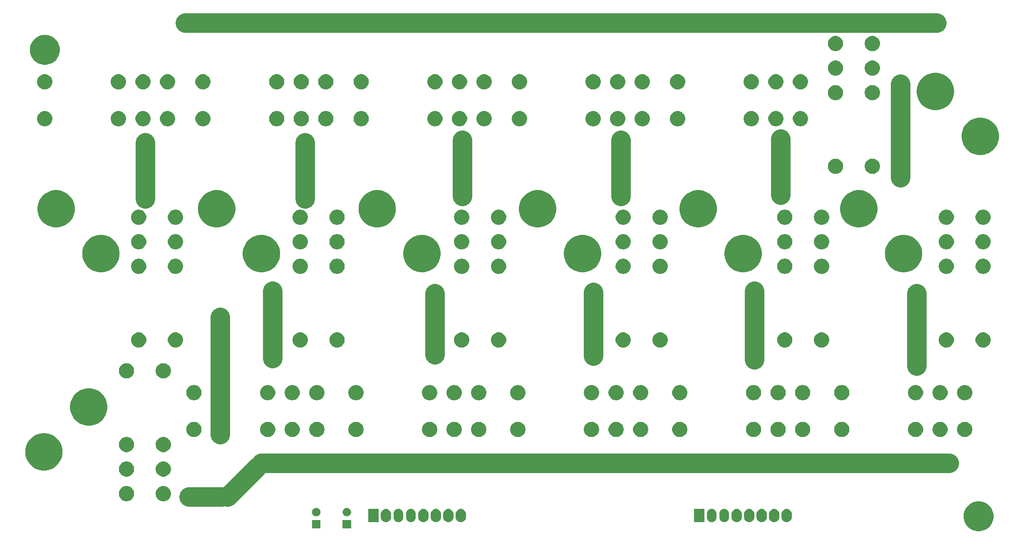
<source format=gbr>
%TF.GenerationSoftware,KiCad,Pcbnew,(6.0.0-rc1-dev-882-gdbc9130da)*%
%TF.CreationDate,2019-08-28T17:07:57+08:00*%
%TF.ProjectId,AntennaSwitch_6x2_RelayBoard,416E74656E6E615377697463685F3678,rev?*%
%TF.SameCoordinates,Original*%
%TF.FileFunction,Soldermask,Top*%
%TF.FilePolarity,Negative*%
%FSLAX46Y46*%
G04 Gerber Fmt 4.6, Leading zero omitted, Abs format (unit mm)*
G04 Created by KiCad (PCBNEW (6.0.0-rc1-dev-882-gdbc9130da)) date 2019/8/28 17:07:57*
%MOMM*%
%LPD*%
G01*
G04 APERTURE LIST*
%ADD10C,4.000000*%
%ADD11C,0.350000*%
G04 APERTURE END LIST*
D10*
X99060000Y-139192000D02*
X239014000Y-139192000D01*
X92202000Y-146050000D02*
X98298000Y-139954000D01*
X84328000Y-146050000D02*
X90932000Y-146050000D01*
X83566000Y-49530000D02*
X236474000Y-49530000D01*
X229108000Y-61976000D02*
X229108000Y-81026000D01*
X204724000Y-73152000D02*
X204724000Y-84582000D01*
X172212000Y-73406000D02*
X172212000Y-84836000D01*
X139954000Y-73406000D02*
X139954000Y-84836000D01*
X107950000Y-73914000D02*
X107950000Y-85344000D01*
X75438000Y-73914000D02*
X75438000Y-85344000D01*
X232410000Y-104648000D02*
X232410000Y-119380000D01*
X199390000Y-104140000D02*
X199390000Y-118110000D01*
X166624000Y-104394000D02*
X166624000Y-117348000D01*
X134366000Y-104648000D02*
X134366000Y-117094000D01*
X101346000Y-104140000D02*
X101346000Y-117856000D01*
X90678000Y-109474000D02*
X90678000Y-133350000D01*
D11*
G36*
X245889941Y-147066248D02*
X245889943Y-147066249D01*
X245889944Y-147066249D01*
X246445190Y-147296239D01*
X246445191Y-147296240D01*
X246944902Y-147630136D01*
X247369864Y-148055098D01*
X247369866Y-148055101D01*
X247703761Y-148554810D01*
X247927228Y-149094308D01*
X247933752Y-149110059D01*
X248051000Y-149699501D01*
X248051000Y-150300499D01*
X247944246Y-150837186D01*
X247933751Y-150889944D01*
X247703761Y-151445190D01*
X247608892Y-151587171D01*
X247369864Y-151944902D01*
X246944902Y-152369864D01*
X246944899Y-152369866D01*
X246445190Y-152703761D01*
X245889944Y-152933751D01*
X245889943Y-152933751D01*
X245889941Y-152933752D01*
X245300499Y-153051000D01*
X244699501Y-153051000D01*
X244110059Y-152933752D01*
X244110057Y-152933751D01*
X244110056Y-152933751D01*
X243554810Y-152703761D01*
X243055101Y-152369866D01*
X243055098Y-152369864D01*
X242630136Y-151944902D01*
X242391108Y-151587171D01*
X242296239Y-151445190D01*
X242066249Y-150889944D01*
X242055755Y-150837186D01*
X241949000Y-150300499D01*
X241949000Y-149699501D01*
X242066248Y-149110059D01*
X242072772Y-149094308D01*
X242296239Y-148554810D01*
X242630134Y-148055101D01*
X242630136Y-148055098D01*
X243055098Y-147630136D01*
X243554809Y-147296240D01*
X243554810Y-147296239D01*
X244110056Y-147066249D01*
X244110057Y-147066249D01*
X244110059Y-147066248D01*
X244699501Y-146949000D01*
X245300499Y-146949000D01*
X245889941Y-147066248D01*
X245889941Y-147066248D01*
G37*
G36*
X117310000Y-152514400D02*
X115608000Y-152514400D01*
X115608000Y-150812400D01*
X117310000Y-150812400D01*
X117310000Y-152514400D01*
X117310000Y-152514400D01*
G37*
G36*
X111087000Y-152514400D02*
X109385000Y-152514400D01*
X109385000Y-150812400D01*
X111087000Y-150812400D01*
X111087000Y-152514400D01*
X111087000Y-152514400D01*
G37*
G36*
X201069231Y-148524207D02*
X201267345Y-148584305D01*
X201449929Y-148681897D01*
X201609965Y-148813235D01*
X201609966Y-148813237D01*
X201609968Y-148813238D01*
X201688768Y-148909257D01*
X201741303Y-148973271D01*
X201838895Y-149155854D01*
X201898993Y-149353968D01*
X201914200Y-149508370D01*
X201914200Y-150211629D01*
X201898993Y-150366031D01*
X201874605Y-150446426D01*
X201838895Y-150564147D01*
X201805997Y-150625694D01*
X201741303Y-150746729D01*
X201609965Y-150906765D01*
X201449929Y-151038103D01*
X201267346Y-151135695D01*
X201069232Y-151195793D01*
X200863200Y-151216085D01*
X200657169Y-151195793D01*
X200459055Y-151135695D01*
X200276472Y-151038103D01*
X200116436Y-150906765D01*
X200059334Y-150837186D01*
X199985099Y-150746731D01*
X199887506Y-150564148D01*
X199867473Y-150498108D01*
X199827407Y-150366032D01*
X199812200Y-150211630D01*
X199812200Y-149508371D01*
X199827407Y-149353969D01*
X199887505Y-149155855D01*
X199985097Y-148973271D01*
X200116435Y-148813235D01*
X200116437Y-148813234D01*
X200116438Y-148813232D01*
X200276469Y-148681899D01*
X200276471Y-148681897D01*
X200459054Y-148584305D01*
X200657168Y-148524207D01*
X200863200Y-148503915D01*
X201069231Y-148524207D01*
X201069231Y-148524207D01*
G37*
G36*
X139855231Y-148524207D02*
X140053345Y-148584305D01*
X140235929Y-148681897D01*
X140395965Y-148813235D01*
X140395966Y-148813237D01*
X140395968Y-148813238D01*
X140474768Y-148909257D01*
X140527303Y-148973271D01*
X140624895Y-149155854D01*
X140684993Y-149353968D01*
X140700200Y-149508370D01*
X140700200Y-150211629D01*
X140684993Y-150366031D01*
X140660605Y-150446426D01*
X140624895Y-150564147D01*
X140591997Y-150625694D01*
X140527303Y-150746729D01*
X140395965Y-150906765D01*
X140235929Y-151038103D01*
X140053346Y-151135695D01*
X139855232Y-151195793D01*
X139649200Y-151216085D01*
X139443169Y-151195793D01*
X139245055Y-151135695D01*
X139062472Y-151038103D01*
X138902436Y-150906765D01*
X138845334Y-150837186D01*
X138771099Y-150746731D01*
X138673506Y-150564148D01*
X138653473Y-150498108D01*
X138613407Y-150366032D01*
X138598200Y-150211630D01*
X138598200Y-149508371D01*
X138613407Y-149353969D01*
X138673505Y-149155855D01*
X138771097Y-148973271D01*
X138902435Y-148813235D01*
X138902437Y-148813234D01*
X138902438Y-148813232D01*
X139062469Y-148681899D01*
X139062471Y-148681897D01*
X139245054Y-148584305D01*
X139443168Y-148524207D01*
X139649200Y-148503915D01*
X139855231Y-148524207D01*
X139855231Y-148524207D01*
G37*
G36*
X137315231Y-148524207D02*
X137513345Y-148584305D01*
X137695929Y-148681897D01*
X137855965Y-148813235D01*
X137855966Y-148813237D01*
X137855968Y-148813238D01*
X137934768Y-148909257D01*
X137987303Y-148973271D01*
X138084895Y-149155854D01*
X138144993Y-149353968D01*
X138160200Y-149508370D01*
X138160200Y-150211629D01*
X138144993Y-150366031D01*
X138120605Y-150446426D01*
X138084895Y-150564147D01*
X138051997Y-150625694D01*
X137987303Y-150746729D01*
X137855965Y-150906765D01*
X137695929Y-151038103D01*
X137513346Y-151135695D01*
X137315232Y-151195793D01*
X137109200Y-151216085D01*
X136903169Y-151195793D01*
X136705055Y-151135695D01*
X136522472Y-151038103D01*
X136362436Y-150906765D01*
X136305334Y-150837186D01*
X136231099Y-150746731D01*
X136133506Y-150564148D01*
X136113473Y-150498108D01*
X136073407Y-150366032D01*
X136058200Y-150211630D01*
X136058200Y-149508371D01*
X136073407Y-149353969D01*
X136133505Y-149155855D01*
X136231097Y-148973271D01*
X136362435Y-148813235D01*
X136362437Y-148813234D01*
X136362438Y-148813232D01*
X136522469Y-148681899D01*
X136522471Y-148681897D01*
X136705054Y-148584305D01*
X136903168Y-148524207D01*
X137109200Y-148503915D01*
X137315231Y-148524207D01*
X137315231Y-148524207D01*
G37*
G36*
X206149231Y-148524207D02*
X206347345Y-148584305D01*
X206529929Y-148681897D01*
X206689965Y-148813235D01*
X206689966Y-148813237D01*
X206689968Y-148813238D01*
X206768768Y-148909257D01*
X206821303Y-148973271D01*
X206918895Y-149155854D01*
X206978993Y-149353968D01*
X206994200Y-149508370D01*
X206994200Y-150211629D01*
X206978993Y-150366031D01*
X206954605Y-150446426D01*
X206918895Y-150564147D01*
X206885997Y-150625694D01*
X206821303Y-150746729D01*
X206689965Y-150906765D01*
X206529929Y-151038103D01*
X206347346Y-151135695D01*
X206149232Y-151195793D01*
X205943200Y-151216085D01*
X205737169Y-151195793D01*
X205539055Y-151135695D01*
X205356472Y-151038103D01*
X205196436Y-150906765D01*
X205139334Y-150837186D01*
X205065099Y-150746731D01*
X204967506Y-150564148D01*
X204947473Y-150498108D01*
X204907407Y-150366032D01*
X204892200Y-150211630D01*
X204892200Y-149508371D01*
X204907407Y-149353969D01*
X204967505Y-149155855D01*
X205065097Y-148973271D01*
X205196435Y-148813235D01*
X205196437Y-148813234D01*
X205196438Y-148813232D01*
X205356469Y-148681899D01*
X205356471Y-148681897D01*
X205539054Y-148584305D01*
X205737168Y-148524207D01*
X205943200Y-148503915D01*
X206149231Y-148524207D01*
X206149231Y-148524207D01*
G37*
G36*
X203609231Y-148524207D02*
X203807345Y-148584305D01*
X203989929Y-148681897D01*
X204149965Y-148813235D01*
X204149966Y-148813237D01*
X204149968Y-148813238D01*
X204228768Y-148909257D01*
X204281303Y-148973271D01*
X204378895Y-149155854D01*
X204438993Y-149353968D01*
X204454200Y-149508370D01*
X204454200Y-150211629D01*
X204438993Y-150366031D01*
X204414605Y-150446426D01*
X204378895Y-150564147D01*
X204345997Y-150625694D01*
X204281303Y-150746729D01*
X204149965Y-150906765D01*
X203989929Y-151038103D01*
X203807346Y-151135695D01*
X203609232Y-151195793D01*
X203403200Y-151216085D01*
X203197169Y-151195793D01*
X202999055Y-151135695D01*
X202816472Y-151038103D01*
X202656436Y-150906765D01*
X202599334Y-150837186D01*
X202525099Y-150746731D01*
X202427506Y-150564148D01*
X202407473Y-150498108D01*
X202367407Y-150366032D01*
X202352200Y-150211630D01*
X202352200Y-149508371D01*
X202367407Y-149353969D01*
X202427505Y-149155855D01*
X202525097Y-148973271D01*
X202656435Y-148813235D01*
X202656437Y-148813234D01*
X202656438Y-148813232D01*
X202816469Y-148681899D01*
X202816471Y-148681897D01*
X202999054Y-148584305D01*
X203197168Y-148524207D01*
X203403200Y-148503915D01*
X203609231Y-148524207D01*
X203609231Y-148524207D01*
G37*
G36*
X198529231Y-148524207D02*
X198727345Y-148584305D01*
X198909929Y-148681897D01*
X199069965Y-148813235D01*
X199069966Y-148813237D01*
X199069968Y-148813238D01*
X199148768Y-148909257D01*
X199201303Y-148973271D01*
X199298895Y-149155854D01*
X199358993Y-149353968D01*
X199374200Y-149508370D01*
X199374200Y-150211629D01*
X199358993Y-150366031D01*
X199334605Y-150446426D01*
X199298895Y-150564147D01*
X199265997Y-150625694D01*
X199201303Y-150746729D01*
X199069965Y-150906765D01*
X198909929Y-151038103D01*
X198727346Y-151135695D01*
X198529232Y-151195793D01*
X198323200Y-151216085D01*
X198117169Y-151195793D01*
X197919055Y-151135695D01*
X197736472Y-151038103D01*
X197576436Y-150906765D01*
X197519334Y-150837186D01*
X197445099Y-150746731D01*
X197347506Y-150564148D01*
X197327473Y-150498108D01*
X197287407Y-150366032D01*
X197272200Y-150211630D01*
X197272200Y-149508371D01*
X197287407Y-149353969D01*
X197347505Y-149155855D01*
X197445097Y-148973271D01*
X197576435Y-148813235D01*
X197576437Y-148813234D01*
X197576438Y-148813232D01*
X197736469Y-148681899D01*
X197736471Y-148681897D01*
X197919054Y-148584305D01*
X198117168Y-148524207D01*
X198323200Y-148503915D01*
X198529231Y-148524207D01*
X198529231Y-148524207D01*
G37*
G36*
X195989231Y-148524207D02*
X196187345Y-148584305D01*
X196369929Y-148681897D01*
X196529965Y-148813235D01*
X196529966Y-148813237D01*
X196529968Y-148813238D01*
X196608768Y-148909257D01*
X196661303Y-148973271D01*
X196758895Y-149155854D01*
X196818993Y-149353968D01*
X196834200Y-149508370D01*
X196834200Y-150211629D01*
X196818993Y-150366031D01*
X196794605Y-150446426D01*
X196758895Y-150564147D01*
X196725997Y-150625694D01*
X196661303Y-150746729D01*
X196529965Y-150906765D01*
X196369929Y-151038103D01*
X196187346Y-151135695D01*
X195989232Y-151195793D01*
X195783200Y-151216085D01*
X195577169Y-151195793D01*
X195379055Y-151135695D01*
X195196472Y-151038103D01*
X195036436Y-150906765D01*
X194979334Y-150837186D01*
X194905099Y-150746731D01*
X194807506Y-150564148D01*
X194787473Y-150498108D01*
X194747407Y-150366032D01*
X194732200Y-150211630D01*
X194732200Y-149508371D01*
X194747407Y-149353969D01*
X194807505Y-149155855D01*
X194905097Y-148973271D01*
X195036435Y-148813235D01*
X195036437Y-148813234D01*
X195036438Y-148813232D01*
X195196469Y-148681899D01*
X195196471Y-148681897D01*
X195379054Y-148584305D01*
X195577168Y-148524207D01*
X195783200Y-148503915D01*
X195989231Y-148524207D01*
X195989231Y-148524207D01*
G37*
G36*
X134775231Y-148524207D02*
X134973345Y-148584305D01*
X135155929Y-148681897D01*
X135315965Y-148813235D01*
X135315966Y-148813237D01*
X135315968Y-148813238D01*
X135394768Y-148909257D01*
X135447303Y-148973271D01*
X135544895Y-149155854D01*
X135604993Y-149353968D01*
X135620200Y-149508370D01*
X135620200Y-150211629D01*
X135604993Y-150366031D01*
X135580605Y-150446426D01*
X135544895Y-150564147D01*
X135511997Y-150625694D01*
X135447303Y-150746729D01*
X135315965Y-150906765D01*
X135155929Y-151038103D01*
X134973346Y-151135695D01*
X134775232Y-151195793D01*
X134569200Y-151216085D01*
X134363169Y-151195793D01*
X134165055Y-151135695D01*
X133982472Y-151038103D01*
X133822436Y-150906765D01*
X133765334Y-150837186D01*
X133691099Y-150746731D01*
X133593506Y-150564148D01*
X133573473Y-150498108D01*
X133533407Y-150366032D01*
X133518200Y-150211630D01*
X133518200Y-149508371D01*
X133533407Y-149353969D01*
X133593505Y-149155855D01*
X133691097Y-148973271D01*
X133822435Y-148813235D01*
X133822437Y-148813234D01*
X133822438Y-148813232D01*
X133982469Y-148681899D01*
X133982471Y-148681897D01*
X134165054Y-148584305D01*
X134363168Y-148524207D01*
X134569200Y-148503915D01*
X134775231Y-148524207D01*
X134775231Y-148524207D01*
G37*
G36*
X132235231Y-148524207D02*
X132433345Y-148584305D01*
X132615929Y-148681897D01*
X132775965Y-148813235D01*
X132775966Y-148813237D01*
X132775968Y-148813238D01*
X132854768Y-148909257D01*
X132907303Y-148973271D01*
X133004895Y-149155854D01*
X133064993Y-149353968D01*
X133080200Y-149508370D01*
X133080200Y-150211629D01*
X133064993Y-150366031D01*
X133040605Y-150446426D01*
X133004895Y-150564147D01*
X132971997Y-150625694D01*
X132907303Y-150746729D01*
X132775965Y-150906765D01*
X132615929Y-151038103D01*
X132433346Y-151135695D01*
X132235232Y-151195793D01*
X132029200Y-151216085D01*
X131823169Y-151195793D01*
X131625055Y-151135695D01*
X131442472Y-151038103D01*
X131282436Y-150906765D01*
X131225334Y-150837186D01*
X131151099Y-150746731D01*
X131053506Y-150564148D01*
X131033473Y-150498108D01*
X130993407Y-150366032D01*
X130978200Y-150211630D01*
X130978200Y-149508371D01*
X130993407Y-149353969D01*
X131053505Y-149155855D01*
X131151097Y-148973271D01*
X131282435Y-148813235D01*
X131282437Y-148813234D01*
X131282438Y-148813232D01*
X131442469Y-148681899D01*
X131442471Y-148681897D01*
X131625054Y-148584305D01*
X131823168Y-148524207D01*
X132029200Y-148503915D01*
X132235231Y-148524207D01*
X132235231Y-148524207D01*
G37*
G36*
X124615231Y-148524207D02*
X124813345Y-148584305D01*
X124995929Y-148681897D01*
X125155965Y-148813235D01*
X125155966Y-148813237D01*
X125155968Y-148813238D01*
X125234768Y-148909257D01*
X125287303Y-148973271D01*
X125384895Y-149155854D01*
X125444993Y-149353968D01*
X125460200Y-149508370D01*
X125460200Y-150211629D01*
X125444993Y-150366031D01*
X125420605Y-150446426D01*
X125384895Y-150564147D01*
X125351997Y-150625694D01*
X125287303Y-150746729D01*
X125155965Y-150906765D01*
X124995929Y-151038103D01*
X124813346Y-151135695D01*
X124615232Y-151195793D01*
X124409200Y-151216085D01*
X124203169Y-151195793D01*
X124005055Y-151135695D01*
X123822472Y-151038103D01*
X123662436Y-150906765D01*
X123605334Y-150837186D01*
X123531099Y-150746731D01*
X123433506Y-150564148D01*
X123413473Y-150498108D01*
X123373407Y-150366032D01*
X123358200Y-150211630D01*
X123358200Y-149508371D01*
X123373407Y-149353969D01*
X123433505Y-149155855D01*
X123531097Y-148973271D01*
X123662435Y-148813235D01*
X123662437Y-148813234D01*
X123662438Y-148813232D01*
X123822469Y-148681899D01*
X123822471Y-148681897D01*
X124005054Y-148584305D01*
X124203168Y-148524207D01*
X124409200Y-148503915D01*
X124615231Y-148524207D01*
X124615231Y-148524207D01*
G37*
G36*
X129675624Y-148522760D02*
X129675627Y-148522761D01*
X129675628Y-148522761D01*
X129854892Y-148577140D01*
X129854894Y-148577141D01*
X129854897Y-148577142D01*
X130020104Y-148665446D01*
X130164912Y-148784288D01*
X130283752Y-148929095D01*
X130283753Y-148929097D01*
X130372060Y-149094307D01*
X130418126Y-149246168D01*
X130426440Y-149273575D01*
X130440200Y-149413282D01*
X130440200Y-150306717D01*
X130426440Y-150446426D01*
X130372060Y-150625694D01*
X130283752Y-150790905D01*
X130164912Y-150935712D01*
X130020105Y-151054552D01*
X130020103Y-151054553D01*
X129854893Y-151142860D01*
X129675629Y-151197239D01*
X129675628Y-151197239D01*
X129675625Y-151197240D01*
X129489200Y-151215601D01*
X129302776Y-151197240D01*
X129302773Y-151197239D01*
X129302772Y-151197239D01*
X129123508Y-151142860D01*
X128958298Y-151054553D01*
X128958296Y-151054552D01*
X128813489Y-150935712D01*
X128694649Y-150790905D01*
X128606340Y-150625691D01*
X128551960Y-150446430D01*
X128538200Y-150306718D01*
X128538200Y-149413283D01*
X128551960Y-149273576D01*
X128551961Y-149273572D01*
X128606340Y-149094308D01*
X128606341Y-149094306D01*
X128606342Y-149094303D01*
X128694646Y-148929096D01*
X128813488Y-148784288D01*
X128958295Y-148665448D01*
X129123505Y-148577141D01*
X129123507Y-148577140D01*
X129302771Y-148522761D01*
X129302772Y-148522761D01*
X129302775Y-148522760D01*
X129489200Y-148504399D01*
X129675624Y-148522760D01*
X129675624Y-148522760D01*
G37*
G36*
X127135624Y-148522760D02*
X127135627Y-148522761D01*
X127135628Y-148522761D01*
X127314892Y-148577140D01*
X127314894Y-148577141D01*
X127314897Y-148577142D01*
X127480104Y-148665446D01*
X127624912Y-148784288D01*
X127743752Y-148929095D01*
X127743753Y-148929097D01*
X127832060Y-149094307D01*
X127878126Y-149246168D01*
X127886440Y-149273575D01*
X127900200Y-149413282D01*
X127900200Y-150306717D01*
X127886440Y-150446426D01*
X127832060Y-150625694D01*
X127743752Y-150790905D01*
X127624912Y-150935712D01*
X127480105Y-151054552D01*
X127480103Y-151054553D01*
X127314893Y-151142860D01*
X127135629Y-151197239D01*
X127135628Y-151197239D01*
X127135625Y-151197240D01*
X126949200Y-151215601D01*
X126762776Y-151197240D01*
X126762773Y-151197239D01*
X126762772Y-151197239D01*
X126583508Y-151142860D01*
X126418298Y-151054553D01*
X126418296Y-151054552D01*
X126273489Y-150935712D01*
X126154649Y-150790905D01*
X126066340Y-150625691D01*
X126011960Y-150446430D01*
X125998200Y-150306718D01*
X125998200Y-149413283D01*
X126011960Y-149273576D01*
X126011961Y-149273572D01*
X126066340Y-149094308D01*
X126066341Y-149094306D01*
X126066342Y-149094303D01*
X126154646Y-148929096D01*
X126273488Y-148784288D01*
X126418295Y-148665448D01*
X126583505Y-148577141D01*
X126583507Y-148577140D01*
X126762771Y-148522761D01*
X126762772Y-148522761D01*
X126762775Y-148522760D01*
X126949200Y-148504399D01*
X127135624Y-148522760D01*
X127135624Y-148522760D01*
G37*
G36*
X193429624Y-148522760D02*
X193429627Y-148522761D01*
X193429628Y-148522761D01*
X193608892Y-148577140D01*
X193608894Y-148577141D01*
X193608897Y-148577142D01*
X193774104Y-148665446D01*
X193918912Y-148784288D01*
X194037752Y-148929095D01*
X194037753Y-148929097D01*
X194126060Y-149094307D01*
X194172126Y-149246168D01*
X194180440Y-149273575D01*
X194194200Y-149413282D01*
X194194200Y-150306717D01*
X194180440Y-150446426D01*
X194126060Y-150625694D01*
X194037752Y-150790905D01*
X193918912Y-150935712D01*
X193774105Y-151054552D01*
X193774103Y-151054553D01*
X193608893Y-151142860D01*
X193429629Y-151197239D01*
X193429628Y-151197239D01*
X193429625Y-151197240D01*
X193243200Y-151215601D01*
X193056776Y-151197240D01*
X193056773Y-151197239D01*
X193056772Y-151197239D01*
X192877508Y-151142860D01*
X192712298Y-151054553D01*
X192712296Y-151054552D01*
X192567489Y-150935712D01*
X192448649Y-150790905D01*
X192360340Y-150625691D01*
X192305960Y-150446430D01*
X192292200Y-150306718D01*
X192292200Y-149413283D01*
X192305960Y-149273576D01*
X192305961Y-149273572D01*
X192360340Y-149094308D01*
X192360341Y-149094306D01*
X192360342Y-149094303D01*
X192448646Y-148929096D01*
X192567488Y-148784288D01*
X192712295Y-148665448D01*
X192877505Y-148577141D01*
X192877507Y-148577140D01*
X193056771Y-148522761D01*
X193056772Y-148522761D01*
X193056775Y-148522760D01*
X193243200Y-148504399D01*
X193429624Y-148522760D01*
X193429624Y-148522760D01*
G37*
G36*
X190889624Y-148522760D02*
X190889627Y-148522761D01*
X190889628Y-148522761D01*
X191068892Y-148577140D01*
X191068894Y-148577141D01*
X191068897Y-148577142D01*
X191234104Y-148665446D01*
X191378912Y-148784288D01*
X191497752Y-148929095D01*
X191497753Y-148929097D01*
X191586060Y-149094307D01*
X191632126Y-149246168D01*
X191640440Y-149273575D01*
X191654200Y-149413282D01*
X191654200Y-150306717D01*
X191640440Y-150446426D01*
X191586060Y-150625694D01*
X191497752Y-150790905D01*
X191378912Y-150935712D01*
X191234105Y-151054552D01*
X191234103Y-151054553D01*
X191068893Y-151142860D01*
X190889629Y-151197239D01*
X190889628Y-151197239D01*
X190889625Y-151197240D01*
X190703200Y-151215601D01*
X190516776Y-151197240D01*
X190516773Y-151197239D01*
X190516772Y-151197239D01*
X190337508Y-151142860D01*
X190172298Y-151054553D01*
X190172296Y-151054552D01*
X190027489Y-150935712D01*
X189908649Y-150790905D01*
X189820340Y-150625691D01*
X189765960Y-150446430D01*
X189752200Y-150306718D01*
X189752200Y-149413283D01*
X189765960Y-149273576D01*
X189765961Y-149273572D01*
X189820340Y-149094308D01*
X189820341Y-149094306D01*
X189820342Y-149094303D01*
X189908646Y-148929096D01*
X190027488Y-148784288D01*
X190172295Y-148665448D01*
X190337505Y-148577141D01*
X190337507Y-148577140D01*
X190516771Y-148522761D01*
X190516772Y-148522761D01*
X190516775Y-148522760D01*
X190703200Y-148504399D01*
X190889624Y-148522760D01*
X190889624Y-148522760D01*
G37*
G36*
X122920200Y-151211000D02*
X120818200Y-151211000D01*
X120818200Y-148509000D01*
X122920200Y-148509000D01*
X122920200Y-151211000D01*
X122920200Y-151211000D01*
G37*
G36*
X189214200Y-151211000D02*
X187112200Y-151211000D01*
X187112200Y-148509000D01*
X189214200Y-148509000D01*
X189214200Y-151211000D01*
X189214200Y-151211000D01*
G37*
G36*
X110484228Y-148345103D02*
X110639100Y-148409253D01*
X110778481Y-148502385D01*
X110897015Y-148620919D01*
X110990147Y-148760300D01*
X111054297Y-148915172D01*
X111087000Y-149079584D01*
X111087000Y-149247216D01*
X111054297Y-149411628D01*
X110990147Y-149566500D01*
X110897015Y-149705881D01*
X110778481Y-149824415D01*
X110639100Y-149917547D01*
X110484228Y-149981697D01*
X110319816Y-150014400D01*
X110152184Y-150014400D01*
X109987772Y-149981697D01*
X109832900Y-149917547D01*
X109693519Y-149824415D01*
X109574985Y-149705881D01*
X109481853Y-149566500D01*
X109417703Y-149411628D01*
X109385000Y-149247216D01*
X109385000Y-149079584D01*
X109417703Y-148915172D01*
X109481853Y-148760300D01*
X109574985Y-148620919D01*
X109693519Y-148502385D01*
X109832900Y-148409253D01*
X109987772Y-148345103D01*
X110152184Y-148312400D01*
X110319816Y-148312400D01*
X110484228Y-148345103D01*
X110484228Y-148345103D01*
G37*
G36*
X116707228Y-148345103D02*
X116862100Y-148409253D01*
X117001481Y-148502385D01*
X117120015Y-148620919D01*
X117213147Y-148760300D01*
X117277297Y-148915172D01*
X117310000Y-149079584D01*
X117310000Y-149247216D01*
X117277297Y-149411628D01*
X117213147Y-149566500D01*
X117120015Y-149705881D01*
X117001481Y-149824415D01*
X116862100Y-149917547D01*
X116707228Y-149981697D01*
X116542816Y-150014400D01*
X116375184Y-150014400D01*
X116210772Y-149981697D01*
X116055900Y-149917547D01*
X115916519Y-149824415D01*
X115797985Y-149705881D01*
X115704853Y-149566500D01*
X115640703Y-149411628D01*
X115608000Y-149247216D01*
X115608000Y-149079584D01*
X115640703Y-148915172D01*
X115704853Y-148760300D01*
X115797985Y-148620919D01*
X115916519Y-148502385D01*
X116055900Y-148409253D01*
X116210772Y-148345103D01*
X116375184Y-148312400D01*
X116542816Y-148312400D01*
X116707228Y-148345103D01*
X116707228Y-148345103D01*
G37*
G36*
X79480527Y-143884736D02*
X79580410Y-143904604D01*
X79862674Y-144021521D01*
X80116705Y-144191259D01*
X80332741Y-144407295D01*
X80502479Y-144661326D01*
X80619396Y-144943590D01*
X80679000Y-145243240D01*
X80679000Y-145548760D01*
X80619396Y-145848410D01*
X80502479Y-146130674D01*
X80332741Y-146384705D01*
X80116705Y-146600741D01*
X79862674Y-146770479D01*
X79580410Y-146887396D01*
X79480527Y-146907264D01*
X79280762Y-146947000D01*
X78975238Y-146947000D01*
X78775473Y-146907264D01*
X78675590Y-146887396D01*
X78393326Y-146770479D01*
X78139295Y-146600741D01*
X77923259Y-146384705D01*
X77753521Y-146130674D01*
X77636604Y-145848410D01*
X77577000Y-145548760D01*
X77577000Y-145243240D01*
X77636604Y-144943590D01*
X77753521Y-144661326D01*
X77923259Y-144407295D01*
X78139295Y-144191259D01*
X78393326Y-144021521D01*
X78675590Y-143904604D01*
X78775473Y-143884736D01*
X78975238Y-143845000D01*
X79280762Y-143845000D01*
X79480527Y-143884736D01*
X79480527Y-143884736D01*
G37*
G36*
X71980527Y-143884736D02*
X72080410Y-143904604D01*
X72362674Y-144021521D01*
X72616705Y-144191259D01*
X72832741Y-144407295D01*
X73002479Y-144661326D01*
X73119396Y-144943590D01*
X73179000Y-145243240D01*
X73179000Y-145548760D01*
X73119396Y-145848410D01*
X73002479Y-146130674D01*
X72832741Y-146384705D01*
X72616705Y-146600741D01*
X72362674Y-146770479D01*
X72080410Y-146887396D01*
X71980527Y-146907264D01*
X71780762Y-146947000D01*
X71475238Y-146947000D01*
X71275473Y-146907264D01*
X71175590Y-146887396D01*
X70893326Y-146770479D01*
X70639295Y-146600741D01*
X70423259Y-146384705D01*
X70253521Y-146130674D01*
X70136604Y-145848410D01*
X70077000Y-145548760D01*
X70077000Y-145243240D01*
X70136604Y-144943590D01*
X70253521Y-144661326D01*
X70423259Y-144407295D01*
X70639295Y-144191259D01*
X70893326Y-144021521D01*
X71175590Y-143904604D01*
X71275473Y-143884736D01*
X71475238Y-143845000D01*
X71780762Y-143845000D01*
X71980527Y-143884736D01*
X71980527Y-143884736D01*
G37*
G36*
X71980527Y-138884736D02*
X72080410Y-138904604D01*
X72362674Y-139021521D01*
X72616705Y-139191259D01*
X72832741Y-139407295D01*
X73002479Y-139661326D01*
X73119396Y-139943590D01*
X73179000Y-140243240D01*
X73179000Y-140548760D01*
X73119396Y-140848410D01*
X73002479Y-141130674D01*
X72832741Y-141384705D01*
X72616705Y-141600741D01*
X72362674Y-141770479D01*
X72080410Y-141887396D01*
X71980527Y-141907264D01*
X71780762Y-141947000D01*
X71475238Y-141947000D01*
X71275473Y-141907264D01*
X71175590Y-141887396D01*
X70893326Y-141770479D01*
X70639295Y-141600741D01*
X70423259Y-141384705D01*
X70253521Y-141130674D01*
X70136604Y-140848410D01*
X70077000Y-140548760D01*
X70077000Y-140243240D01*
X70136604Y-139943590D01*
X70253521Y-139661326D01*
X70423259Y-139407295D01*
X70639295Y-139191259D01*
X70893326Y-139021521D01*
X71175590Y-138904604D01*
X71275473Y-138884736D01*
X71475238Y-138845000D01*
X71780762Y-138845000D01*
X71980527Y-138884736D01*
X71980527Y-138884736D01*
G37*
G36*
X79480527Y-138884736D02*
X79580410Y-138904604D01*
X79862674Y-139021521D01*
X80116705Y-139191259D01*
X80332741Y-139407295D01*
X80502479Y-139661326D01*
X80619396Y-139943590D01*
X80679000Y-140243240D01*
X80679000Y-140548760D01*
X80619396Y-140848410D01*
X80502479Y-141130674D01*
X80332741Y-141384705D01*
X80116705Y-141600741D01*
X79862674Y-141770479D01*
X79580410Y-141887396D01*
X79480527Y-141907264D01*
X79280762Y-141947000D01*
X78975238Y-141947000D01*
X78775473Y-141907264D01*
X78675590Y-141887396D01*
X78393326Y-141770479D01*
X78139295Y-141600741D01*
X77923259Y-141384705D01*
X77753521Y-141130674D01*
X77636604Y-140848410D01*
X77577000Y-140548760D01*
X77577000Y-140243240D01*
X77636604Y-139943590D01*
X77753521Y-139661326D01*
X77923259Y-139407295D01*
X78139295Y-139191259D01*
X78393326Y-139021521D01*
X78675590Y-138904604D01*
X78775473Y-138884736D01*
X78975238Y-138845000D01*
X79280762Y-138845000D01*
X79480527Y-138884736D01*
X79480527Y-138884736D01*
G37*
G36*
X55933210Y-133227070D02*
X56624947Y-133513597D01*
X57247499Y-133929573D01*
X57776927Y-134459001D01*
X58192903Y-135081553D01*
X58479430Y-135773290D01*
X58625500Y-136507633D01*
X58625500Y-137256367D01*
X58479430Y-137990710D01*
X58192903Y-138682447D01*
X57776927Y-139304999D01*
X57247499Y-139834427D01*
X56624947Y-140250403D01*
X55933210Y-140536930D01*
X55198867Y-140683000D01*
X54450133Y-140683000D01*
X53715790Y-140536930D01*
X53024053Y-140250403D01*
X52401501Y-139834427D01*
X51872073Y-139304999D01*
X51456097Y-138682447D01*
X51169570Y-137990710D01*
X51023500Y-137256367D01*
X51023500Y-136507633D01*
X51169570Y-135773290D01*
X51456097Y-135081553D01*
X51872073Y-134459001D01*
X52401501Y-133929573D01*
X53024053Y-133513597D01*
X53715790Y-133227070D01*
X54450133Y-133081000D01*
X55198867Y-133081000D01*
X55933210Y-133227070D01*
X55933210Y-133227070D01*
G37*
G36*
X79480527Y-133884736D02*
X79580410Y-133904604D01*
X79862674Y-134021521D01*
X80116705Y-134191259D01*
X80332741Y-134407295D01*
X80502479Y-134661326D01*
X80619396Y-134943590D01*
X80619396Y-134943591D01*
X80679000Y-135243238D01*
X80679000Y-135548762D01*
X80644813Y-135720629D01*
X80619396Y-135848410D01*
X80502479Y-136130674D01*
X80332741Y-136384705D01*
X80116705Y-136600741D01*
X79862674Y-136770479D01*
X79580410Y-136887396D01*
X79480527Y-136907264D01*
X79280762Y-136947000D01*
X78975238Y-136947000D01*
X78775473Y-136907264D01*
X78675590Y-136887396D01*
X78393326Y-136770479D01*
X78139295Y-136600741D01*
X77923259Y-136384705D01*
X77753521Y-136130674D01*
X77636604Y-135848410D01*
X77611187Y-135720629D01*
X77577000Y-135548762D01*
X77577000Y-135243238D01*
X77636604Y-134943591D01*
X77636604Y-134943590D01*
X77753521Y-134661326D01*
X77923259Y-134407295D01*
X78139295Y-134191259D01*
X78393326Y-134021521D01*
X78675590Y-133904604D01*
X78775473Y-133884736D01*
X78975238Y-133845000D01*
X79280762Y-133845000D01*
X79480527Y-133884736D01*
X79480527Y-133884736D01*
G37*
G36*
X71980527Y-133884736D02*
X72080410Y-133904604D01*
X72362674Y-134021521D01*
X72616705Y-134191259D01*
X72832741Y-134407295D01*
X73002479Y-134661326D01*
X73119396Y-134943590D01*
X73119396Y-134943591D01*
X73179000Y-135243238D01*
X73179000Y-135548762D01*
X73144813Y-135720629D01*
X73119396Y-135848410D01*
X73002479Y-136130674D01*
X72832741Y-136384705D01*
X72616705Y-136600741D01*
X72362674Y-136770479D01*
X72080410Y-136887396D01*
X71980527Y-136907264D01*
X71780762Y-136947000D01*
X71475238Y-136947000D01*
X71275473Y-136907264D01*
X71175590Y-136887396D01*
X70893326Y-136770479D01*
X70639295Y-136600741D01*
X70423259Y-136384705D01*
X70253521Y-136130674D01*
X70136604Y-135848410D01*
X70111187Y-135720629D01*
X70077000Y-135548762D01*
X70077000Y-135243238D01*
X70136604Y-134943591D01*
X70136604Y-134943590D01*
X70253521Y-134661326D01*
X70423259Y-134407295D01*
X70639295Y-134191259D01*
X70893326Y-134021521D01*
X71175590Y-133904604D01*
X71275473Y-133884736D01*
X71475238Y-133845000D01*
X71780762Y-133845000D01*
X71980527Y-133884736D01*
X71980527Y-133884736D01*
G37*
G36*
X105696527Y-130822736D02*
X105796410Y-130842604D01*
X106078674Y-130959521D01*
X106332705Y-131129259D01*
X106548741Y-131345295D01*
X106718479Y-131599326D01*
X106835396Y-131881590D01*
X106895000Y-132181240D01*
X106895000Y-132486760D01*
X106835396Y-132786410D01*
X106718479Y-133068674D01*
X106548741Y-133322705D01*
X106332705Y-133538741D01*
X106078674Y-133708479D01*
X105796410Y-133825396D01*
X105700347Y-133844504D01*
X105496762Y-133885000D01*
X105191238Y-133885000D01*
X104987653Y-133844504D01*
X104891590Y-133825396D01*
X104609326Y-133708479D01*
X104355295Y-133538741D01*
X104139259Y-133322705D01*
X103969521Y-133068674D01*
X103852604Y-132786410D01*
X103793000Y-132486760D01*
X103793000Y-132181240D01*
X103852604Y-131881590D01*
X103969521Y-131599326D01*
X104139259Y-131345295D01*
X104355295Y-131129259D01*
X104609326Y-130959521D01*
X104891590Y-130842604D01*
X104991473Y-130822736D01*
X105191238Y-130783000D01*
X105496762Y-130783000D01*
X105696527Y-130822736D01*
X105696527Y-130822736D01*
G37*
G36*
X171609527Y-130822736D02*
X171709410Y-130842604D01*
X171991674Y-130959521D01*
X172245705Y-131129259D01*
X172461741Y-131345295D01*
X172631479Y-131599326D01*
X172748396Y-131881590D01*
X172808000Y-132181240D01*
X172808000Y-132486760D01*
X172748396Y-132786410D01*
X172631479Y-133068674D01*
X172461741Y-133322705D01*
X172245705Y-133538741D01*
X171991674Y-133708479D01*
X171709410Y-133825396D01*
X171613347Y-133844504D01*
X171409762Y-133885000D01*
X171104238Y-133885000D01*
X170900653Y-133844504D01*
X170804590Y-133825396D01*
X170522326Y-133708479D01*
X170268295Y-133538741D01*
X170052259Y-133322705D01*
X169882521Y-133068674D01*
X169765604Y-132786410D01*
X169706000Y-132486760D01*
X169706000Y-132181240D01*
X169765604Y-131881590D01*
X169882521Y-131599326D01*
X170052259Y-131345295D01*
X170268295Y-131129259D01*
X170522326Y-130959521D01*
X170804590Y-130842604D01*
X170904473Y-130822736D01*
X171104238Y-130783000D01*
X171409762Y-130783000D01*
X171609527Y-130822736D01*
X171609527Y-130822736D01*
G37*
G36*
X166609527Y-130822736D02*
X166709410Y-130842604D01*
X166991674Y-130959521D01*
X167245705Y-131129259D01*
X167461741Y-131345295D01*
X167631479Y-131599326D01*
X167748396Y-131881590D01*
X167808000Y-132181240D01*
X167808000Y-132486760D01*
X167748396Y-132786410D01*
X167631479Y-133068674D01*
X167461741Y-133322705D01*
X167245705Y-133538741D01*
X166991674Y-133708479D01*
X166709410Y-133825396D01*
X166613347Y-133844504D01*
X166409762Y-133885000D01*
X166104238Y-133885000D01*
X165900653Y-133844504D01*
X165804590Y-133825396D01*
X165522326Y-133708479D01*
X165268295Y-133538741D01*
X165052259Y-133322705D01*
X164882521Y-133068674D01*
X164765604Y-132786410D01*
X164706000Y-132486760D01*
X164706000Y-132181240D01*
X164765604Y-131881590D01*
X164882521Y-131599326D01*
X165052259Y-131345295D01*
X165268295Y-131129259D01*
X165522326Y-130959521D01*
X165804590Y-130842604D01*
X165904473Y-130822736D01*
X166104238Y-130783000D01*
X166409762Y-130783000D01*
X166609527Y-130822736D01*
X166609527Y-130822736D01*
G37*
G36*
X184566027Y-130822736D02*
X184665910Y-130842604D01*
X184948174Y-130959521D01*
X185202205Y-131129259D01*
X185418241Y-131345295D01*
X185587979Y-131599326D01*
X185704896Y-131881590D01*
X185764500Y-132181240D01*
X185764500Y-132486760D01*
X185704896Y-132786410D01*
X185587979Y-133068674D01*
X185418241Y-133322705D01*
X185202205Y-133538741D01*
X184948174Y-133708479D01*
X184665910Y-133825396D01*
X184569847Y-133844504D01*
X184366262Y-133885000D01*
X184060738Y-133885000D01*
X183857153Y-133844504D01*
X183761090Y-133825396D01*
X183478826Y-133708479D01*
X183224795Y-133538741D01*
X183008759Y-133322705D01*
X182839021Y-133068674D01*
X182722104Y-132786410D01*
X182662500Y-132486760D01*
X182662500Y-132181240D01*
X182722104Y-131881590D01*
X182839021Y-131599326D01*
X183008759Y-131345295D01*
X183224795Y-131129259D01*
X183478826Y-130959521D01*
X183761090Y-130842604D01*
X183860973Y-130822736D01*
X184060738Y-130783000D01*
X184366262Y-130783000D01*
X184566027Y-130822736D01*
X184566027Y-130822736D01*
G37*
G36*
X199566027Y-130822736D02*
X199665910Y-130842604D01*
X199948174Y-130959521D01*
X200202205Y-131129259D01*
X200418241Y-131345295D01*
X200587979Y-131599326D01*
X200704896Y-131881590D01*
X200764500Y-132181240D01*
X200764500Y-132486760D01*
X200704896Y-132786410D01*
X200587979Y-133068674D01*
X200418241Y-133322705D01*
X200202205Y-133538741D01*
X199948174Y-133708479D01*
X199665910Y-133825396D01*
X199569847Y-133844504D01*
X199366262Y-133885000D01*
X199060738Y-133885000D01*
X198857153Y-133844504D01*
X198761090Y-133825396D01*
X198478826Y-133708479D01*
X198224795Y-133538741D01*
X198008759Y-133322705D01*
X197839021Y-133068674D01*
X197722104Y-132786410D01*
X197662500Y-132486760D01*
X197662500Y-132181240D01*
X197722104Y-131881590D01*
X197839021Y-131599326D01*
X198008759Y-131345295D01*
X198224795Y-131129259D01*
X198478826Y-130959521D01*
X198761090Y-130842604D01*
X198860973Y-130822736D01*
X199060738Y-130783000D01*
X199366262Y-130783000D01*
X199566027Y-130822736D01*
X199566027Y-130822736D01*
G37*
G36*
X204566027Y-130822736D02*
X204665910Y-130842604D01*
X204948174Y-130959521D01*
X205202205Y-131129259D01*
X205418241Y-131345295D01*
X205587979Y-131599326D01*
X205704896Y-131881590D01*
X205764500Y-132181240D01*
X205764500Y-132486760D01*
X205704896Y-132786410D01*
X205587979Y-133068674D01*
X205418241Y-133322705D01*
X205202205Y-133538741D01*
X204948174Y-133708479D01*
X204665910Y-133825396D01*
X204569847Y-133844504D01*
X204366262Y-133885000D01*
X204060738Y-133885000D01*
X203857153Y-133844504D01*
X203761090Y-133825396D01*
X203478826Y-133708479D01*
X203224795Y-133538741D01*
X203008759Y-133322705D01*
X202839021Y-133068674D01*
X202722104Y-132786410D01*
X202662500Y-132486760D01*
X202662500Y-132181240D01*
X202722104Y-131881590D01*
X202839021Y-131599326D01*
X203008759Y-131345295D01*
X203224795Y-131129259D01*
X203478826Y-130959521D01*
X203761090Y-130842604D01*
X203860973Y-130822736D01*
X204060738Y-130783000D01*
X204366262Y-130783000D01*
X204566027Y-130822736D01*
X204566027Y-130822736D01*
G37*
G36*
X118653027Y-130822736D02*
X118752910Y-130842604D01*
X119035174Y-130959521D01*
X119289205Y-131129259D01*
X119505241Y-131345295D01*
X119674979Y-131599326D01*
X119791896Y-131881590D01*
X119851500Y-132181240D01*
X119851500Y-132486760D01*
X119791896Y-132786410D01*
X119674979Y-133068674D01*
X119505241Y-133322705D01*
X119289205Y-133538741D01*
X119035174Y-133708479D01*
X118752910Y-133825396D01*
X118656847Y-133844504D01*
X118453262Y-133885000D01*
X118147738Y-133885000D01*
X117944153Y-133844504D01*
X117848090Y-133825396D01*
X117565826Y-133708479D01*
X117311795Y-133538741D01*
X117095759Y-133322705D01*
X116926021Y-133068674D01*
X116809104Y-132786410D01*
X116749500Y-132486760D01*
X116749500Y-132181240D01*
X116809104Y-131881590D01*
X116926021Y-131599326D01*
X117095759Y-131345295D01*
X117311795Y-131129259D01*
X117565826Y-130959521D01*
X117848090Y-130842604D01*
X117947973Y-130822736D01*
X118147738Y-130783000D01*
X118453262Y-130783000D01*
X118653027Y-130822736D01*
X118653027Y-130822736D01*
G37*
G36*
X85696527Y-130822736D02*
X85796410Y-130842604D01*
X86078674Y-130959521D01*
X86332705Y-131129259D01*
X86548741Y-131345295D01*
X86718479Y-131599326D01*
X86835396Y-131881590D01*
X86895000Y-132181240D01*
X86895000Y-132486760D01*
X86835396Y-132786410D01*
X86718479Y-133068674D01*
X86548741Y-133322705D01*
X86332705Y-133538741D01*
X86078674Y-133708479D01*
X85796410Y-133825396D01*
X85700347Y-133844504D01*
X85496762Y-133885000D01*
X85191238Y-133885000D01*
X84987653Y-133844504D01*
X84891590Y-133825396D01*
X84609326Y-133708479D01*
X84355295Y-133538741D01*
X84139259Y-133322705D01*
X83969521Y-133068674D01*
X83852604Y-132786410D01*
X83793000Y-132486760D01*
X83793000Y-132181240D01*
X83852604Y-131881590D01*
X83969521Y-131599326D01*
X84139259Y-131345295D01*
X84355295Y-131129259D01*
X84609326Y-130959521D01*
X84891590Y-130842604D01*
X84991473Y-130822736D01*
X85191238Y-130783000D01*
X85496762Y-130783000D01*
X85696527Y-130822736D01*
X85696527Y-130822736D01*
G37*
G36*
X176609527Y-130822736D02*
X176709410Y-130842604D01*
X176991674Y-130959521D01*
X177245705Y-131129259D01*
X177461741Y-131345295D01*
X177631479Y-131599326D01*
X177748396Y-131881590D01*
X177808000Y-132181240D01*
X177808000Y-132486760D01*
X177748396Y-132786410D01*
X177631479Y-133068674D01*
X177461741Y-133322705D01*
X177245705Y-133538741D01*
X176991674Y-133708479D01*
X176709410Y-133825396D01*
X176613347Y-133844504D01*
X176409762Y-133885000D01*
X176104238Y-133885000D01*
X175900653Y-133844504D01*
X175804590Y-133825396D01*
X175522326Y-133708479D01*
X175268295Y-133538741D01*
X175052259Y-133322705D01*
X174882521Y-133068674D01*
X174765604Y-132786410D01*
X174706000Y-132486760D01*
X174706000Y-132181240D01*
X174765604Y-131881590D01*
X174882521Y-131599326D01*
X175052259Y-131345295D01*
X175268295Y-131129259D01*
X175522326Y-130959521D01*
X175804590Y-130842604D01*
X175904473Y-130822736D01*
X176104238Y-130783000D01*
X176409762Y-130783000D01*
X176609527Y-130822736D01*
X176609527Y-130822736D01*
G37*
G36*
X209566027Y-130822736D02*
X209665910Y-130842604D01*
X209948174Y-130959521D01*
X210202205Y-131129259D01*
X210418241Y-131345295D01*
X210587979Y-131599326D01*
X210704896Y-131881590D01*
X210764500Y-132181240D01*
X210764500Y-132486760D01*
X210704896Y-132786410D01*
X210587979Y-133068674D01*
X210418241Y-133322705D01*
X210202205Y-133538741D01*
X209948174Y-133708479D01*
X209665910Y-133825396D01*
X209569847Y-133844504D01*
X209366262Y-133885000D01*
X209060738Y-133885000D01*
X208857153Y-133844504D01*
X208761090Y-133825396D01*
X208478826Y-133708479D01*
X208224795Y-133538741D01*
X208008759Y-133322705D01*
X207839021Y-133068674D01*
X207722104Y-132786410D01*
X207662500Y-132486760D01*
X207662500Y-132181240D01*
X207722104Y-131881590D01*
X207839021Y-131599326D01*
X208008759Y-131345295D01*
X208224795Y-131129259D01*
X208478826Y-130959521D01*
X208761090Y-130842604D01*
X208860973Y-130822736D01*
X209060738Y-130783000D01*
X209366262Y-130783000D01*
X209566027Y-130822736D01*
X209566027Y-130822736D01*
G37*
G36*
X143653027Y-130822736D02*
X143752910Y-130842604D01*
X144035174Y-130959521D01*
X144289205Y-131129259D01*
X144505241Y-131345295D01*
X144674979Y-131599326D01*
X144791896Y-131881590D01*
X144851500Y-132181240D01*
X144851500Y-132486760D01*
X144791896Y-132786410D01*
X144674979Y-133068674D01*
X144505241Y-133322705D01*
X144289205Y-133538741D01*
X144035174Y-133708479D01*
X143752910Y-133825396D01*
X143656847Y-133844504D01*
X143453262Y-133885000D01*
X143147738Y-133885000D01*
X142944153Y-133844504D01*
X142848090Y-133825396D01*
X142565826Y-133708479D01*
X142311795Y-133538741D01*
X142095759Y-133322705D01*
X141926021Y-133068674D01*
X141809104Y-132786410D01*
X141749500Y-132486760D01*
X141749500Y-132181240D01*
X141809104Y-131881590D01*
X141926021Y-131599326D01*
X142095759Y-131345295D01*
X142311795Y-131129259D01*
X142565826Y-130959521D01*
X142848090Y-130842604D01*
X142947973Y-130822736D01*
X143147738Y-130783000D01*
X143453262Y-130783000D01*
X143653027Y-130822736D01*
X143653027Y-130822736D01*
G37*
G36*
X151609527Y-130822736D02*
X151709410Y-130842604D01*
X151991674Y-130959521D01*
X152245705Y-131129259D01*
X152461741Y-131345295D01*
X152631479Y-131599326D01*
X152748396Y-131881590D01*
X152808000Y-132181240D01*
X152808000Y-132486760D01*
X152748396Y-132786410D01*
X152631479Y-133068674D01*
X152461741Y-133322705D01*
X152245705Y-133538741D01*
X151991674Y-133708479D01*
X151709410Y-133825396D01*
X151613347Y-133844504D01*
X151409762Y-133885000D01*
X151104238Y-133885000D01*
X150900653Y-133844504D01*
X150804590Y-133825396D01*
X150522326Y-133708479D01*
X150268295Y-133538741D01*
X150052259Y-133322705D01*
X149882521Y-133068674D01*
X149765604Y-132786410D01*
X149706000Y-132486760D01*
X149706000Y-132181240D01*
X149765604Y-131881590D01*
X149882521Y-131599326D01*
X150052259Y-131345295D01*
X150268295Y-131129259D01*
X150522326Y-130959521D01*
X150804590Y-130842604D01*
X150904473Y-130822736D01*
X151104238Y-130783000D01*
X151409762Y-130783000D01*
X151609527Y-130822736D01*
X151609527Y-130822736D01*
G37*
G36*
X242522527Y-130822736D02*
X242622410Y-130842604D01*
X242904674Y-130959521D01*
X243158705Y-131129259D01*
X243374741Y-131345295D01*
X243544479Y-131599326D01*
X243661396Y-131881590D01*
X243721000Y-132181240D01*
X243721000Y-132486760D01*
X243661396Y-132786410D01*
X243544479Y-133068674D01*
X243374741Y-133322705D01*
X243158705Y-133538741D01*
X242904674Y-133708479D01*
X242622410Y-133825396D01*
X242526347Y-133844504D01*
X242322762Y-133885000D01*
X242017238Y-133885000D01*
X241813653Y-133844504D01*
X241717590Y-133825396D01*
X241435326Y-133708479D01*
X241181295Y-133538741D01*
X240965259Y-133322705D01*
X240795521Y-133068674D01*
X240678604Y-132786410D01*
X240619000Y-132486760D01*
X240619000Y-132181240D01*
X240678604Y-131881590D01*
X240795521Y-131599326D01*
X240965259Y-131345295D01*
X241181295Y-131129259D01*
X241435326Y-130959521D01*
X241717590Y-130842604D01*
X241817473Y-130822736D01*
X242017238Y-130783000D01*
X242322762Y-130783000D01*
X242522527Y-130822736D01*
X242522527Y-130822736D01*
G37*
G36*
X232522527Y-130822736D02*
X232622410Y-130842604D01*
X232904674Y-130959521D01*
X233158705Y-131129259D01*
X233374741Y-131345295D01*
X233544479Y-131599326D01*
X233661396Y-131881590D01*
X233721000Y-132181240D01*
X233721000Y-132486760D01*
X233661396Y-132786410D01*
X233544479Y-133068674D01*
X233374741Y-133322705D01*
X233158705Y-133538741D01*
X232904674Y-133708479D01*
X232622410Y-133825396D01*
X232526347Y-133844504D01*
X232322762Y-133885000D01*
X232017238Y-133885000D01*
X231813653Y-133844504D01*
X231717590Y-133825396D01*
X231435326Y-133708479D01*
X231181295Y-133538741D01*
X230965259Y-133322705D01*
X230795521Y-133068674D01*
X230678604Y-132786410D01*
X230619000Y-132486760D01*
X230619000Y-132181240D01*
X230678604Y-131881590D01*
X230795521Y-131599326D01*
X230965259Y-131345295D01*
X231181295Y-131129259D01*
X231435326Y-130959521D01*
X231717590Y-130842604D01*
X231817473Y-130822736D01*
X232017238Y-130783000D01*
X232322762Y-130783000D01*
X232522527Y-130822736D01*
X232522527Y-130822736D01*
G37*
G36*
X217522527Y-130822736D02*
X217622410Y-130842604D01*
X217904674Y-130959521D01*
X218158705Y-131129259D01*
X218374741Y-131345295D01*
X218544479Y-131599326D01*
X218661396Y-131881590D01*
X218721000Y-132181240D01*
X218721000Y-132486760D01*
X218661396Y-132786410D01*
X218544479Y-133068674D01*
X218374741Y-133322705D01*
X218158705Y-133538741D01*
X217904674Y-133708479D01*
X217622410Y-133825396D01*
X217526347Y-133844504D01*
X217322762Y-133885000D01*
X217017238Y-133885000D01*
X216813653Y-133844504D01*
X216717590Y-133825396D01*
X216435326Y-133708479D01*
X216181295Y-133538741D01*
X215965259Y-133322705D01*
X215795521Y-133068674D01*
X215678604Y-132786410D01*
X215619000Y-132486760D01*
X215619000Y-132181240D01*
X215678604Y-131881590D01*
X215795521Y-131599326D01*
X215965259Y-131345295D01*
X216181295Y-131129259D01*
X216435326Y-130959521D01*
X216717590Y-130842604D01*
X216817473Y-130822736D01*
X217017238Y-130783000D01*
X217322762Y-130783000D01*
X217522527Y-130822736D01*
X217522527Y-130822736D01*
G37*
G36*
X133653027Y-130822736D02*
X133752910Y-130842604D01*
X134035174Y-130959521D01*
X134289205Y-131129259D01*
X134505241Y-131345295D01*
X134674979Y-131599326D01*
X134791896Y-131881590D01*
X134851500Y-132181240D01*
X134851500Y-132486760D01*
X134791896Y-132786410D01*
X134674979Y-133068674D01*
X134505241Y-133322705D01*
X134289205Y-133538741D01*
X134035174Y-133708479D01*
X133752910Y-133825396D01*
X133656847Y-133844504D01*
X133453262Y-133885000D01*
X133147738Y-133885000D01*
X132944153Y-133844504D01*
X132848090Y-133825396D01*
X132565826Y-133708479D01*
X132311795Y-133538741D01*
X132095759Y-133322705D01*
X131926021Y-133068674D01*
X131809104Y-132786410D01*
X131749500Y-132486760D01*
X131749500Y-132181240D01*
X131809104Y-131881590D01*
X131926021Y-131599326D01*
X132095759Y-131345295D01*
X132311795Y-131129259D01*
X132565826Y-130959521D01*
X132848090Y-130842604D01*
X132947973Y-130822736D01*
X133147738Y-130783000D01*
X133453262Y-130783000D01*
X133653027Y-130822736D01*
X133653027Y-130822736D01*
G37*
G36*
X237522527Y-130822736D02*
X237622410Y-130842604D01*
X237904674Y-130959521D01*
X238158705Y-131129259D01*
X238374741Y-131345295D01*
X238544479Y-131599326D01*
X238661396Y-131881590D01*
X238721000Y-132181240D01*
X238721000Y-132486760D01*
X238661396Y-132786410D01*
X238544479Y-133068674D01*
X238374741Y-133322705D01*
X238158705Y-133538741D01*
X237904674Y-133708479D01*
X237622410Y-133825396D01*
X237526347Y-133844504D01*
X237322762Y-133885000D01*
X237017238Y-133885000D01*
X236813653Y-133844504D01*
X236717590Y-133825396D01*
X236435326Y-133708479D01*
X236181295Y-133538741D01*
X235965259Y-133322705D01*
X235795521Y-133068674D01*
X235678604Y-132786410D01*
X235619000Y-132486760D01*
X235619000Y-132181240D01*
X235678604Y-131881590D01*
X235795521Y-131599326D01*
X235965259Y-131345295D01*
X236181295Y-131129259D01*
X236435326Y-130959521D01*
X236717590Y-130842604D01*
X236817473Y-130822736D01*
X237017238Y-130783000D01*
X237322762Y-130783000D01*
X237522527Y-130822736D01*
X237522527Y-130822736D01*
G37*
G36*
X110696527Y-130822736D02*
X110796410Y-130842604D01*
X111078674Y-130959521D01*
X111332705Y-131129259D01*
X111548741Y-131345295D01*
X111718479Y-131599326D01*
X111835396Y-131881590D01*
X111895000Y-132181240D01*
X111895000Y-132486760D01*
X111835396Y-132786410D01*
X111718479Y-133068674D01*
X111548741Y-133322705D01*
X111332705Y-133538741D01*
X111078674Y-133708479D01*
X110796410Y-133825396D01*
X110700347Y-133844504D01*
X110496762Y-133885000D01*
X110191238Y-133885000D01*
X109987653Y-133844504D01*
X109891590Y-133825396D01*
X109609326Y-133708479D01*
X109355295Y-133538741D01*
X109139259Y-133322705D01*
X108969521Y-133068674D01*
X108852604Y-132786410D01*
X108793000Y-132486760D01*
X108793000Y-132181240D01*
X108852604Y-131881590D01*
X108969521Y-131599326D01*
X109139259Y-131345295D01*
X109355295Y-131129259D01*
X109609326Y-130959521D01*
X109891590Y-130842604D01*
X109991473Y-130822736D01*
X110191238Y-130783000D01*
X110496762Y-130783000D01*
X110696527Y-130822736D01*
X110696527Y-130822736D01*
G37*
G36*
X100696527Y-130822736D02*
X100796410Y-130842604D01*
X101078674Y-130959521D01*
X101332705Y-131129259D01*
X101548741Y-131345295D01*
X101718479Y-131599326D01*
X101835396Y-131881590D01*
X101895000Y-132181240D01*
X101895000Y-132486760D01*
X101835396Y-132786410D01*
X101718479Y-133068674D01*
X101548741Y-133322705D01*
X101332705Y-133538741D01*
X101078674Y-133708479D01*
X100796410Y-133825396D01*
X100700347Y-133844504D01*
X100496762Y-133885000D01*
X100191238Y-133885000D01*
X99987653Y-133844504D01*
X99891590Y-133825396D01*
X99609326Y-133708479D01*
X99355295Y-133538741D01*
X99139259Y-133322705D01*
X98969521Y-133068674D01*
X98852604Y-132786410D01*
X98793000Y-132486760D01*
X98793000Y-132181240D01*
X98852604Y-131881590D01*
X98969521Y-131599326D01*
X99139259Y-131345295D01*
X99355295Y-131129259D01*
X99609326Y-130959521D01*
X99891590Y-130842604D01*
X99991473Y-130822736D01*
X100191238Y-130783000D01*
X100496762Y-130783000D01*
X100696527Y-130822736D01*
X100696527Y-130822736D01*
G37*
G36*
X138653027Y-130822736D02*
X138752910Y-130842604D01*
X139035174Y-130959521D01*
X139289205Y-131129259D01*
X139505241Y-131345295D01*
X139674979Y-131599326D01*
X139791896Y-131881590D01*
X139851500Y-132181240D01*
X139851500Y-132486760D01*
X139791896Y-132786410D01*
X139674979Y-133068674D01*
X139505241Y-133322705D01*
X139289205Y-133538741D01*
X139035174Y-133708479D01*
X138752910Y-133825396D01*
X138656847Y-133844504D01*
X138453262Y-133885000D01*
X138147738Y-133885000D01*
X137944153Y-133844504D01*
X137848090Y-133825396D01*
X137565826Y-133708479D01*
X137311795Y-133538741D01*
X137095759Y-133322705D01*
X136926021Y-133068674D01*
X136809104Y-132786410D01*
X136749500Y-132486760D01*
X136749500Y-132181240D01*
X136809104Y-131881590D01*
X136926021Y-131599326D01*
X137095759Y-131345295D01*
X137311795Y-131129259D01*
X137565826Y-130959521D01*
X137848090Y-130842604D01*
X137947973Y-130822736D01*
X138147738Y-130783000D01*
X138453262Y-130783000D01*
X138653027Y-130822736D01*
X138653027Y-130822736D01*
G37*
G36*
X65053210Y-124107070D02*
X65744947Y-124393597D01*
X66367499Y-124809573D01*
X66896927Y-125339001D01*
X67312903Y-125961553D01*
X67599430Y-126653290D01*
X67745500Y-127387633D01*
X67745500Y-128136367D01*
X67599430Y-128870710D01*
X67312903Y-129562447D01*
X66896927Y-130184999D01*
X66367499Y-130714427D01*
X65744947Y-131130403D01*
X65053210Y-131416930D01*
X64318867Y-131563000D01*
X63570133Y-131563000D01*
X62835790Y-131416930D01*
X62144053Y-131130403D01*
X61521501Y-130714427D01*
X60992073Y-130184999D01*
X60576097Y-129562447D01*
X60289570Y-128870710D01*
X60143500Y-128136367D01*
X60143500Y-127387633D01*
X60289570Y-126653290D01*
X60576097Y-125961553D01*
X60992073Y-125339001D01*
X61521501Y-124809573D01*
X62144053Y-124393597D01*
X62835790Y-124107070D01*
X63570133Y-123961000D01*
X64318867Y-123961000D01*
X65053210Y-124107070D01*
X65053210Y-124107070D01*
G37*
G36*
X237522527Y-123322736D02*
X237622410Y-123342604D01*
X237904674Y-123459521D01*
X238158705Y-123629259D01*
X238374741Y-123845295D01*
X238544479Y-124099326D01*
X238661396Y-124381590D01*
X238721000Y-124681240D01*
X238721000Y-124986760D01*
X238661396Y-125286410D01*
X238544479Y-125568674D01*
X238374741Y-125822705D01*
X238158705Y-126038741D01*
X237904674Y-126208479D01*
X237622410Y-126325396D01*
X237522527Y-126345264D01*
X237322762Y-126385000D01*
X237017238Y-126385000D01*
X236817473Y-126345264D01*
X236717590Y-126325396D01*
X236435326Y-126208479D01*
X236181295Y-126038741D01*
X235965259Y-125822705D01*
X235795521Y-125568674D01*
X235678604Y-125286410D01*
X235619000Y-124986760D01*
X235619000Y-124681240D01*
X235678604Y-124381590D01*
X235795521Y-124099326D01*
X235965259Y-123845295D01*
X236181295Y-123629259D01*
X236435326Y-123459521D01*
X236717590Y-123342604D01*
X236817473Y-123322736D01*
X237017238Y-123283000D01*
X237322762Y-123283000D01*
X237522527Y-123322736D01*
X237522527Y-123322736D01*
G37*
G36*
X217522527Y-123322736D02*
X217622410Y-123342604D01*
X217904674Y-123459521D01*
X218158705Y-123629259D01*
X218374741Y-123845295D01*
X218544479Y-124099326D01*
X218661396Y-124381590D01*
X218721000Y-124681240D01*
X218721000Y-124986760D01*
X218661396Y-125286410D01*
X218544479Y-125568674D01*
X218374741Y-125822705D01*
X218158705Y-126038741D01*
X217904674Y-126208479D01*
X217622410Y-126325396D01*
X217522527Y-126345264D01*
X217322762Y-126385000D01*
X217017238Y-126385000D01*
X216817473Y-126345264D01*
X216717590Y-126325396D01*
X216435326Y-126208479D01*
X216181295Y-126038741D01*
X215965259Y-125822705D01*
X215795521Y-125568674D01*
X215678604Y-125286410D01*
X215619000Y-124986760D01*
X215619000Y-124681240D01*
X215678604Y-124381590D01*
X215795521Y-124099326D01*
X215965259Y-123845295D01*
X216181295Y-123629259D01*
X216435326Y-123459521D01*
X216717590Y-123342604D01*
X216817473Y-123322736D01*
X217017238Y-123283000D01*
X217322762Y-123283000D01*
X217522527Y-123322736D01*
X217522527Y-123322736D01*
G37*
G36*
X242522527Y-123322736D02*
X242622410Y-123342604D01*
X242904674Y-123459521D01*
X243158705Y-123629259D01*
X243374741Y-123845295D01*
X243544479Y-124099326D01*
X243661396Y-124381590D01*
X243721000Y-124681240D01*
X243721000Y-124986760D01*
X243661396Y-125286410D01*
X243544479Y-125568674D01*
X243374741Y-125822705D01*
X243158705Y-126038741D01*
X242904674Y-126208479D01*
X242622410Y-126325396D01*
X242522527Y-126345264D01*
X242322762Y-126385000D01*
X242017238Y-126385000D01*
X241817473Y-126345264D01*
X241717590Y-126325396D01*
X241435326Y-126208479D01*
X241181295Y-126038741D01*
X240965259Y-125822705D01*
X240795521Y-125568674D01*
X240678604Y-125286410D01*
X240619000Y-124986760D01*
X240619000Y-124681240D01*
X240678604Y-124381590D01*
X240795521Y-124099326D01*
X240965259Y-123845295D01*
X241181295Y-123629259D01*
X241435326Y-123459521D01*
X241717590Y-123342604D01*
X241817473Y-123322736D01*
X242017238Y-123283000D01*
X242322762Y-123283000D01*
X242522527Y-123322736D01*
X242522527Y-123322736D01*
G37*
G36*
X232522527Y-123322736D02*
X232622410Y-123342604D01*
X232904674Y-123459521D01*
X233158705Y-123629259D01*
X233374741Y-123845295D01*
X233544479Y-124099326D01*
X233661396Y-124381590D01*
X233721000Y-124681240D01*
X233721000Y-124986760D01*
X233661396Y-125286410D01*
X233544479Y-125568674D01*
X233374741Y-125822705D01*
X233158705Y-126038741D01*
X232904674Y-126208479D01*
X232622410Y-126325396D01*
X232522527Y-126345264D01*
X232322762Y-126385000D01*
X232017238Y-126385000D01*
X231817473Y-126345264D01*
X231717590Y-126325396D01*
X231435326Y-126208479D01*
X231181295Y-126038741D01*
X230965259Y-125822705D01*
X230795521Y-125568674D01*
X230678604Y-125286410D01*
X230619000Y-124986760D01*
X230619000Y-124681240D01*
X230678604Y-124381590D01*
X230795521Y-124099326D01*
X230965259Y-123845295D01*
X231181295Y-123629259D01*
X231435326Y-123459521D01*
X231717590Y-123342604D01*
X231817473Y-123322736D01*
X232017238Y-123283000D01*
X232322762Y-123283000D01*
X232522527Y-123322736D01*
X232522527Y-123322736D01*
G37*
G36*
X204566027Y-123322736D02*
X204665910Y-123342604D01*
X204948174Y-123459521D01*
X205202205Y-123629259D01*
X205418241Y-123845295D01*
X205587979Y-124099326D01*
X205704896Y-124381590D01*
X205764500Y-124681240D01*
X205764500Y-124986760D01*
X205704896Y-125286410D01*
X205587979Y-125568674D01*
X205418241Y-125822705D01*
X205202205Y-126038741D01*
X204948174Y-126208479D01*
X204665910Y-126325396D01*
X204566027Y-126345264D01*
X204366262Y-126385000D01*
X204060738Y-126385000D01*
X203860973Y-126345264D01*
X203761090Y-126325396D01*
X203478826Y-126208479D01*
X203224795Y-126038741D01*
X203008759Y-125822705D01*
X202839021Y-125568674D01*
X202722104Y-125286410D01*
X202662500Y-124986760D01*
X202662500Y-124681240D01*
X202722104Y-124381590D01*
X202839021Y-124099326D01*
X203008759Y-123845295D01*
X203224795Y-123629259D01*
X203478826Y-123459521D01*
X203761090Y-123342604D01*
X203860973Y-123322736D01*
X204060738Y-123283000D01*
X204366262Y-123283000D01*
X204566027Y-123322736D01*
X204566027Y-123322736D01*
G37*
G36*
X184566027Y-123322736D02*
X184665910Y-123342604D01*
X184948174Y-123459521D01*
X185202205Y-123629259D01*
X185418241Y-123845295D01*
X185587979Y-124099326D01*
X185704896Y-124381590D01*
X185764500Y-124681240D01*
X185764500Y-124986760D01*
X185704896Y-125286410D01*
X185587979Y-125568674D01*
X185418241Y-125822705D01*
X185202205Y-126038741D01*
X184948174Y-126208479D01*
X184665910Y-126325396D01*
X184566027Y-126345264D01*
X184366262Y-126385000D01*
X184060738Y-126385000D01*
X183860973Y-126345264D01*
X183761090Y-126325396D01*
X183478826Y-126208479D01*
X183224795Y-126038741D01*
X183008759Y-125822705D01*
X182839021Y-125568674D01*
X182722104Y-125286410D01*
X182662500Y-124986760D01*
X182662500Y-124681240D01*
X182722104Y-124381590D01*
X182839021Y-124099326D01*
X183008759Y-123845295D01*
X183224795Y-123629259D01*
X183478826Y-123459521D01*
X183761090Y-123342604D01*
X183860973Y-123322736D01*
X184060738Y-123283000D01*
X184366262Y-123283000D01*
X184566027Y-123322736D01*
X184566027Y-123322736D01*
G37*
G36*
X209566027Y-123322736D02*
X209665910Y-123342604D01*
X209948174Y-123459521D01*
X210202205Y-123629259D01*
X210418241Y-123845295D01*
X210587979Y-124099326D01*
X210704896Y-124381590D01*
X210764500Y-124681240D01*
X210764500Y-124986760D01*
X210704896Y-125286410D01*
X210587979Y-125568674D01*
X210418241Y-125822705D01*
X210202205Y-126038741D01*
X209948174Y-126208479D01*
X209665910Y-126325396D01*
X209566027Y-126345264D01*
X209366262Y-126385000D01*
X209060738Y-126385000D01*
X208860973Y-126345264D01*
X208761090Y-126325396D01*
X208478826Y-126208479D01*
X208224795Y-126038741D01*
X208008759Y-125822705D01*
X207839021Y-125568674D01*
X207722104Y-125286410D01*
X207662500Y-124986760D01*
X207662500Y-124681240D01*
X207722104Y-124381590D01*
X207839021Y-124099326D01*
X208008759Y-123845295D01*
X208224795Y-123629259D01*
X208478826Y-123459521D01*
X208761090Y-123342604D01*
X208860973Y-123322736D01*
X209060738Y-123283000D01*
X209366262Y-123283000D01*
X209566027Y-123322736D01*
X209566027Y-123322736D01*
G37*
G36*
X199566027Y-123322736D02*
X199665910Y-123342604D01*
X199948174Y-123459521D01*
X200202205Y-123629259D01*
X200418241Y-123845295D01*
X200587979Y-124099326D01*
X200704896Y-124381590D01*
X200764500Y-124681240D01*
X200764500Y-124986760D01*
X200704896Y-125286410D01*
X200587979Y-125568674D01*
X200418241Y-125822705D01*
X200202205Y-126038741D01*
X199948174Y-126208479D01*
X199665910Y-126325396D01*
X199566027Y-126345264D01*
X199366262Y-126385000D01*
X199060738Y-126385000D01*
X198860973Y-126345264D01*
X198761090Y-126325396D01*
X198478826Y-126208479D01*
X198224795Y-126038741D01*
X198008759Y-125822705D01*
X197839021Y-125568674D01*
X197722104Y-125286410D01*
X197662500Y-124986760D01*
X197662500Y-124681240D01*
X197722104Y-124381590D01*
X197839021Y-124099326D01*
X198008759Y-123845295D01*
X198224795Y-123629259D01*
X198478826Y-123459521D01*
X198761090Y-123342604D01*
X198860973Y-123322736D01*
X199060738Y-123283000D01*
X199366262Y-123283000D01*
X199566027Y-123322736D01*
X199566027Y-123322736D01*
G37*
G36*
X171609527Y-123322736D02*
X171709410Y-123342604D01*
X171991674Y-123459521D01*
X172245705Y-123629259D01*
X172461741Y-123845295D01*
X172631479Y-124099326D01*
X172748396Y-124381590D01*
X172808000Y-124681240D01*
X172808000Y-124986760D01*
X172748396Y-125286410D01*
X172631479Y-125568674D01*
X172461741Y-125822705D01*
X172245705Y-126038741D01*
X171991674Y-126208479D01*
X171709410Y-126325396D01*
X171609527Y-126345264D01*
X171409762Y-126385000D01*
X171104238Y-126385000D01*
X170904473Y-126345264D01*
X170804590Y-126325396D01*
X170522326Y-126208479D01*
X170268295Y-126038741D01*
X170052259Y-125822705D01*
X169882521Y-125568674D01*
X169765604Y-125286410D01*
X169706000Y-124986760D01*
X169706000Y-124681240D01*
X169765604Y-124381590D01*
X169882521Y-124099326D01*
X170052259Y-123845295D01*
X170268295Y-123629259D01*
X170522326Y-123459521D01*
X170804590Y-123342604D01*
X170904473Y-123322736D01*
X171104238Y-123283000D01*
X171409762Y-123283000D01*
X171609527Y-123322736D01*
X171609527Y-123322736D01*
G37*
G36*
X151609527Y-123322736D02*
X151709410Y-123342604D01*
X151991674Y-123459521D01*
X152245705Y-123629259D01*
X152461741Y-123845295D01*
X152631479Y-124099326D01*
X152748396Y-124381590D01*
X152808000Y-124681240D01*
X152808000Y-124986760D01*
X152748396Y-125286410D01*
X152631479Y-125568674D01*
X152461741Y-125822705D01*
X152245705Y-126038741D01*
X151991674Y-126208479D01*
X151709410Y-126325396D01*
X151609527Y-126345264D01*
X151409762Y-126385000D01*
X151104238Y-126385000D01*
X150904473Y-126345264D01*
X150804590Y-126325396D01*
X150522326Y-126208479D01*
X150268295Y-126038741D01*
X150052259Y-125822705D01*
X149882521Y-125568674D01*
X149765604Y-125286410D01*
X149706000Y-124986760D01*
X149706000Y-124681240D01*
X149765604Y-124381590D01*
X149882521Y-124099326D01*
X150052259Y-123845295D01*
X150268295Y-123629259D01*
X150522326Y-123459521D01*
X150804590Y-123342604D01*
X150904473Y-123322736D01*
X151104238Y-123283000D01*
X151409762Y-123283000D01*
X151609527Y-123322736D01*
X151609527Y-123322736D01*
G37*
G36*
X166609527Y-123322736D02*
X166709410Y-123342604D01*
X166991674Y-123459521D01*
X167245705Y-123629259D01*
X167461741Y-123845295D01*
X167631479Y-124099326D01*
X167748396Y-124381590D01*
X167808000Y-124681240D01*
X167808000Y-124986760D01*
X167748396Y-125286410D01*
X167631479Y-125568674D01*
X167461741Y-125822705D01*
X167245705Y-126038741D01*
X166991674Y-126208479D01*
X166709410Y-126325396D01*
X166609527Y-126345264D01*
X166409762Y-126385000D01*
X166104238Y-126385000D01*
X165904473Y-126345264D01*
X165804590Y-126325396D01*
X165522326Y-126208479D01*
X165268295Y-126038741D01*
X165052259Y-125822705D01*
X164882521Y-125568674D01*
X164765604Y-125286410D01*
X164706000Y-124986760D01*
X164706000Y-124681240D01*
X164765604Y-124381590D01*
X164882521Y-124099326D01*
X165052259Y-123845295D01*
X165268295Y-123629259D01*
X165522326Y-123459521D01*
X165804590Y-123342604D01*
X165904473Y-123322736D01*
X166104238Y-123283000D01*
X166409762Y-123283000D01*
X166609527Y-123322736D01*
X166609527Y-123322736D01*
G37*
G36*
X176609527Y-123322736D02*
X176709410Y-123342604D01*
X176991674Y-123459521D01*
X177245705Y-123629259D01*
X177461741Y-123845295D01*
X177631479Y-124099326D01*
X177748396Y-124381590D01*
X177808000Y-124681240D01*
X177808000Y-124986760D01*
X177748396Y-125286410D01*
X177631479Y-125568674D01*
X177461741Y-125822705D01*
X177245705Y-126038741D01*
X176991674Y-126208479D01*
X176709410Y-126325396D01*
X176609527Y-126345264D01*
X176409762Y-126385000D01*
X176104238Y-126385000D01*
X175904473Y-126345264D01*
X175804590Y-126325396D01*
X175522326Y-126208479D01*
X175268295Y-126038741D01*
X175052259Y-125822705D01*
X174882521Y-125568674D01*
X174765604Y-125286410D01*
X174706000Y-124986760D01*
X174706000Y-124681240D01*
X174765604Y-124381590D01*
X174882521Y-124099326D01*
X175052259Y-123845295D01*
X175268295Y-123629259D01*
X175522326Y-123459521D01*
X175804590Y-123342604D01*
X175904473Y-123322736D01*
X176104238Y-123283000D01*
X176409762Y-123283000D01*
X176609527Y-123322736D01*
X176609527Y-123322736D01*
G37*
G36*
X143653027Y-123322736D02*
X143752910Y-123342604D01*
X144035174Y-123459521D01*
X144289205Y-123629259D01*
X144505241Y-123845295D01*
X144674979Y-124099326D01*
X144791896Y-124381590D01*
X144851500Y-124681240D01*
X144851500Y-124986760D01*
X144791896Y-125286410D01*
X144674979Y-125568674D01*
X144505241Y-125822705D01*
X144289205Y-126038741D01*
X144035174Y-126208479D01*
X143752910Y-126325396D01*
X143653027Y-126345264D01*
X143453262Y-126385000D01*
X143147738Y-126385000D01*
X142947973Y-126345264D01*
X142848090Y-126325396D01*
X142565826Y-126208479D01*
X142311795Y-126038741D01*
X142095759Y-125822705D01*
X141926021Y-125568674D01*
X141809104Y-125286410D01*
X141749500Y-124986760D01*
X141749500Y-124681240D01*
X141809104Y-124381590D01*
X141926021Y-124099326D01*
X142095759Y-123845295D01*
X142311795Y-123629259D01*
X142565826Y-123459521D01*
X142848090Y-123342604D01*
X142947973Y-123322736D01*
X143147738Y-123283000D01*
X143453262Y-123283000D01*
X143653027Y-123322736D01*
X143653027Y-123322736D01*
G37*
G36*
X110696527Y-123322736D02*
X110796410Y-123342604D01*
X111078674Y-123459521D01*
X111332705Y-123629259D01*
X111548741Y-123845295D01*
X111718479Y-124099326D01*
X111835396Y-124381590D01*
X111895000Y-124681240D01*
X111895000Y-124986760D01*
X111835396Y-125286410D01*
X111718479Y-125568674D01*
X111548741Y-125822705D01*
X111332705Y-126038741D01*
X111078674Y-126208479D01*
X110796410Y-126325396D01*
X110696527Y-126345264D01*
X110496762Y-126385000D01*
X110191238Y-126385000D01*
X109991473Y-126345264D01*
X109891590Y-126325396D01*
X109609326Y-126208479D01*
X109355295Y-126038741D01*
X109139259Y-125822705D01*
X108969521Y-125568674D01*
X108852604Y-125286410D01*
X108793000Y-124986760D01*
X108793000Y-124681240D01*
X108852604Y-124381590D01*
X108969521Y-124099326D01*
X109139259Y-123845295D01*
X109355295Y-123629259D01*
X109609326Y-123459521D01*
X109891590Y-123342604D01*
X109991473Y-123322736D01*
X110191238Y-123283000D01*
X110496762Y-123283000D01*
X110696527Y-123322736D01*
X110696527Y-123322736D01*
G37*
G36*
X105696527Y-123322736D02*
X105796410Y-123342604D01*
X106078674Y-123459521D01*
X106332705Y-123629259D01*
X106548741Y-123845295D01*
X106718479Y-124099326D01*
X106835396Y-124381590D01*
X106895000Y-124681240D01*
X106895000Y-124986760D01*
X106835396Y-125286410D01*
X106718479Y-125568674D01*
X106548741Y-125822705D01*
X106332705Y-126038741D01*
X106078674Y-126208479D01*
X105796410Y-126325396D01*
X105696527Y-126345264D01*
X105496762Y-126385000D01*
X105191238Y-126385000D01*
X104991473Y-126345264D01*
X104891590Y-126325396D01*
X104609326Y-126208479D01*
X104355295Y-126038741D01*
X104139259Y-125822705D01*
X103969521Y-125568674D01*
X103852604Y-125286410D01*
X103793000Y-124986760D01*
X103793000Y-124681240D01*
X103852604Y-124381590D01*
X103969521Y-124099326D01*
X104139259Y-123845295D01*
X104355295Y-123629259D01*
X104609326Y-123459521D01*
X104891590Y-123342604D01*
X104991473Y-123322736D01*
X105191238Y-123283000D01*
X105496762Y-123283000D01*
X105696527Y-123322736D01*
X105696527Y-123322736D01*
G37*
G36*
X118653027Y-123322736D02*
X118752910Y-123342604D01*
X119035174Y-123459521D01*
X119289205Y-123629259D01*
X119505241Y-123845295D01*
X119674979Y-124099326D01*
X119791896Y-124381590D01*
X119851500Y-124681240D01*
X119851500Y-124986760D01*
X119791896Y-125286410D01*
X119674979Y-125568674D01*
X119505241Y-125822705D01*
X119289205Y-126038741D01*
X119035174Y-126208479D01*
X118752910Y-126325396D01*
X118653027Y-126345264D01*
X118453262Y-126385000D01*
X118147738Y-126385000D01*
X117947973Y-126345264D01*
X117848090Y-126325396D01*
X117565826Y-126208479D01*
X117311795Y-126038741D01*
X117095759Y-125822705D01*
X116926021Y-125568674D01*
X116809104Y-125286410D01*
X116749500Y-124986760D01*
X116749500Y-124681240D01*
X116809104Y-124381590D01*
X116926021Y-124099326D01*
X117095759Y-123845295D01*
X117311795Y-123629259D01*
X117565826Y-123459521D01*
X117848090Y-123342604D01*
X117947973Y-123322736D01*
X118147738Y-123283000D01*
X118453262Y-123283000D01*
X118653027Y-123322736D01*
X118653027Y-123322736D01*
G37*
G36*
X100696527Y-123322736D02*
X100796410Y-123342604D01*
X101078674Y-123459521D01*
X101332705Y-123629259D01*
X101548741Y-123845295D01*
X101718479Y-124099326D01*
X101835396Y-124381590D01*
X101895000Y-124681240D01*
X101895000Y-124986760D01*
X101835396Y-125286410D01*
X101718479Y-125568674D01*
X101548741Y-125822705D01*
X101332705Y-126038741D01*
X101078674Y-126208479D01*
X100796410Y-126325396D01*
X100696527Y-126345264D01*
X100496762Y-126385000D01*
X100191238Y-126385000D01*
X99991473Y-126345264D01*
X99891590Y-126325396D01*
X99609326Y-126208479D01*
X99355295Y-126038741D01*
X99139259Y-125822705D01*
X98969521Y-125568674D01*
X98852604Y-125286410D01*
X98793000Y-124986760D01*
X98793000Y-124681240D01*
X98852604Y-124381590D01*
X98969521Y-124099326D01*
X99139259Y-123845295D01*
X99355295Y-123629259D01*
X99609326Y-123459521D01*
X99891590Y-123342604D01*
X99991473Y-123322736D01*
X100191238Y-123283000D01*
X100496762Y-123283000D01*
X100696527Y-123322736D01*
X100696527Y-123322736D01*
G37*
G36*
X85696527Y-123322736D02*
X85796410Y-123342604D01*
X86078674Y-123459521D01*
X86332705Y-123629259D01*
X86548741Y-123845295D01*
X86718479Y-124099326D01*
X86835396Y-124381590D01*
X86895000Y-124681240D01*
X86895000Y-124986760D01*
X86835396Y-125286410D01*
X86718479Y-125568674D01*
X86548741Y-125822705D01*
X86332705Y-126038741D01*
X86078674Y-126208479D01*
X85796410Y-126325396D01*
X85696527Y-126345264D01*
X85496762Y-126385000D01*
X85191238Y-126385000D01*
X84991473Y-126345264D01*
X84891590Y-126325396D01*
X84609326Y-126208479D01*
X84355295Y-126038741D01*
X84139259Y-125822705D01*
X83969521Y-125568674D01*
X83852604Y-125286410D01*
X83793000Y-124986760D01*
X83793000Y-124681240D01*
X83852604Y-124381590D01*
X83969521Y-124099326D01*
X84139259Y-123845295D01*
X84355295Y-123629259D01*
X84609326Y-123459521D01*
X84891590Y-123342604D01*
X84991473Y-123322736D01*
X85191238Y-123283000D01*
X85496762Y-123283000D01*
X85696527Y-123322736D01*
X85696527Y-123322736D01*
G37*
G36*
X133653027Y-123322736D02*
X133752910Y-123342604D01*
X134035174Y-123459521D01*
X134289205Y-123629259D01*
X134505241Y-123845295D01*
X134674979Y-124099326D01*
X134791896Y-124381590D01*
X134851500Y-124681240D01*
X134851500Y-124986760D01*
X134791896Y-125286410D01*
X134674979Y-125568674D01*
X134505241Y-125822705D01*
X134289205Y-126038741D01*
X134035174Y-126208479D01*
X133752910Y-126325396D01*
X133653027Y-126345264D01*
X133453262Y-126385000D01*
X133147738Y-126385000D01*
X132947973Y-126345264D01*
X132848090Y-126325396D01*
X132565826Y-126208479D01*
X132311795Y-126038741D01*
X132095759Y-125822705D01*
X131926021Y-125568674D01*
X131809104Y-125286410D01*
X131749500Y-124986760D01*
X131749500Y-124681240D01*
X131809104Y-124381590D01*
X131926021Y-124099326D01*
X132095759Y-123845295D01*
X132311795Y-123629259D01*
X132565826Y-123459521D01*
X132848090Y-123342604D01*
X132947973Y-123322736D01*
X133147738Y-123283000D01*
X133453262Y-123283000D01*
X133653027Y-123322736D01*
X133653027Y-123322736D01*
G37*
G36*
X138653027Y-123322736D02*
X138752910Y-123342604D01*
X139035174Y-123459521D01*
X139289205Y-123629259D01*
X139505241Y-123845295D01*
X139674979Y-124099326D01*
X139791896Y-124381590D01*
X139851500Y-124681240D01*
X139851500Y-124986760D01*
X139791896Y-125286410D01*
X139674979Y-125568674D01*
X139505241Y-125822705D01*
X139289205Y-126038741D01*
X139035174Y-126208479D01*
X138752910Y-126325396D01*
X138653027Y-126345264D01*
X138453262Y-126385000D01*
X138147738Y-126385000D01*
X137947973Y-126345264D01*
X137848090Y-126325396D01*
X137565826Y-126208479D01*
X137311795Y-126038741D01*
X137095759Y-125822705D01*
X136926021Y-125568674D01*
X136809104Y-125286410D01*
X136749500Y-124986760D01*
X136749500Y-124681240D01*
X136809104Y-124381590D01*
X136926021Y-124099326D01*
X137095759Y-123845295D01*
X137311795Y-123629259D01*
X137565826Y-123459521D01*
X137848090Y-123342604D01*
X137947973Y-123322736D01*
X138147738Y-123283000D01*
X138453262Y-123283000D01*
X138653027Y-123322736D01*
X138653027Y-123322736D01*
G37*
G36*
X71980527Y-118884736D02*
X72080410Y-118904604D01*
X72362674Y-119021521D01*
X72616705Y-119191259D01*
X72832741Y-119407295D01*
X73002479Y-119661326D01*
X73119396Y-119943590D01*
X73179000Y-120243240D01*
X73179000Y-120548760D01*
X73119396Y-120848410D01*
X73002479Y-121130674D01*
X72832741Y-121384705D01*
X72616705Y-121600741D01*
X72362674Y-121770479D01*
X72080410Y-121887396D01*
X71980527Y-121907264D01*
X71780762Y-121947000D01*
X71475238Y-121947000D01*
X71275473Y-121907264D01*
X71175590Y-121887396D01*
X70893326Y-121770479D01*
X70639295Y-121600741D01*
X70423259Y-121384705D01*
X70253521Y-121130674D01*
X70136604Y-120848410D01*
X70077000Y-120548760D01*
X70077000Y-120243240D01*
X70136604Y-119943590D01*
X70253521Y-119661326D01*
X70423259Y-119407295D01*
X70639295Y-119191259D01*
X70893326Y-119021521D01*
X71175590Y-118904604D01*
X71275473Y-118884736D01*
X71475238Y-118845000D01*
X71780762Y-118845000D01*
X71980527Y-118884736D01*
X71980527Y-118884736D01*
G37*
G36*
X79480527Y-118884736D02*
X79580410Y-118904604D01*
X79862674Y-119021521D01*
X80116705Y-119191259D01*
X80332741Y-119407295D01*
X80502479Y-119661326D01*
X80619396Y-119943590D01*
X80679000Y-120243240D01*
X80679000Y-120548760D01*
X80619396Y-120848410D01*
X80502479Y-121130674D01*
X80332741Y-121384705D01*
X80116705Y-121600741D01*
X79862674Y-121770479D01*
X79580410Y-121887396D01*
X79480527Y-121907264D01*
X79280762Y-121947000D01*
X78975238Y-121947000D01*
X78775473Y-121907264D01*
X78675590Y-121887396D01*
X78393326Y-121770479D01*
X78139295Y-121600741D01*
X77923259Y-121384705D01*
X77753521Y-121130674D01*
X77636604Y-120848410D01*
X77577000Y-120548760D01*
X77577000Y-120243240D01*
X77636604Y-119943590D01*
X77753521Y-119661326D01*
X77923259Y-119407295D01*
X78139295Y-119191259D01*
X78393326Y-119021521D01*
X78675590Y-118904604D01*
X78775473Y-118884736D01*
X78975238Y-118845000D01*
X79280762Y-118845000D01*
X79480527Y-118884736D01*
X79480527Y-118884736D01*
G37*
G36*
X246288027Y-112598236D02*
X246387910Y-112618104D01*
X246670174Y-112735021D01*
X246924205Y-112904759D01*
X247140241Y-113120795D01*
X247309979Y-113374826D01*
X247426896Y-113657090D01*
X247486500Y-113956740D01*
X247486500Y-114262260D01*
X247426896Y-114561910D01*
X247309979Y-114844174D01*
X247140241Y-115098205D01*
X246924205Y-115314241D01*
X246670174Y-115483979D01*
X246387910Y-115600896D01*
X246288027Y-115620764D01*
X246088262Y-115660500D01*
X245782738Y-115660500D01*
X245582973Y-115620764D01*
X245483090Y-115600896D01*
X245200826Y-115483979D01*
X244946795Y-115314241D01*
X244730759Y-115098205D01*
X244561021Y-114844174D01*
X244444104Y-114561910D01*
X244384500Y-114262260D01*
X244384500Y-113956740D01*
X244444104Y-113657090D01*
X244561021Y-113374826D01*
X244730759Y-113120795D01*
X244946795Y-112904759D01*
X245200826Y-112735021D01*
X245483090Y-112618104D01*
X245582973Y-112598236D01*
X245782738Y-112558500D01*
X246088262Y-112558500D01*
X246288027Y-112598236D01*
X246288027Y-112598236D01*
G37*
G36*
X140185227Y-112598236D02*
X140285110Y-112618104D01*
X140567374Y-112735021D01*
X140821405Y-112904759D01*
X141037441Y-113120795D01*
X141207179Y-113374826D01*
X141324096Y-113657090D01*
X141383700Y-113956740D01*
X141383700Y-114262260D01*
X141324096Y-114561910D01*
X141207179Y-114844174D01*
X141037441Y-115098205D01*
X140821405Y-115314241D01*
X140567374Y-115483979D01*
X140285110Y-115600896D01*
X140185227Y-115620764D01*
X139985462Y-115660500D01*
X139679938Y-115660500D01*
X139480173Y-115620764D01*
X139380290Y-115600896D01*
X139098026Y-115483979D01*
X138843995Y-115314241D01*
X138627959Y-115098205D01*
X138458221Y-114844174D01*
X138341304Y-114561910D01*
X138281700Y-114262260D01*
X138281700Y-113956740D01*
X138341304Y-113657090D01*
X138458221Y-113374826D01*
X138627959Y-113120795D01*
X138843995Y-112904759D01*
X139098026Y-112735021D01*
X139380290Y-112618104D01*
X139480173Y-112598236D01*
X139679938Y-112558500D01*
X139985462Y-112558500D01*
X140185227Y-112598236D01*
X140185227Y-112598236D01*
G37*
G36*
X147685227Y-112598236D02*
X147785110Y-112618104D01*
X148067374Y-112735021D01*
X148321405Y-112904759D01*
X148537441Y-113120795D01*
X148707179Y-113374826D01*
X148824096Y-113657090D01*
X148883700Y-113956740D01*
X148883700Y-114262260D01*
X148824096Y-114561910D01*
X148707179Y-114844174D01*
X148537441Y-115098205D01*
X148321405Y-115314241D01*
X148067374Y-115483979D01*
X147785110Y-115600896D01*
X147685227Y-115620764D01*
X147485462Y-115660500D01*
X147179938Y-115660500D01*
X146980173Y-115620764D01*
X146880290Y-115600896D01*
X146598026Y-115483979D01*
X146343995Y-115314241D01*
X146127959Y-115098205D01*
X145958221Y-114844174D01*
X145841304Y-114561910D01*
X145781700Y-114262260D01*
X145781700Y-113956740D01*
X145841304Y-113657090D01*
X145958221Y-113374826D01*
X146127959Y-113120795D01*
X146343995Y-112904759D01*
X146598026Y-112735021D01*
X146880290Y-112618104D01*
X146980173Y-112598236D01*
X147179938Y-112558500D01*
X147485462Y-112558500D01*
X147685227Y-112598236D01*
X147685227Y-112598236D01*
G37*
G36*
X81950027Y-112598236D02*
X82049910Y-112618104D01*
X82332174Y-112735021D01*
X82586205Y-112904759D01*
X82802241Y-113120795D01*
X82971979Y-113374826D01*
X83088896Y-113657090D01*
X83148500Y-113956740D01*
X83148500Y-114262260D01*
X83088896Y-114561910D01*
X82971979Y-114844174D01*
X82802241Y-115098205D01*
X82586205Y-115314241D01*
X82332174Y-115483979D01*
X82049910Y-115600896D01*
X81950027Y-115620764D01*
X81750262Y-115660500D01*
X81444738Y-115660500D01*
X81244973Y-115620764D01*
X81145090Y-115600896D01*
X80862826Y-115483979D01*
X80608795Y-115314241D01*
X80392759Y-115098205D01*
X80223021Y-114844174D01*
X80106104Y-114561910D01*
X80046500Y-114262260D01*
X80046500Y-113956740D01*
X80106104Y-113657090D01*
X80223021Y-113374826D01*
X80392759Y-113120795D01*
X80608795Y-112904759D01*
X80862826Y-112735021D01*
X81145090Y-112618104D01*
X81244973Y-112598236D01*
X81444738Y-112558500D01*
X81750262Y-112558500D01*
X81950027Y-112598236D01*
X81950027Y-112598236D01*
G37*
G36*
X114817627Y-112598236D02*
X114917510Y-112618104D01*
X115199774Y-112735021D01*
X115453805Y-112904759D01*
X115669841Y-113120795D01*
X115839579Y-113374826D01*
X115956496Y-113657090D01*
X116016100Y-113956740D01*
X116016100Y-114262260D01*
X115956496Y-114561910D01*
X115839579Y-114844174D01*
X115669841Y-115098205D01*
X115453805Y-115314241D01*
X115199774Y-115483979D01*
X114917510Y-115600896D01*
X114817627Y-115620764D01*
X114617862Y-115660500D01*
X114312338Y-115660500D01*
X114112573Y-115620764D01*
X114012690Y-115600896D01*
X113730426Y-115483979D01*
X113476395Y-115314241D01*
X113260359Y-115098205D01*
X113090621Y-114844174D01*
X112973704Y-114561910D01*
X112914100Y-114262260D01*
X112914100Y-113956740D01*
X112973704Y-113657090D01*
X113090621Y-113374826D01*
X113260359Y-113120795D01*
X113476395Y-112904759D01*
X113730426Y-112735021D01*
X114012690Y-112618104D01*
X114112573Y-112598236D01*
X114312338Y-112558500D01*
X114617862Y-112558500D01*
X114817627Y-112598236D01*
X114817627Y-112598236D01*
G37*
G36*
X180552827Y-112598236D02*
X180652710Y-112618104D01*
X180934974Y-112735021D01*
X181189005Y-112904759D01*
X181405041Y-113120795D01*
X181574779Y-113374826D01*
X181691696Y-113657090D01*
X181751300Y-113956740D01*
X181751300Y-114262260D01*
X181691696Y-114561910D01*
X181574779Y-114844174D01*
X181405041Y-115098205D01*
X181189005Y-115314241D01*
X180934974Y-115483979D01*
X180652710Y-115600896D01*
X180552827Y-115620764D01*
X180353062Y-115660500D01*
X180047538Y-115660500D01*
X179847773Y-115620764D01*
X179747890Y-115600896D01*
X179465626Y-115483979D01*
X179211595Y-115314241D01*
X178995559Y-115098205D01*
X178825821Y-114844174D01*
X178708904Y-114561910D01*
X178649300Y-114262260D01*
X178649300Y-113956740D01*
X178708904Y-113657090D01*
X178825821Y-113374826D01*
X178995559Y-113120795D01*
X179211595Y-112904759D01*
X179465626Y-112735021D01*
X179747890Y-112618104D01*
X179847773Y-112598236D01*
X180047538Y-112558500D01*
X180353062Y-112558500D01*
X180552827Y-112598236D01*
X180552827Y-112598236D01*
G37*
G36*
X173052827Y-112598236D02*
X173152710Y-112618104D01*
X173434974Y-112735021D01*
X173689005Y-112904759D01*
X173905041Y-113120795D01*
X174074779Y-113374826D01*
X174191696Y-113657090D01*
X174251300Y-113956740D01*
X174251300Y-114262260D01*
X174191696Y-114561910D01*
X174074779Y-114844174D01*
X173905041Y-115098205D01*
X173689005Y-115314241D01*
X173434974Y-115483979D01*
X173152710Y-115600896D01*
X173052827Y-115620764D01*
X172853062Y-115660500D01*
X172547538Y-115660500D01*
X172347773Y-115620764D01*
X172247890Y-115600896D01*
X171965626Y-115483979D01*
X171711595Y-115314241D01*
X171495559Y-115098205D01*
X171325821Y-114844174D01*
X171208904Y-114561910D01*
X171149300Y-114262260D01*
X171149300Y-113956740D01*
X171208904Y-113657090D01*
X171325821Y-113374826D01*
X171495559Y-113120795D01*
X171711595Y-112904759D01*
X171965626Y-112735021D01*
X172247890Y-112618104D01*
X172347773Y-112598236D01*
X172547538Y-112558500D01*
X172853062Y-112558500D01*
X173052827Y-112598236D01*
X173052827Y-112598236D01*
G37*
G36*
X205920427Y-112598236D02*
X206020310Y-112618104D01*
X206302574Y-112735021D01*
X206556605Y-112904759D01*
X206772641Y-113120795D01*
X206942379Y-113374826D01*
X207059296Y-113657090D01*
X207118900Y-113956740D01*
X207118900Y-114262260D01*
X207059296Y-114561910D01*
X206942379Y-114844174D01*
X206772641Y-115098205D01*
X206556605Y-115314241D01*
X206302574Y-115483979D01*
X206020310Y-115600896D01*
X205920427Y-115620764D01*
X205720662Y-115660500D01*
X205415138Y-115660500D01*
X205215373Y-115620764D01*
X205115490Y-115600896D01*
X204833226Y-115483979D01*
X204579195Y-115314241D01*
X204363159Y-115098205D01*
X204193421Y-114844174D01*
X204076504Y-114561910D01*
X204016900Y-114262260D01*
X204016900Y-113956740D01*
X204076504Y-113657090D01*
X204193421Y-113374826D01*
X204363159Y-113120795D01*
X204579195Y-112904759D01*
X204833226Y-112735021D01*
X205115490Y-112618104D01*
X205215373Y-112598236D01*
X205415138Y-112558500D01*
X205720662Y-112558500D01*
X205920427Y-112598236D01*
X205920427Y-112598236D01*
G37*
G36*
X107317627Y-112598236D02*
X107417510Y-112618104D01*
X107699774Y-112735021D01*
X107953805Y-112904759D01*
X108169841Y-113120795D01*
X108339579Y-113374826D01*
X108456496Y-113657090D01*
X108516100Y-113956740D01*
X108516100Y-114262260D01*
X108456496Y-114561910D01*
X108339579Y-114844174D01*
X108169841Y-115098205D01*
X107953805Y-115314241D01*
X107699774Y-115483979D01*
X107417510Y-115600896D01*
X107317627Y-115620764D01*
X107117862Y-115660500D01*
X106812338Y-115660500D01*
X106612573Y-115620764D01*
X106512690Y-115600896D01*
X106230426Y-115483979D01*
X105976395Y-115314241D01*
X105760359Y-115098205D01*
X105590621Y-114844174D01*
X105473704Y-114561910D01*
X105414100Y-114262260D01*
X105414100Y-113956740D01*
X105473704Y-113657090D01*
X105590621Y-113374826D01*
X105760359Y-113120795D01*
X105976395Y-112904759D01*
X106230426Y-112735021D01*
X106512690Y-112618104D01*
X106612573Y-112598236D01*
X106812338Y-112558500D01*
X107117862Y-112558500D01*
X107317627Y-112598236D01*
X107317627Y-112598236D01*
G37*
G36*
X213420427Y-112598236D02*
X213520310Y-112618104D01*
X213802574Y-112735021D01*
X214056605Y-112904759D01*
X214272641Y-113120795D01*
X214442379Y-113374826D01*
X214559296Y-113657090D01*
X214618900Y-113956740D01*
X214618900Y-114262260D01*
X214559296Y-114561910D01*
X214442379Y-114844174D01*
X214272641Y-115098205D01*
X214056605Y-115314241D01*
X213802574Y-115483979D01*
X213520310Y-115600896D01*
X213420427Y-115620764D01*
X213220662Y-115660500D01*
X212915138Y-115660500D01*
X212715373Y-115620764D01*
X212615490Y-115600896D01*
X212333226Y-115483979D01*
X212079195Y-115314241D01*
X211863159Y-115098205D01*
X211693421Y-114844174D01*
X211576504Y-114561910D01*
X211516900Y-114262260D01*
X211516900Y-113956740D01*
X211576504Y-113657090D01*
X211693421Y-113374826D01*
X211863159Y-113120795D01*
X212079195Y-112904759D01*
X212333226Y-112735021D01*
X212615490Y-112618104D01*
X212715373Y-112598236D01*
X212915138Y-112558500D01*
X213220662Y-112558500D01*
X213420427Y-112598236D01*
X213420427Y-112598236D01*
G37*
G36*
X238788027Y-112598236D02*
X238887910Y-112618104D01*
X239170174Y-112735021D01*
X239424205Y-112904759D01*
X239640241Y-113120795D01*
X239809979Y-113374826D01*
X239926896Y-113657090D01*
X239986500Y-113956740D01*
X239986500Y-114262260D01*
X239926896Y-114561910D01*
X239809979Y-114844174D01*
X239640241Y-115098205D01*
X239424205Y-115314241D01*
X239170174Y-115483979D01*
X238887910Y-115600896D01*
X238788027Y-115620764D01*
X238588262Y-115660500D01*
X238282738Y-115660500D01*
X238082973Y-115620764D01*
X237983090Y-115600896D01*
X237700826Y-115483979D01*
X237446795Y-115314241D01*
X237230759Y-115098205D01*
X237061021Y-114844174D01*
X236944104Y-114561910D01*
X236884500Y-114262260D01*
X236884500Y-113956740D01*
X236944104Y-113657090D01*
X237061021Y-113374826D01*
X237230759Y-113120795D01*
X237446795Y-112904759D01*
X237700826Y-112735021D01*
X237983090Y-112618104D01*
X238082973Y-112598236D01*
X238282738Y-112558500D01*
X238588262Y-112558500D01*
X238788027Y-112598236D01*
X238788027Y-112598236D01*
G37*
G36*
X74450027Y-112598236D02*
X74549910Y-112618104D01*
X74832174Y-112735021D01*
X75086205Y-112904759D01*
X75302241Y-113120795D01*
X75471979Y-113374826D01*
X75588896Y-113657090D01*
X75648500Y-113956740D01*
X75648500Y-114262260D01*
X75588896Y-114561910D01*
X75471979Y-114844174D01*
X75302241Y-115098205D01*
X75086205Y-115314241D01*
X74832174Y-115483979D01*
X74549910Y-115600896D01*
X74450027Y-115620764D01*
X74250262Y-115660500D01*
X73944738Y-115660500D01*
X73744973Y-115620764D01*
X73645090Y-115600896D01*
X73362826Y-115483979D01*
X73108795Y-115314241D01*
X72892759Y-115098205D01*
X72723021Y-114844174D01*
X72606104Y-114561910D01*
X72546500Y-114262260D01*
X72546500Y-113956740D01*
X72606104Y-113657090D01*
X72723021Y-113374826D01*
X72892759Y-113120795D01*
X73108795Y-112904759D01*
X73362826Y-112735021D01*
X73645090Y-112618104D01*
X73744973Y-112598236D01*
X73944738Y-112558500D01*
X74250262Y-112558500D01*
X74450027Y-112598236D01*
X74450027Y-112598236D01*
G37*
G36*
X74450027Y-97598236D02*
X74549910Y-97618104D01*
X74832174Y-97735021D01*
X75086205Y-97904759D01*
X75302241Y-98120795D01*
X75471979Y-98374826D01*
X75588896Y-98657090D01*
X75588896Y-98657091D01*
X75645767Y-98942996D01*
X75648500Y-98956740D01*
X75648500Y-99262260D01*
X75588896Y-99561910D01*
X75471979Y-99844174D01*
X75302241Y-100098205D01*
X75086205Y-100314241D01*
X74832174Y-100483979D01*
X74549910Y-100600896D01*
X74450027Y-100620764D01*
X74250262Y-100660500D01*
X73944738Y-100660500D01*
X73744973Y-100620764D01*
X73645090Y-100600896D01*
X73362826Y-100483979D01*
X73108795Y-100314241D01*
X72892759Y-100098205D01*
X72723021Y-99844174D01*
X72606104Y-99561910D01*
X72546500Y-99262260D01*
X72546500Y-98956740D01*
X72549234Y-98942996D01*
X72606104Y-98657091D01*
X72606104Y-98657090D01*
X72723021Y-98374826D01*
X72892759Y-98120795D01*
X73108795Y-97904759D01*
X73362826Y-97735021D01*
X73645090Y-97618104D01*
X73744973Y-97598236D01*
X73944738Y-97558500D01*
X74250262Y-97558500D01*
X74450027Y-97598236D01*
X74450027Y-97598236D01*
G37*
G36*
X81950027Y-97598236D02*
X82049910Y-97618104D01*
X82332174Y-97735021D01*
X82586205Y-97904759D01*
X82802241Y-98120795D01*
X82971979Y-98374826D01*
X83088896Y-98657090D01*
X83088896Y-98657091D01*
X83145767Y-98942996D01*
X83148500Y-98956740D01*
X83148500Y-99262260D01*
X83088896Y-99561910D01*
X82971979Y-99844174D01*
X82802241Y-100098205D01*
X82586205Y-100314241D01*
X82332174Y-100483979D01*
X82049910Y-100600896D01*
X81950027Y-100620764D01*
X81750262Y-100660500D01*
X81444738Y-100660500D01*
X81244973Y-100620764D01*
X81145090Y-100600896D01*
X80862826Y-100483979D01*
X80608795Y-100314241D01*
X80392759Y-100098205D01*
X80223021Y-99844174D01*
X80106104Y-99561910D01*
X80046500Y-99262260D01*
X80046500Y-98956740D01*
X80049234Y-98942996D01*
X80106104Y-98657091D01*
X80106104Y-98657090D01*
X80223021Y-98374826D01*
X80392759Y-98120795D01*
X80608795Y-97904759D01*
X80862826Y-97735021D01*
X81145090Y-97618104D01*
X81244973Y-97598236D01*
X81444738Y-97558500D01*
X81750262Y-97558500D01*
X81950027Y-97598236D01*
X81950027Y-97598236D01*
G37*
G36*
X107317627Y-97598236D02*
X107417510Y-97618104D01*
X107699774Y-97735021D01*
X107953805Y-97904759D01*
X108169841Y-98120795D01*
X108339579Y-98374826D01*
X108456496Y-98657090D01*
X108456496Y-98657091D01*
X108513367Y-98942996D01*
X108516100Y-98956740D01*
X108516100Y-99262260D01*
X108456496Y-99561910D01*
X108339579Y-99844174D01*
X108169841Y-100098205D01*
X107953805Y-100314241D01*
X107699774Y-100483979D01*
X107417510Y-100600896D01*
X107317627Y-100620764D01*
X107117862Y-100660500D01*
X106812338Y-100660500D01*
X106612573Y-100620764D01*
X106512690Y-100600896D01*
X106230426Y-100483979D01*
X105976395Y-100314241D01*
X105760359Y-100098205D01*
X105590621Y-99844174D01*
X105473704Y-99561910D01*
X105414100Y-99262260D01*
X105414100Y-98956740D01*
X105416834Y-98942996D01*
X105473704Y-98657091D01*
X105473704Y-98657090D01*
X105590621Y-98374826D01*
X105760359Y-98120795D01*
X105976395Y-97904759D01*
X106230426Y-97735021D01*
X106512690Y-97618104D01*
X106612573Y-97598236D01*
X106812338Y-97558500D01*
X107117862Y-97558500D01*
X107317627Y-97598236D01*
X107317627Y-97598236D01*
G37*
G36*
X246288027Y-97598236D02*
X246387910Y-97618104D01*
X246670174Y-97735021D01*
X246924205Y-97904759D01*
X247140241Y-98120795D01*
X247309979Y-98374826D01*
X247426896Y-98657090D01*
X247426896Y-98657091D01*
X247483767Y-98942996D01*
X247486500Y-98956740D01*
X247486500Y-99262260D01*
X247426896Y-99561910D01*
X247309979Y-99844174D01*
X247140241Y-100098205D01*
X246924205Y-100314241D01*
X246670174Y-100483979D01*
X246387910Y-100600896D01*
X246288027Y-100620764D01*
X246088262Y-100660500D01*
X245782738Y-100660500D01*
X245582973Y-100620764D01*
X245483090Y-100600896D01*
X245200826Y-100483979D01*
X244946795Y-100314241D01*
X244730759Y-100098205D01*
X244561021Y-99844174D01*
X244444104Y-99561910D01*
X244384500Y-99262260D01*
X244384500Y-98956740D01*
X244387234Y-98942996D01*
X244444104Y-98657091D01*
X244444104Y-98657090D01*
X244561021Y-98374826D01*
X244730759Y-98120795D01*
X244946795Y-97904759D01*
X245200826Y-97735021D01*
X245483090Y-97618104D01*
X245582973Y-97598236D01*
X245782738Y-97558500D01*
X246088262Y-97558500D01*
X246288027Y-97598236D01*
X246288027Y-97598236D01*
G37*
G36*
X114817627Y-97598236D02*
X114917510Y-97618104D01*
X115199774Y-97735021D01*
X115453805Y-97904759D01*
X115669841Y-98120795D01*
X115839579Y-98374826D01*
X115956496Y-98657090D01*
X115956496Y-98657091D01*
X116013367Y-98942996D01*
X116016100Y-98956740D01*
X116016100Y-99262260D01*
X115956496Y-99561910D01*
X115839579Y-99844174D01*
X115669841Y-100098205D01*
X115453805Y-100314241D01*
X115199774Y-100483979D01*
X114917510Y-100600896D01*
X114817627Y-100620764D01*
X114617862Y-100660500D01*
X114312338Y-100660500D01*
X114112573Y-100620764D01*
X114012690Y-100600896D01*
X113730426Y-100483979D01*
X113476395Y-100314241D01*
X113260359Y-100098205D01*
X113090621Y-99844174D01*
X112973704Y-99561910D01*
X112914100Y-99262260D01*
X112914100Y-98956740D01*
X112916834Y-98942996D01*
X112973704Y-98657091D01*
X112973704Y-98657090D01*
X113090621Y-98374826D01*
X113260359Y-98120795D01*
X113476395Y-97904759D01*
X113730426Y-97735021D01*
X114012690Y-97618104D01*
X114112573Y-97598236D01*
X114312338Y-97558500D01*
X114617862Y-97558500D01*
X114817627Y-97598236D01*
X114817627Y-97598236D01*
G37*
G36*
X140185227Y-97598236D02*
X140285110Y-97618104D01*
X140567374Y-97735021D01*
X140821405Y-97904759D01*
X141037441Y-98120795D01*
X141207179Y-98374826D01*
X141324096Y-98657090D01*
X141324096Y-98657091D01*
X141380967Y-98942996D01*
X141383700Y-98956740D01*
X141383700Y-99262260D01*
X141324096Y-99561910D01*
X141207179Y-99844174D01*
X141037441Y-100098205D01*
X140821405Y-100314241D01*
X140567374Y-100483979D01*
X140285110Y-100600896D01*
X140185227Y-100620764D01*
X139985462Y-100660500D01*
X139679938Y-100660500D01*
X139480173Y-100620764D01*
X139380290Y-100600896D01*
X139098026Y-100483979D01*
X138843995Y-100314241D01*
X138627959Y-100098205D01*
X138458221Y-99844174D01*
X138341304Y-99561910D01*
X138281700Y-99262260D01*
X138281700Y-98956740D01*
X138284434Y-98942996D01*
X138341304Y-98657091D01*
X138341304Y-98657090D01*
X138458221Y-98374826D01*
X138627959Y-98120795D01*
X138843995Y-97904759D01*
X139098026Y-97735021D01*
X139380290Y-97618104D01*
X139480173Y-97598236D01*
X139679938Y-97558500D01*
X139985462Y-97558500D01*
X140185227Y-97598236D01*
X140185227Y-97598236D01*
G37*
G36*
X173052827Y-97598236D02*
X173152710Y-97618104D01*
X173434974Y-97735021D01*
X173689005Y-97904759D01*
X173905041Y-98120795D01*
X174074779Y-98374826D01*
X174191696Y-98657090D01*
X174191696Y-98657091D01*
X174248567Y-98942996D01*
X174251300Y-98956740D01*
X174251300Y-99262260D01*
X174191696Y-99561910D01*
X174074779Y-99844174D01*
X173905041Y-100098205D01*
X173689005Y-100314241D01*
X173434974Y-100483979D01*
X173152710Y-100600896D01*
X173052827Y-100620764D01*
X172853062Y-100660500D01*
X172547538Y-100660500D01*
X172347773Y-100620764D01*
X172247890Y-100600896D01*
X171965626Y-100483979D01*
X171711595Y-100314241D01*
X171495559Y-100098205D01*
X171325821Y-99844174D01*
X171208904Y-99561910D01*
X171149300Y-99262260D01*
X171149300Y-98956740D01*
X171152034Y-98942996D01*
X171208904Y-98657091D01*
X171208904Y-98657090D01*
X171325821Y-98374826D01*
X171495559Y-98120795D01*
X171711595Y-97904759D01*
X171965626Y-97735021D01*
X172247890Y-97618104D01*
X172347773Y-97598236D01*
X172547538Y-97558500D01*
X172853062Y-97558500D01*
X173052827Y-97598236D01*
X173052827Y-97598236D01*
G37*
G36*
X238788027Y-97598236D02*
X238887910Y-97618104D01*
X239170174Y-97735021D01*
X239424205Y-97904759D01*
X239640241Y-98120795D01*
X239809979Y-98374826D01*
X239926896Y-98657090D01*
X239926896Y-98657091D01*
X239983767Y-98942996D01*
X239986500Y-98956740D01*
X239986500Y-99262260D01*
X239926896Y-99561910D01*
X239809979Y-99844174D01*
X239640241Y-100098205D01*
X239424205Y-100314241D01*
X239170174Y-100483979D01*
X238887910Y-100600896D01*
X238788027Y-100620764D01*
X238588262Y-100660500D01*
X238282738Y-100660500D01*
X238082973Y-100620764D01*
X237983090Y-100600896D01*
X237700826Y-100483979D01*
X237446795Y-100314241D01*
X237230759Y-100098205D01*
X237061021Y-99844174D01*
X236944104Y-99561910D01*
X236884500Y-99262260D01*
X236884500Y-98956740D01*
X236887234Y-98942996D01*
X236944104Y-98657091D01*
X236944104Y-98657090D01*
X237061021Y-98374826D01*
X237230759Y-98120795D01*
X237446795Y-97904759D01*
X237700826Y-97735021D01*
X237983090Y-97618104D01*
X238082973Y-97598236D01*
X238282738Y-97558500D01*
X238588262Y-97558500D01*
X238788027Y-97598236D01*
X238788027Y-97598236D01*
G37*
G36*
X213420427Y-97598236D02*
X213520310Y-97618104D01*
X213802574Y-97735021D01*
X214056605Y-97904759D01*
X214272641Y-98120795D01*
X214442379Y-98374826D01*
X214559296Y-98657090D01*
X214559296Y-98657091D01*
X214616167Y-98942996D01*
X214618900Y-98956740D01*
X214618900Y-99262260D01*
X214559296Y-99561910D01*
X214442379Y-99844174D01*
X214272641Y-100098205D01*
X214056605Y-100314241D01*
X213802574Y-100483979D01*
X213520310Y-100600896D01*
X213420427Y-100620764D01*
X213220662Y-100660500D01*
X212915138Y-100660500D01*
X212715373Y-100620764D01*
X212615490Y-100600896D01*
X212333226Y-100483979D01*
X212079195Y-100314241D01*
X211863159Y-100098205D01*
X211693421Y-99844174D01*
X211576504Y-99561910D01*
X211516900Y-99262260D01*
X211516900Y-98956740D01*
X211519634Y-98942996D01*
X211576504Y-98657091D01*
X211576504Y-98657090D01*
X211693421Y-98374826D01*
X211863159Y-98120795D01*
X212079195Y-97904759D01*
X212333226Y-97735021D01*
X212615490Y-97618104D01*
X212715373Y-97598236D01*
X212915138Y-97558500D01*
X213220662Y-97558500D01*
X213420427Y-97598236D01*
X213420427Y-97598236D01*
G37*
G36*
X180552827Y-97598236D02*
X180652710Y-97618104D01*
X180934974Y-97735021D01*
X181189005Y-97904759D01*
X181405041Y-98120795D01*
X181574779Y-98374826D01*
X181691696Y-98657090D01*
X181691696Y-98657091D01*
X181748567Y-98942996D01*
X181751300Y-98956740D01*
X181751300Y-99262260D01*
X181691696Y-99561910D01*
X181574779Y-99844174D01*
X181405041Y-100098205D01*
X181189005Y-100314241D01*
X180934974Y-100483979D01*
X180652710Y-100600896D01*
X180552827Y-100620764D01*
X180353062Y-100660500D01*
X180047538Y-100660500D01*
X179847773Y-100620764D01*
X179747890Y-100600896D01*
X179465626Y-100483979D01*
X179211595Y-100314241D01*
X178995559Y-100098205D01*
X178825821Y-99844174D01*
X178708904Y-99561910D01*
X178649300Y-99262260D01*
X178649300Y-98956740D01*
X178652034Y-98942996D01*
X178708904Y-98657091D01*
X178708904Y-98657090D01*
X178825821Y-98374826D01*
X178995559Y-98120795D01*
X179211595Y-97904759D01*
X179465626Y-97735021D01*
X179747890Y-97618104D01*
X179847773Y-97598236D01*
X180047538Y-97558500D01*
X180353062Y-97558500D01*
X180552827Y-97598236D01*
X180552827Y-97598236D01*
G37*
G36*
X205920427Y-97598236D02*
X206020310Y-97618104D01*
X206302574Y-97735021D01*
X206556605Y-97904759D01*
X206772641Y-98120795D01*
X206942379Y-98374826D01*
X207059296Y-98657090D01*
X207059296Y-98657091D01*
X207116167Y-98942996D01*
X207118900Y-98956740D01*
X207118900Y-99262260D01*
X207059296Y-99561910D01*
X206942379Y-99844174D01*
X206772641Y-100098205D01*
X206556605Y-100314241D01*
X206302574Y-100483979D01*
X206020310Y-100600896D01*
X205920427Y-100620764D01*
X205720662Y-100660500D01*
X205415138Y-100660500D01*
X205215373Y-100620764D01*
X205115490Y-100600896D01*
X204833226Y-100483979D01*
X204579195Y-100314241D01*
X204363159Y-100098205D01*
X204193421Y-99844174D01*
X204076504Y-99561910D01*
X204016900Y-99262260D01*
X204016900Y-98956740D01*
X204019634Y-98942996D01*
X204076504Y-98657091D01*
X204076504Y-98657090D01*
X204193421Y-98374826D01*
X204363159Y-98120795D01*
X204579195Y-97904759D01*
X204833226Y-97735021D01*
X205115490Y-97618104D01*
X205215373Y-97598236D01*
X205415138Y-97558500D01*
X205720662Y-97558500D01*
X205920427Y-97598236D01*
X205920427Y-97598236D01*
G37*
G36*
X147685227Y-97598236D02*
X147785110Y-97618104D01*
X148067374Y-97735021D01*
X148321405Y-97904759D01*
X148537441Y-98120795D01*
X148707179Y-98374826D01*
X148824096Y-98657090D01*
X148824096Y-98657091D01*
X148880967Y-98942996D01*
X148883700Y-98956740D01*
X148883700Y-99262260D01*
X148824096Y-99561910D01*
X148707179Y-99844174D01*
X148537441Y-100098205D01*
X148321405Y-100314241D01*
X148067374Y-100483979D01*
X147785110Y-100600896D01*
X147685227Y-100620764D01*
X147485462Y-100660500D01*
X147179938Y-100660500D01*
X146980173Y-100620764D01*
X146880290Y-100600896D01*
X146598026Y-100483979D01*
X146343995Y-100314241D01*
X146127959Y-100098205D01*
X145958221Y-99844174D01*
X145841304Y-99561910D01*
X145781700Y-99262260D01*
X145781700Y-98956740D01*
X145784434Y-98942996D01*
X145841304Y-98657091D01*
X145841304Y-98657090D01*
X145958221Y-98374826D01*
X146127959Y-98120795D01*
X146343995Y-97904759D01*
X146598026Y-97735021D01*
X146880290Y-97618104D01*
X146980173Y-97598236D01*
X147179938Y-97558500D01*
X147485462Y-97558500D01*
X147685227Y-97598236D01*
X147685227Y-97598236D01*
G37*
G36*
X132858510Y-92865070D02*
X133550247Y-93151597D01*
X134172799Y-93567573D01*
X134702227Y-94097001D01*
X135118203Y-94719553D01*
X135404730Y-95411290D01*
X135550800Y-96145633D01*
X135550800Y-96894367D01*
X135404730Y-97628710D01*
X135118203Y-98320447D01*
X134702227Y-98942999D01*
X134172799Y-99472427D01*
X133550247Y-99888403D01*
X132858510Y-100174930D01*
X132124167Y-100321000D01*
X131375433Y-100321000D01*
X130641090Y-100174930D01*
X129949353Y-99888403D01*
X129326801Y-99472427D01*
X128797373Y-98942999D01*
X128381397Y-98320447D01*
X128094870Y-97628710D01*
X127948800Y-96894367D01*
X127948800Y-96145633D01*
X128094870Y-95411290D01*
X128381397Y-94719553D01*
X128797373Y-94097001D01*
X129326801Y-93567573D01*
X129949353Y-93151597D01*
X130641090Y-92865070D01*
X131375433Y-92719000D01*
X132124167Y-92719000D01*
X132858510Y-92865070D01*
X132858510Y-92865070D01*
G37*
G36*
X165522910Y-92865070D02*
X166214647Y-93151597D01*
X166837199Y-93567573D01*
X167366627Y-94097001D01*
X167782603Y-94719553D01*
X168069130Y-95411290D01*
X168215200Y-96145633D01*
X168215200Y-96894367D01*
X168069130Y-97628710D01*
X167782603Y-98320447D01*
X167366627Y-98942999D01*
X166837199Y-99472427D01*
X166214647Y-99888403D01*
X165522910Y-100174930D01*
X164788567Y-100321000D01*
X164039833Y-100321000D01*
X163305490Y-100174930D01*
X162613753Y-99888403D01*
X161991201Y-99472427D01*
X161461773Y-98942999D01*
X161045797Y-98320447D01*
X160759270Y-97628710D01*
X160613200Y-96894367D01*
X160613200Y-96145633D01*
X160759270Y-95411290D01*
X161045797Y-94719553D01*
X161461773Y-94097001D01*
X161991201Y-93567573D01*
X162613753Y-93151597D01*
X163305490Y-92865070D01*
X164039833Y-92719000D01*
X164788567Y-92719000D01*
X165522910Y-92865070D01*
X165522910Y-92865070D01*
G37*
G36*
X67529710Y-92865070D02*
X68221447Y-93151597D01*
X68843999Y-93567573D01*
X69373427Y-94097001D01*
X69789403Y-94719553D01*
X70075930Y-95411290D01*
X70222000Y-96145633D01*
X70222000Y-96894367D01*
X70075930Y-97628710D01*
X69789403Y-98320447D01*
X69373427Y-98942999D01*
X68843999Y-99472427D01*
X68221447Y-99888403D01*
X67529710Y-100174930D01*
X66795367Y-100321000D01*
X66046633Y-100321000D01*
X65312290Y-100174930D01*
X64620553Y-99888403D01*
X63998001Y-99472427D01*
X63468573Y-98942999D01*
X63052597Y-98320447D01*
X62766070Y-97628710D01*
X62620000Y-96894367D01*
X62620000Y-96145633D01*
X62766070Y-95411290D01*
X63052597Y-94719553D01*
X63468573Y-94097001D01*
X63998001Y-93567573D01*
X64620553Y-93151597D01*
X65312290Y-92865070D01*
X66046633Y-92719000D01*
X66795367Y-92719000D01*
X67529710Y-92865070D01*
X67529710Y-92865070D01*
G37*
G36*
X198187310Y-92865070D02*
X198879047Y-93151597D01*
X199501599Y-93567573D01*
X200031027Y-94097001D01*
X200447003Y-94719553D01*
X200733530Y-95411290D01*
X200879600Y-96145633D01*
X200879600Y-96894367D01*
X200733530Y-97628710D01*
X200447003Y-98320447D01*
X200031027Y-98942999D01*
X199501599Y-99472427D01*
X198879047Y-99888403D01*
X198187310Y-100174930D01*
X197452967Y-100321000D01*
X196704233Y-100321000D01*
X195969890Y-100174930D01*
X195278153Y-99888403D01*
X194655601Y-99472427D01*
X194126173Y-98942999D01*
X193710197Y-98320447D01*
X193423670Y-97628710D01*
X193277600Y-96894367D01*
X193277600Y-96145633D01*
X193423670Y-95411290D01*
X193710197Y-94719553D01*
X194126173Y-94097001D01*
X194655601Y-93567573D01*
X195278153Y-93151597D01*
X195969890Y-92865070D01*
X196704233Y-92719000D01*
X197452967Y-92719000D01*
X198187310Y-92865070D01*
X198187310Y-92865070D01*
G37*
G36*
X230851710Y-92865070D02*
X231543447Y-93151597D01*
X232165999Y-93567573D01*
X232695427Y-94097001D01*
X233111403Y-94719553D01*
X233397930Y-95411290D01*
X233544000Y-96145633D01*
X233544000Y-96894367D01*
X233397930Y-97628710D01*
X233111403Y-98320447D01*
X232695427Y-98942999D01*
X232165999Y-99472427D01*
X231543447Y-99888403D01*
X230851710Y-100174930D01*
X230117367Y-100321000D01*
X229368633Y-100321000D01*
X228634290Y-100174930D01*
X227942553Y-99888403D01*
X227320001Y-99472427D01*
X226790573Y-98942999D01*
X226374597Y-98320447D01*
X226088070Y-97628710D01*
X225942000Y-96894367D01*
X225942000Y-96145633D01*
X226088070Y-95411290D01*
X226374597Y-94719553D01*
X226790573Y-94097001D01*
X227320001Y-93567573D01*
X227942553Y-93151597D01*
X228634290Y-92865070D01*
X229368633Y-92719000D01*
X230117367Y-92719000D01*
X230851710Y-92865070D01*
X230851710Y-92865070D01*
G37*
G36*
X100194110Y-92865070D02*
X100885847Y-93151597D01*
X101508399Y-93567573D01*
X102037827Y-94097001D01*
X102453803Y-94719553D01*
X102740330Y-95411290D01*
X102886400Y-96145633D01*
X102886400Y-96894367D01*
X102740330Y-97628710D01*
X102453803Y-98320447D01*
X102037827Y-98942999D01*
X101508399Y-99472427D01*
X100885847Y-99888403D01*
X100194110Y-100174930D01*
X99459767Y-100321000D01*
X98711033Y-100321000D01*
X97976690Y-100174930D01*
X97284953Y-99888403D01*
X96662401Y-99472427D01*
X96132973Y-98942999D01*
X95716997Y-98320447D01*
X95430470Y-97628710D01*
X95284400Y-96894367D01*
X95284400Y-96145633D01*
X95430470Y-95411290D01*
X95716997Y-94719553D01*
X96132973Y-94097001D01*
X96662401Y-93567573D01*
X97284953Y-93151597D01*
X97976690Y-92865070D01*
X98711033Y-92719000D01*
X99459767Y-92719000D01*
X100194110Y-92865070D01*
X100194110Y-92865070D01*
G37*
G36*
X107317627Y-92598236D02*
X107417510Y-92618104D01*
X107699774Y-92735021D01*
X107953805Y-92904759D01*
X108169841Y-93120795D01*
X108339579Y-93374826D01*
X108456496Y-93657090D01*
X108516100Y-93956740D01*
X108516100Y-94262260D01*
X108456496Y-94561910D01*
X108339579Y-94844174D01*
X108169841Y-95098205D01*
X107953805Y-95314241D01*
X107699774Y-95483979D01*
X107417510Y-95600896D01*
X107317627Y-95620764D01*
X107117862Y-95660500D01*
X106812338Y-95660500D01*
X106612573Y-95620764D01*
X106512690Y-95600896D01*
X106230426Y-95483979D01*
X105976395Y-95314241D01*
X105760359Y-95098205D01*
X105590621Y-94844174D01*
X105473704Y-94561910D01*
X105414100Y-94262260D01*
X105414100Y-93956740D01*
X105473704Y-93657090D01*
X105590621Y-93374826D01*
X105760359Y-93120795D01*
X105976395Y-92904759D01*
X106230426Y-92735021D01*
X106512690Y-92618104D01*
X106612573Y-92598236D01*
X106812338Y-92558500D01*
X107117862Y-92558500D01*
X107317627Y-92598236D01*
X107317627Y-92598236D01*
G37*
G36*
X173052827Y-92598236D02*
X173152710Y-92618104D01*
X173434974Y-92735021D01*
X173689005Y-92904759D01*
X173905041Y-93120795D01*
X174074779Y-93374826D01*
X174191696Y-93657090D01*
X174251300Y-93956740D01*
X174251300Y-94262260D01*
X174191696Y-94561910D01*
X174074779Y-94844174D01*
X173905041Y-95098205D01*
X173689005Y-95314241D01*
X173434974Y-95483979D01*
X173152710Y-95600896D01*
X173052827Y-95620764D01*
X172853062Y-95660500D01*
X172547538Y-95660500D01*
X172347773Y-95620764D01*
X172247890Y-95600896D01*
X171965626Y-95483979D01*
X171711595Y-95314241D01*
X171495559Y-95098205D01*
X171325821Y-94844174D01*
X171208904Y-94561910D01*
X171149300Y-94262260D01*
X171149300Y-93956740D01*
X171208904Y-93657090D01*
X171325821Y-93374826D01*
X171495559Y-93120795D01*
X171711595Y-92904759D01*
X171965626Y-92735021D01*
X172247890Y-92618104D01*
X172347773Y-92598236D01*
X172547538Y-92558500D01*
X172853062Y-92558500D01*
X173052827Y-92598236D01*
X173052827Y-92598236D01*
G37*
G36*
X114817627Y-92598236D02*
X114917510Y-92618104D01*
X115199774Y-92735021D01*
X115453805Y-92904759D01*
X115669841Y-93120795D01*
X115839579Y-93374826D01*
X115956496Y-93657090D01*
X116016100Y-93956740D01*
X116016100Y-94262260D01*
X115956496Y-94561910D01*
X115839579Y-94844174D01*
X115669841Y-95098205D01*
X115453805Y-95314241D01*
X115199774Y-95483979D01*
X114917510Y-95600896D01*
X114817627Y-95620764D01*
X114617862Y-95660500D01*
X114312338Y-95660500D01*
X114112573Y-95620764D01*
X114012690Y-95600896D01*
X113730426Y-95483979D01*
X113476395Y-95314241D01*
X113260359Y-95098205D01*
X113090621Y-94844174D01*
X112973704Y-94561910D01*
X112914100Y-94262260D01*
X112914100Y-93956740D01*
X112973704Y-93657090D01*
X113090621Y-93374826D01*
X113260359Y-93120795D01*
X113476395Y-92904759D01*
X113730426Y-92735021D01*
X114012690Y-92618104D01*
X114112573Y-92598236D01*
X114312338Y-92558500D01*
X114617862Y-92558500D01*
X114817627Y-92598236D01*
X114817627Y-92598236D01*
G37*
G36*
X238788027Y-92598236D02*
X238887910Y-92618104D01*
X239170174Y-92735021D01*
X239424205Y-92904759D01*
X239640241Y-93120795D01*
X239809979Y-93374826D01*
X239926896Y-93657090D01*
X239986500Y-93956740D01*
X239986500Y-94262260D01*
X239926896Y-94561910D01*
X239809979Y-94844174D01*
X239640241Y-95098205D01*
X239424205Y-95314241D01*
X239170174Y-95483979D01*
X238887910Y-95600896D01*
X238788027Y-95620764D01*
X238588262Y-95660500D01*
X238282738Y-95660500D01*
X238082973Y-95620764D01*
X237983090Y-95600896D01*
X237700826Y-95483979D01*
X237446795Y-95314241D01*
X237230759Y-95098205D01*
X237061021Y-94844174D01*
X236944104Y-94561910D01*
X236884500Y-94262260D01*
X236884500Y-93956740D01*
X236944104Y-93657090D01*
X237061021Y-93374826D01*
X237230759Y-93120795D01*
X237446795Y-92904759D01*
X237700826Y-92735021D01*
X237983090Y-92618104D01*
X238082973Y-92598236D01*
X238282738Y-92558500D01*
X238588262Y-92558500D01*
X238788027Y-92598236D01*
X238788027Y-92598236D01*
G37*
G36*
X246288027Y-92598236D02*
X246387910Y-92618104D01*
X246670174Y-92735021D01*
X246924205Y-92904759D01*
X247140241Y-93120795D01*
X247309979Y-93374826D01*
X247426896Y-93657090D01*
X247486500Y-93956740D01*
X247486500Y-94262260D01*
X247426896Y-94561910D01*
X247309979Y-94844174D01*
X247140241Y-95098205D01*
X246924205Y-95314241D01*
X246670174Y-95483979D01*
X246387910Y-95600896D01*
X246288027Y-95620764D01*
X246088262Y-95660500D01*
X245782738Y-95660500D01*
X245582973Y-95620764D01*
X245483090Y-95600896D01*
X245200826Y-95483979D01*
X244946795Y-95314241D01*
X244730759Y-95098205D01*
X244561021Y-94844174D01*
X244444104Y-94561910D01*
X244384500Y-94262260D01*
X244384500Y-93956740D01*
X244444104Y-93657090D01*
X244561021Y-93374826D01*
X244730759Y-93120795D01*
X244946795Y-92904759D01*
X245200826Y-92735021D01*
X245483090Y-92618104D01*
X245582973Y-92598236D01*
X245782738Y-92558500D01*
X246088262Y-92558500D01*
X246288027Y-92598236D01*
X246288027Y-92598236D01*
G37*
G36*
X74450027Y-92598236D02*
X74549910Y-92618104D01*
X74832174Y-92735021D01*
X75086205Y-92904759D01*
X75302241Y-93120795D01*
X75471979Y-93374826D01*
X75588896Y-93657090D01*
X75648500Y-93956740D01*
X75648500Y-94262260D01*
X75588896Y-94561910D01*
X75471979Y-94844174D01*
X75302241Y-95098205D01*
X75086205Y-95314241D01*
X74832174Y-95483979D01*
X74549910Y-95600896D01*
X74450027Y-95620764D01*
X74250262Y-95660500D01*
X73944738Y-95660500D01*
X73744973Y-95620764D01*
X73645090Y-95600896D01*
X73362826Y-95483979D01*
X73108795Y-95314241D01*
X72892759Y-95098205D01*
X72723021Y-94844174D01*
X72606104Y-94561910D01*
X72546500Y-94262260D01*
X72546500Y-93956740D01*
X72606104Y-93657090D01*
X72723021Y-93374826D01*
X72892759Y-93120795D01*
X73108795Y-92904759D01*
X73362826Y-92735021D01*
X73645090Y-92618104D01*
X73744973Y-92598236D01*
X73944738Y-92558500D01*
X74250262Y-92558500D01*
X74450027Y-92598236D01*
X74450027Y-92598236D01*
G37*
G36*
X180552827Y-92598236D02*
X180652710Y-92618104D01*
X180934974Y-92735021D01*
X181189005Y-92904759D01*
X181405041Y-93120795D01*
X181574779Y-93374826D01*
X181691696Y-93657090D01*
X181751300Y-93956740D01*
X181751300Y-94262260D01*
X181691696Y-94561910D01*
X181574779Y-94844174D01*
X181405041Y-95098205D01*
X181189005Y-95314241D01*
X180934974Y-95483979D01*
X180652710Y-95600896D01*
X180552827Y-95620764D01*
X180353062Y-95660500D01*
X180047538Y-95660500D01*
X179847773Y-95620764D01*
X179747890Y-95600896D01*
X179465626Y-95483979D01*
X179211595Y-95314241D01*
X178995559Y-95098205D01*
X178825821Y-94844174D01*
X178708904Y-94561910D01*
X178649300Y-94262260D01*
X178649300Y-93956740D01*
X178708904Y-93657090D01*
X178825821Y-93374826D01*
X178995559Y-93120795D01*
X179211595Y-92904759D01*
X179465626Y-92735021D01*
X179747890Y-92618104D01*
X179847773Y-92598236D01*
X180047538Y-92558500D01*
X180353062Y-92558500D01*
X180552827Y-92598236D01*
X180552827Y-92598236D01*
G37*
G36*
X205920427Y-92598236D02*
X206020310Y-92618104D01*
X206302574Y-92735021D01*
X206556605Y-92904759D01*
X206772641Y-93120795D01*
X206942379Y-93374826D01*
X207059296Y-93657090D01*
X207118900Y-93956740D01*
X207118900Y-94262260D01*
X207059296Y-94561910D01*
X206942379Y-94844174D01*
X206772641Y-95098205D01*
X206556605Y-95314241D01*
X206302574Y-95483979D01*
X206020310Y-95600896D01*
X205920427Y-95620764D01*
X205720662Y-95660500D01*
X205415138Y-95660500D01*
X205215373Y-95620764D01*
X205115490Y-95600896D01*
X204833226Y-95483979D01*
X204579195Y-95314241D01*
X204363159Y-95098205D01*
X204193421Y-94844174D01*
X204076504Y-94561910D01*
X204016900Y-94262260D01*
X204016900Y-93956740D01*
X204076504Y-93657090D01*
X204193421Y-93374826D01*
X204363159Y-93120795D01*
X204579195Y-92904759D01*
X204833226Y-92735021D01*
X205115490Y-92618104D01*
X205215373Y-92598236D01*
X205415138Y-92558500D01*
X205720662Y-92558500D01*
X205920427Y-92598236D01*
X205920427Y-92598236D01*
G37*
G36*
X213420427Y-92598236D02*
X213520310Y-92618104D01*
X213802574Y-92735021D01*
X214056605Y-92904759D01*
X214272641Y-93120795D01*
X214442379Y-93374826D01*
X214559296Y-93657090D01*
X214618900Y-93956740D01*
X214618900Y-94262260D01*
X214559296Y-94561910D01*
X214442379Y-94844174D01*
X214272641Y-95098205D01*
X214056605Y-95314241D01*
X213802574Y-95483979D01*
X213520310Y-95600896D01*
X213420427Y-95620764D01*
X213220662Y-95660500D01*
X212915138Y-95660500D01*
X212715373Y-95620764D01*
X212615490Y-95600896D01*
X212333226Y-95483979D01*
X212079195Y-95314241D01*
X211863159Y-95098205D01*
X211693421Y-94844174D01*
X211576504Y-94561910D01*
X211516900Y-94262260D01*
X211516900Y-93956740D01*
X211576504Y-93657090D01*
X211693421Y-93374826D01*
X211863159Y-93120795D01*
X212079195Y-92904759D01*
X212333226Y-92735021D01*
X212615490Y-92618104D01*
X212715373Y-92598236D01*
X212915138Y-92558500D01*
X213220662Y-92558500D01*
X213420427Y-92598236D01*
X213420427Y-92598236D01*
G37*
G36*
X140185227Y-92598236D02*
X140285110Y-92618104D01*
X140567374Y-92735021D01*
X140821405Y-92904759D01*
X141037441Y-93120795D01*
X141207179Y-93374826D01*
X141324096Y-93657090D01*
X141383700Y-93956740D01*
X141383700Y-94262260D01*
X141324096Y-94561910D01*
X141207179Y-94844174D01*
X141037441Y-95098205D01*
X140821405Y-95314241D01*
X140567374Y-95483979D01*
X140285110Y-95600896D01*
X140185227Y-95620764D01*
X139985462Y-95660500D01*
X139679938Y-95660500D01*
X139480173Y-95620764D01*
X139380290Y-95600896D01*
X139098026Y-95483979D01*
X138843995Y-95314241D01*
X138627959Y-95098205D01*
X138458221Y-94844174D01*
X138341304Y-94561910D01*
X138281700Y-94262260D01*
X138281700Y-93956740D01*
X138341304Y-93657090D01*
X138458221Y-93374826D01*
X138627959Y-93120795D01*
X138843995Y-92904759D01*
X139098026Y-92735021D01*
X139380290Y-92618104D01*
X139480173Y-92598236D01*
X139679938Y-92558500D01*
X139985462Y-92558500D01*
X140185227Y-92598236D01*
X140185227Y-92598236D01*
G37*
G36*
X147685227Y-92598236D02*
X147785110Y-92618104D01*
X148067374Y-92735021D01*
X148321405Y-92904759D01*
X148537441Y-93120795D01*
X148707179Y-93374826D01*
X148824096Y-93657090D01*
X148883700Y-93956740D01*
X148883700Y-94262260D01*
X148824096Y-94561910D01*
X148707179Y-94844174D01*
X148537441Y-95098205D01*
X148321405Y-95314241D01*
X148067374Y-95483979D01*
X147785110Y-95600896D01*
X147685227Y-95620764D01*
X147485462Y-95660500D01*
X147179938Y-95660500D01*
X146980173Y-95620764D01*
X146880290Y-95600896D01*
X146598026Y-95483979D01*
X146343995Y-95314241D01*
X146127959Y-95098205D01*
X145958221Y-94844174D01*
X145841304Y-94561910D01*
X145781700Y-94262260D01*
X145781700Y-93956740D01*
X145841304Y-93657090D01*
X145958221Y-93374826D01*
X146127959Y-93120795D01*
X146343995Y-92904759D01*
X146598026Y-92735021D01*
X146880290Y-92618104D01*
X146980173Y-92598236D01*
X147179938Y-92558500D01*
X147485462Y-92558500D01*
X147685227Y-92598236D01*
X147685227Y-92598236D01*
G37*
G36*
X81950027Y-92598236D02*
X82049910Y-92618104D01*
X82332174Y-92735021D01*
X82586205Y-92904759D01*
X82802241Y-93120795D01*
X82971979Y-93374826D01*
X83088896Y-93657090D01*
X83148500Y-93956740D01*
X83148500Y-94262260D01*
X83088896Y-94561910D01*
X82971979Y-94844174D01*
X82802241Y-95098205D01*
X82586205Y-95314241D01*
X82332174Y-95483979D01*
X82049910Y-95600896D01*
X81950027Y-95620764D01*
X81750262Y-95660500D01*
X81444738Y-95660500D01*
X81244973Y-95620764D01*
X81145090Y-95600896D01*
X80862826Y-95483979D01*
X80608795Y-95314241D01*
X80392759Y-95098205D01*
X80223021Y-94844174D01*
X80106104Y-94561910D01*
X80046500Y-94262260D01*
X80046500Y-93956740D01*
X80106104Y-93657090D01*
X80223021Y-93374826D01*
X80392759Y-93120795D01*
X80608795Y-92904759D01*
X80862826Y-92735021D01*
X81145090Y-92618104D01*
X81244973Y-92598236D01*
X81444738Y-92558500D01*
X81750262Y-92558500D01*
X81950027Y-92598236D01*
X81950027Y-92598236D01*
G37*
G36*
X156402910Y-83745070D02*
X157094647Y-84031597D01*
X157717199Y-84447573D01*
X158246627Y-84977001D01*
X158662603Y-85599553D01*
X158949130Y-86291290D01*
X159095200Y-87025633D01*
X159095200Y-87774367D01*
X158949130Y-88508710D01*
X158662603Y-89200447D01*
X158246627Y-89822999D01*
X157717199Y-90352427D01*
X157094647Y-90768403D01*
X156402910Y-91054930D01*
X155668567Y-91201000D01*
X154919833Y-91201000D01*
X154185490Y-91054930D01*
X153493753Y-90768403D01*
X152871201Y-90352427D01*
X152341773Y-89822999D01*
X151925797Y-89200447D01*
X151639270Y-88508710D01*
X151493200Y-87774367D01*
X151493200Y-87025633D01*
X151639270Y-86291290D01*
X151925797Y-85599553D01*
X152341773Y-84977001D01*
X152871201Y-84447573D01*
X153493753Y-84031597D01*
X154185490Y-83745070D01*
X154919833Y-83599000D01*
X155668567Y-83599000D01*
X156402910Y-83745070D01*
X156402910Y-83745070D01*
G37*
G36*
X123738510Y-83745070D02*
X124430247Y-84031597D01*
X125052799Y-84447573D01*
X125582227Y-84977001D01*
X125998203Y-85599553D01*
X126284730Y-86291290D01*
X126430800Y-87025633D01*
X126430800Y-87774367D01*
X126284730Y-88508710D01*
X125998203Y-89200447D01*
X125582227Y-89822999D01*
X125052799Y-90352427D01*
X124430247Y-90768403D01*
X123738510Y-91054930D01*
X123004167Y-91201000D01*
X122255433Y-91201000D01*
X121521090Y-91054930D01*
X120829353Y-90768403D01*
X120206801Y-90352427D01*
X119677373Y-89822999D01*
X119261397Y-89200447D01*
X118974870Y-88508710D01*
X118828800Y-87774367D01*
X118828800Y-87025633D01*
X118974870Y-86291290D01*
X119261397Y-85599553D01*
X119677373Y-84977001D01*
X120206801Y-84447573D01*
X120829353Y-84031597D01*
X121521090Y-83745070D01*
X122255433Y-83599000D01*
X123004167Y-83599000D01*
X123738510Y-83745070D01*
X123738510Y-83745070D01*
G37*
G36*
X91074110Y-83745070D02*
X91765847Y-84031597D01*
X92388399Y-84447573D01*
X92917827Y-84977001D01*
X93333803Y-85599553D01*
X93620330Y-86291290D01*
X93766400Y-87025633D01*
X93766400Y-87774367D01*
X93620330Y-88508710D01*
X93333803Y-89200447D01*
X92917827Y-89822999D01*
X92388399Y-90352427D01*
X91765847Y-90768403D01*
X91074110Y-91054930D01*
X90339767Y-91201000D01*
X89591033Y-91201000D01*
X88856690Y-91054930D01*
X88164953Y-90768403D01*
X87542401Y-90352427D01*
X87012973Y-89822999D01*
X86596997Y-89200447D01*
X86310470Y-88508710D01*
X86164400Y-87774367D01*
X86164400Y-87025633D01*
X86310470Y-86291290D01*
X86596997Y-85599553D01*
X87012973Y-84977001D01*
X87542401Y-84447573D01*
X88164953Y-84031597D01*
X88856690Y-83745070D01*
X89591033Y-83599000D01*
X90339767Y-83599000D01*
X91074110Y-83745070D01*
X91074110Y-83745070D01*
G37*
G36*
X221731710Y-83745070D02*
X222423447Y-84031597D01*
X223045999Y-84447573D01*
X223575427Y-84977001D01*
X223991403Y-85599553D01*
X224277930Y-86291290D01*
X224424000Y-87025633D01*
X224424000Y-87774367D01*
X224277930Y-88508710D01*
X223991403Y-89200447D01*
X223575427Y-89822999D01*
X223045999Y-90352427D01*
X222423447Y-90768403D01*
X221731710Y-91054930D01*
X220997367Y-91201000D01*
X220248633Y-91201000D01*
X219514290Y-91054930D01*
X218822553Y-90768403D01*
X218200001Y-90352427D01*
X217670573Y-89822999D01*
X217254597Y-89200447D01*
X216968070Y-88508710D01*
X216822000Y-87774367D01*
X216822000Y-87025633D01*
X216968070Y-86291290D01*
X217254597Y-85599553D01*
X217670573Y-84977001D01*
X218200001Y-84447573D01*
X218822553Y-84031597D01*
X219514290Y-83745070D01*
X220248633Y-83599000D01*
X220997367Y-83599000D01*
X221731710Y-83745070D01*
X221731710Y-83745070D01*
G37*
G36*
X189067310Y-83745070D02*
X189759047Y-84031597D01*
X190381599Y-84447573D01*
X190911027Y-84977001D01*
X191327003Y-85599553D01*
X191613530Y-86291290D01*
X191759600Y-87025633D01*
X191759600Y-87774367D01*
X191613530Y-88508710D01*
X191327003Y-89200447D01*
X190911027Y-89822999D01*
X190381599Y-90352427D01*
X189759047Y-90768403D01*
X189067310Y-91054930D01*
X188332967Y-91201000D01*
X187584233Y-91201000D01*
X186849890Y-91054930D01*
X186158153Y-90768403D01*
X185535601Y-90352427D01*
X185006173Y-89822999D01*
X184590197Y-89200447D01*
X184303670Y-88508710D01*
X184157600Y-87774367D01*
X184157600Y-87025633D01*
X184303670Y-86291290D01*
X184590197Y-85599553D01*
X185006173Y-84977001D01*
X185535601Y-84447573D01*
X186158153Y-84031597D01*
X186849890Y-83745070D01*
X187584233Y-83599000D01*
X188332967Y-83599000D01*
X189067310Y-83745070D01*
X189067310Y-83745070D01*
G37*
G36*
X58409710Y-83745070D02*
X59101447Y-84031597D01*
X59723999Y-84447573D01*
X60253427Y-84977001D01*
X60669403Y-85599553D01*
X60955930Y-86291290D01*
X61102000Y-87025633D01*
X61102000Y-87774367D01*
X60955930Y-88508710D01*
X60669403Y-89200447D01*
X60253427Y-89822999D01*
X59723999Y-90352427D01*
X59101447Y-90768403D01*
X58409710Y-91054930D01*
X57675367Y-91201000D01*
X56926633Y-91201000D01*
X56192290Y-91054930D01*
X55500553Y-90768403D01*
X54878001Y-90352427D01*
X54348573Y-89822999D01*
X53932597Y-89200447D01*
X53646070Y-88508710D01*
X53500000Y-87774367D01*
X53500000Y-87025633D01*
X53646070Y-86291290D01*
X53932597Y-85599553D01*
X54348573Y-84977001D01*
X54878001Y-84447573D01*
X55500553Y-84031597D01*
X56192290Y-83745070D01*
X56926633Y-83599000D01*
X57675367Y-83599000D01*
X58409710Y-83745070D01*
X58409710Y-83745070D01*
G37*
G36*
X74450027Y-87598236D02*
X74549910Y-87618104D01*
X74832174Y-87735021D01*
X75086205Y-87904759D01*
X75302241Y-88120795D01*
X75471979Y-88374826D01*
X75588896Y-88657090D01*
X75588896Y-88657091D01*
X75648500Y-88956738D01*
X75648500Y-89262262D01*
X75614885Y-89431256D01*
X75588896Y-89561910D01*
X75471979Y-89844174D01*
X75302241Y-90098205D01*
X75086205Y-90314241D01*
X74832174Y-90483979D01*
X74549910Y-90600896D01*
X74450027Y-90620764D01*
X74250262Y-90660500D01*
X73944738Y-90660500D01*
X73744973Y-90620764D01*
X73645090Y-90600896D01*
X73362826Y-90483979D01*
X73108795Y-90314241D01*
X72892759Y-90098205D01*
X72723021Y-89844174D01*
X72606104Y-89561910D01*
X72580115Y-89431256D01*
X72546500Y-89262262D01*
X72546500Y-88956738D01*
X72606104Y-88657091D01*
X72606104Y-88657090D01*
X72723021Y-88374826D01*
X72892759Y-88120795D01*
X73108795Y-87904759D01*
X73362826Y-87735021D01*
X73645090Y-87618104D01*
X73744973Y-87598236D01*
X73944738Y-87558500D01*
X74250262Y-87558500D01*
X74450027Y-87598236D01*
X74450027Y-87598236D01*
G37*
G36*
X81950027Y-87598236D02*
X82049910Y-87618104D01*
X82332174Y-87735021D01*
X82586205Y-87904759D01*
X82802241Y-88120795D01*
X82971979Y-88374826D01*
X83088896Y-88657090D01*
X83088896Y-88657091D01*
X83148500Y-88956738D01*
X83148500Y-89262262D01*
X83114885Y-89431256D01*
X83088896Y-89561910D01*
X82971979Y-89844174D01*
X82802241Y-90098205D01*
X82586205Y-90314241D01*
X82332174Y-90483979D01*
X82049910Y-90600896D01*
X81950027Y-90620764D01*
X81750262Y-90660500D01*
X81444738Y-90660500D01*
X81244973Y-90620764D01*
X81145090Y-90600896D01*
X80862826Y-90483979D01*
X80608795Y-90314241D01*
X80392759Y-90098205D01*
X80223021Y-89844174D01*
X80106104Y-89561910D01*
X80080115Y-89431256D01*
X80046500Y-89262262D01*
X80046500Y-88956738D01*
X80106104Y-88657091D01*
X80106104Y-88657090D01*
X80223021Y-88374826D01*
X80392759Y-88120795D01*
X80608795Y-87904759D01*
X80862826Y-87735021D01*
X81145090Y-87618104D01*
X81244973Y-87598236D01*
X81444738Y-87558500D01*
X81750262Y-87558500D01*
X81950027Y-87598236D01*
X81950027Y-87598236D01*
G37*
G36*
X107317627Y-87598236D02*
X107417510Y-87618104D01*
X107699774Y-87735021D01*
X107953805Y-87904759D01*
X108169841Y-88120795D01*
X108339579Y-88374826D01*
X108456496Y-88657090D01*
X108456496Y-88657091D01*
X108516100Y-88956738D01*
X108516100Y-89262262D01*
X108482485Y-89431256D01*
X108456496Y-89561910D01*
X108339579Y-89844174D01*
X108169841Y-90098205D01*
X107953805Y-90314241D01*
X107699774Y-90483979D01*
X107417510Y-90600896D01*
X107317627Y-90620764D01*
X107117862Y-90660500D01*
X106812338Y-90660500D01*
X106612573Y-90620764D01*
X106512690Y-90600896D01*
X106230426Y-90483979D01*
X105976395Y-90314241D01*
X105760359Y-90098205D01*
X105590621Y-89844174D01*
X105473704Y-89561910D01*
X105447715Y-89431256D01*
X105414100Y-89262262D01*
X105414100Y-88956738D01*
X105473704Y-88657091D01*
X105473704Y-88657090D01*
X105590621Y-88374826D01*
X105760359Y-88120795D01*
X105976395Y-87904759D01*
X106230426Y-87735021D01*
X106512690Y-87618104D01*
X106612573Y-87598236D01*
X106812338Y-87558500D01*
X107117862Y-87558500D01*
X107317627Y-87598236D01*
X107317627Y-87598236D01*
G37*
G36*
X114817627Y-87598236D02*
X114917510Y-87618104D01*
X115199774Y-87735021D01*
X115453805Y-87904759D01*
X115669841Y-88120795D01*
X115839579Y-88374826D01*
X115956496Y-88657090D01*
X115956496Y-88657091D01*
X116016100Y-88956738D01*
X116016100Y-89262262D01*
X115982485Y-89431256D01*
X115956496Y-89561910D01*
X115839579Y-89844174D01*
X115669841Y-90098205D01*
X115453805Y-90314241D01*
X115199774Y-90483979D01*
X114917510Y-90600896D01*
X114817627Y-90620764D01*
X114617862Y-90660500D01*
X114312338Y-90660500D01*
X114112573Y-90620764D01*
X114012690Y-90600896D01*
X113730426Y-90483979D01*
X113476395Y-90314241D01*
X113260359Y-90098205D01*
X113090621Y-89844174D01*
X112973704Y-89561910D01*
X112947715Y-89431256D01*
X112914100Y-89262262D01*
X112914100Y-88956738D01*
X112973704Y-88657091D01*
X112973704Y-88657090D01*
X113090621Y-88374826D01*
X113260359Y-88120795D01*
X113476395Y-87904759D01*
X113730426Y-87735021D01*
X114012690Y-87618104D01*
X114112573Y-87598236D01*
X114312338Y-87558500D01*
X114617862Y-87558500D01*
X114817627Y-87598236D01*
X114817627Y-87598236D01*
G37*
G36*
X140185227Y-87598236D02*
X140285110Y-87618104D01*
X140567374Y-87735021D01*
X140821405Y-87904759D01*
X141037441Y-88120795D01*
X141207179Y-88374826D01*
X141324096Y-88657090D01*
X141324096Y-88657091D01*
X141383700Y-88956738D01*
X141383700Y-89262262D01*
X141350085Y-89431256D01*
X141324096Y-89561910D01*
X141207179Y-89844174D01*
X141037441Y-90098205D01*
X140821405Y-90314241D01*
X140567374Y-90483979D01*
X140285110Y-90600896D01*
X140185227Y-90620764D01*
X139985462Y-90660500D01*
X139679938Y-90660500D01*
X139480173Y-90620764D01*
X139380290Y-90600896D01*
X139098026Y-90483979D01*
X138843995Y-90314241D01*
X138627959Y-90098205D01*
X138458221Y-89844174D01*
X138341304Y-89561910D01*
X138315315Y-89431256D01*
X138281700Y-89262262D01*
X138281700Y-88956738D01*
X138341304Y-88657091D01*
X138341304Y-88657090D01*
X138458221Y-88374826D01*
X138627959Y-88120795D01*
X138843995Y-87904759D01*
X139098026Y-87735021D01*
X139380290Y-87618104D01*
X139480173Y-87598236D01*
X139679938Y-87558500D01*
X139985462Y-87558500D01*
X140185227Y-87598236D01*
X140185227Y-87598236D01*
G37*
G36*
X147685227Y-87598236D02*
X147785110Y-87618104D01*
X148067374Y-87735021D01*
X148321405Y-87904759D01*
X148537441Y-88120795D01*
X148707179Y-88374826D01*
X148824096Y-88657090D01*
X148824096Y-88657091D01*
X148883700Y-88956738D01*
X148883700Y-89262262D01*
X148850085Y-89431256D01*
X148824096Y-89561910D01*
X148707179Y-89844174D01*
X148537441Y-90098205D01*
X148321405Y-90314241D01*
X148067374Y-90483979D01*
X147785110Y-90600896D01*
X147685227Y-90620764D01*
X147485462Y-90660500D01*
X147179938Y-90660500D01*
X146980173Y-90620764D01*
X146880290Y-90600896D01*
X146598026Y-90483979D01*
X146343995Y-90314241D01*
X146127959Y-90098205D01*
X145958221Y-89844174D01*
X145841304Y-89561910D01*
X145815315Y-89431256D01*
X145781700Y-89262262D01*
X145781700Y-88956738D01*
X145841304Y-88657091D01*
X145841304Y-88657090D01*
X145958221Y-88374826D01*
X146127959Y-88120795D01*
X146343995Y-87904759D01*
X146598026Y-87735021D01*
X146880290Y-87618104D01*
X146980173Y-87598236D01*
X147179938Y-87558500D01*
X147485462Y-87558500D01*
X147685227Y-87598236D01*
X147685227Y-87598236D01*
G37*
G36*
X213420427Y-87598236D02*
X213520310Y-87618104D01*
X213802574Y-87735021D01*
X214056605Y-87904759D01*
X214272641Y-88120795D01*
X214442379Y-88374826D01*
X214559296Y-88657090D01*
X214559296Y-88657091D01*
X214618900Y-88956738D01*
X214618900Y-89262262D01*
X214585285Y-89431256D01*
X214559296Y-89561910D01*
X214442379Y-89844174D01*
X214272641Y-90098205D01*
X214056605Y-90314241D01*
X213802574Y-90483979D01*
X213520310Y-90600896D01*
X213420427Y-90620764D01*
X213220662Y-90660500D01*
X212915138Y-90660500D01*
X212715373Y-90620764D01*
X212615490Y-90600896D01*
X212333226Y-90483979D01*
X212079195Y-90314241D01*
X211863159Y-90098205D01*
X211693421Y-89844174D01*
X211576504Y-89561910D01*
X211550515Y-89431256D01*
X211516900Y-89262262D01*
X211516900Y-88956738D01*
X211576504Y-88657091D01*
X211576504Y-88657090D01*
X211693421Y-88374826D01*
X211863159Y-88120795D01*
X212079195Y-87904759D01*
X212333226Y-87735021D01*
X212615490Y-87618104D01*
X212715373Y-87598236D01*
X212915138Y-87558500D01*
X213220662Y-87558500D01*
X213420427Y-87598236D01*
X213420427Y-87598236D01*
G37*
G36*
X238788027Y-87598236D02*
X238887910Y-87618104D01*
X239170174Y-87735021D01*
X239424205Y-87904759D01*
X239640241Y-88120795D01*
X239809979Y-88374826D01*
X239926896Y-88657090D01*
X239926896Y-88657091D01*
X239986500Y-88956738D01*
X239986500Y-89262262D01*
X239952885Y-89431256D01*
X239926896Y-89561910D01*
X239809979Y-89844174D01*
X239640241Y-90098205D01*
X239424205Y-90314241D01*
X239170174Y-90483979D01*
X238887910Y-90600896D01*
X238788027Y-90620764D01*
X238588262Y-90660500D01*
X238282738Y-90660500D01*
X238082973Y-90620764D01*
X237983090Y-90600896D01*
X237700826Y-90483979D01*
X237446795Y-90314241D01*
X237230759Y-90098205D01*
X237061021Y-89844174D01*
X236944104Y-89561910D01*
X236918115Y-89431256D01*
X236884500Y-89262262D01*
X236884500Y-88956738D01*
X236944104Y-88657091D01*
X236944104Y-88657090D01*
X237061021Y-88374826D01*
X237230759Y-88120795D01*
X237446795Y-87904759D01*
X237700826Y-87735021D01*
X237983090Y-87618104D01*
X238082973Y-87598236D01*
X238282738Y-87558500D01*
X238588262Y-87558500D01*
X238788027Y-87598236D01*
X238788027Y-87598236D01*
G37*
G36*
X180552827Y-87598236D02*
X180652710Y-87618104D01*
X180934974Y-87735021D01*
X181189005Y-87904759D01*
X181405041Y-88120795D01*
X181574779Y-88374826D01*
X181691696Y-88657090D01*
X181691696Y-88657091D01*
X181751300Y-88956738D01*
X181751300Y-89262262D01*
X181717685Y-89431256D01*
X181691696Y-89561910D01*
X181574779Y-89844174D01*
X181405041Y-90098205D01*
X181189005Y-90314241D01*
X180934974Y-90483979D01*
X180652710Y-90600896D01*
X180552827Y-90620764D01*
X180353062Y-90660500D01*
X180047538Y-90660500D01*
X179847773Y-90620764D01*
X179747890Y-90600896D01*
X179465626Y-90483979D01*
X179211595Y-90314241D01*
X178995559Y-90098205D01*
X178825821Y-89844174D01*
X178708904Y-89561910D01*
X178682915Y-89431256D01*
X178649300Y-89262262D01*
X178649300Y-88956738D01*
X178708904Y-88657091D01*
X178708904Y-88657090D01*
X178825821Y-88374826D01*
X178995559Y-88120795D01*
X179211595Y-87904759D01*
X179465626Y-87735021D01*
X179747890Y-87618104D01*
X179847773Y-87598236D01*
X180047538Y-87558500D01*
X180353062Y-87558500D01*
X180552827Y-87598236D01*
X180552827Y-87598236D01*
G37*
G36*
X173052827Y-87598236D02*
X173152710Y-87618104D01*
X173434974Y-87735021D01*
X173689005Y-87904759D01*
X173905041Y-88120795D01*
X174074779Y-88374826D01*
X174191696Y-88657090D01*
X174191696Y-88657091D01*
X174251300Y-88956738D01*
X174251300Y-89262262D01*
X174217685Y-89431256D01*
X174191696Y-89561910D01*
X174074779Y-89844174D01*
X173905041Y-90098205D01*
X173689005Y-90314241D01*
X173434974Y-90483979D01*
X173152710Y-90600896D01*
X173052827Y-90620764D01*
X172853062Y-90660500D01*
X172547538Y-90660500D01*
X172347773Y-90620764D01*
X172247890Y-90600896D01*
X171965626Y-90483979D01*
X171711595Y-90314241D01*
X171495559Y-90098205D01*
X171325821Y-89844174D01*
X171208904Y-89561910D01*
X171182915Y-89431256D01*
X171149300Y-89262262D01*
X171149300Y-88956738D01*
X171208904Y-88657091D01*
X171208904Y-88657090D01*
X171325821Y-88374826D01*
X171495559Y-88120795D01*
X171711595Y-87904759D01*
X171965626Y-87735021D01*
X172247890Y-87618104D01*
X172347773Y-87598236D01*
X172547538Y-87558500D01*
X172853062Y-87558500D01*
X173052827Y-87598236D01*
X173052827Y-87598236D01*
G37*
G36*
X205920427Y-87598236D02*
X206020310Y-87618104D01*
X206302574Y-87735021D01*
X206556605Y-87904759D01*
X206772641Y-88120795D01*
X206942379Y-88374826D01*
X207059296Y-88657090D01*
X207059296Y-88657091D01*
X207118900Y-88956738D01*
X207118900Y-89262262D01*
X207085285Y-89431256D01*
X207059296Y-89561910D01*
X206942379Y-89844174D01*
X206772641Y-90098205D01*
X206556605Y-90314241D01*
X206302574Y-90483979D01*
X206020310Y-90600896D01*
X205920427Y-90620764D01*
X205720662Y-90660500D01*
X205415138Y-90660500D01*
X205215373Y-90620764D01*
X205115490Y-90600896D01*
X204833226Y-90483979D01*
X204579195Y-90314241D01*
X204363159Y-90098205D01*
X204193421Y-89844174D01*
X204076504Y-89561910D01*
X204050515Y-89431256D01*
X204016900Y-89262262D01*
X204016900Y-88956738D01*
X204076504Y-88657091D01*
X204076504Y-88657090D01*
X204193421Y-88374826D01*
X204363159Y-88120795D01*
X204579195Y-87904759D01*
X204833226Y-87735021D01*
X205115490Y-87618104D01*
X205215373Y-87598236D01*
X205415138Y-87558500D01*
X205720662Y-87558500D01*
X205920427Y-87598236D01*
X205920427Y-87598236D01*
G37*
G36*
X246288027Y-87598236D02*
X246387910Y-87618104D01*
X246670174Y-87735021D01*
X246924205Y-87904759D01*
X247140241Y-88120795D01*
X247309979Y-88374826D01*
X247426896Y-88657090D01*
X247426896Y-88657091D01*
X247486500Y-88956738D01*
X247486500Y-89262262D01*
X247452885Y-89431256D01*
X247426896Y-89561910D01*
X247309979Y-89844174D01*
X247140241Y-90098205D01*
X246924205Y-90314241D01*
X246670174Y-90483979D01*
X246387910Y-90600896D01*
X246288027Y-90620764D01*
X246088262Y-90660500D01*
X245782738Y-90660500D01*
X245582973Y-90620764D01*
X245483090Y-90600896D01*
X245200826Y-90483979D01*
X244946795Y-90314241D01*
X244730759Y-90098205D01*
X244561021Y-89844174D01*
X244444104Y-89561910D01*
X244418115Y-89431256D01*
X244384500Y-89262262D01*
X244384500Y-88956738D01*
X244444104Y-88657091D01*
X244444104Y-88657090D01*
X244561021Y-88374826D01*
X244730759Y-88120795D01*
X244946795Y-87904759D01*
X245200826Y-87735021D01*
X245483090Y-87618104D01*
X245582973Y-87598236D01*
X245782738Y-87558500D01*
X246088262Y-87558500D01*
X246288027Y-87598236D01*
X246288027Y-87598236D01*
G37*
G36*
X223745527Y-77228736D02*
X223845410Y-77248604D01*
X224127674Y-77365521D01*
X224381705Y-77535259D01*
X224597741Y-77751295D01*
X224767479Y-78005326D01*
X224884396Y-78287590D01*
X224944000Y-78587240D01*
X224944000Y-78892760D01*
X224884396Y-79192410D01*
X224767479Y-79474674D01*
X224597741Y-79728705D01*
X224381705Y-79944741D01*
X224127674Y-80114479D01*
X223845410Y-80231396D01*
X223745527Y-80251264D01*
X223545762Y-80291000D01*
X223240238Y-80291000D01*
X223040473Y-80251264D01*
X222940590Y-80231396D01*
X222658326Y-80114479D01*
X222404295Y-79944741D01*
X222188259Y-79728705D01*
X222018521Y-79474674D01*
X221901604Y-79192410D01*
X221842000Y-78892760D01*
X221842000Y-78587240D01*
X221901604Y-78287590D01*
X222018521Y-78005326D01*
X222188259Y-77751295D01*
X222404295Y-77535259D01*
X222658326Y-77365521D01*
X222940590Y-77248604D01*
X223040473Y-77228736D01*
X223240238Y-77189000D01*
X223545762Y-77189000D01*
X223745527Y-77228736D01*
X223745527Y-77228736D01*
G37*
G36*
X216245527Y-77228736D02*
X216345410Y-77248604D01*
X216627674Y-77365521D01*
X216881705Y-77535259D01*
X217097741Y-77751295D01*
X217267479Y-78005326D01*
X217384396Y-78287590D01*
X217444000Y-78587240D01*
X217444000Y-78892760D01*
X217384396Y-79192410D01*
X217267479Y-79474674D01*
X217097741Y-79728705D01*
X216881705Y-79944741D01*
X216627674Y-80114479D01*
X216345410Y-80231396D01*
X216245527Y-80251264D01*
X216045762Y-80291000D01*
X215740238Y-80291000D01*
X215540473Y-80251264D01*
X215440590Y-80231396D01*
X215158326Y-80114479D01*
X214904295Y-79944741D01*
X214688259Y-79728705D01*
X214518521Y-79474674D01*
X214401604Y-79192410D01*
X214342000Y-78892760D01*
X214342000Y-78587240D01*
X214401604Y-78287590D01*
X214518521Y-78005326D01*
X214688259Y-77751295D01*
X214904295Y-77535259D01*
X215158326Y-77365521D01*
X215440590Y-77248604D01*
X215540473Y-77228736D01*
X215740238Y-77189000D01*
X216045762Y-77189000D01*
X216245527Y-77228736D01*
X216245527Y-77228736D01*
G37*
G36*
X246448710Y-68965070D02*
X247140447Y-69251597D01*
X247762999Y-69667573D01*
X248292427Y-70197001D01*
X248708403Y-70819553D01*
X248994930Y-71511290D01*
X249141000Y-72245633D01*
X249141000Y-72994367D01*
X248994930Y-73728710D01*
X248708403Y-74420447D01*
X248292427Y-75042999D01*
X247762999Y-75572427D01*
X247140447Y-75988403D01*
X246448710Y-76274930D01*
X245714367Y-76421000D01*
X244965633Y-76421000D01*
X244231290Y-76274930D01*
X243539553Y-75988403D01*
X242917001Y-75572427D01*
X242387573Y-75042999D01*
X241971597Y-74420447D01*
X241685070Y-73728710D01*
X241539000Y-72994367D01*
X241539000Y-72245633D01*
X241685070Y-71511290D01*
X241971597Y-70819553D01*
X242387573Y-70197001D01*
X242917001Y-69667573D01*
X243539553Y-69251597D01*
X244231290Y-68965070D01*
X244965633Y-68819000D01*
X245714367Y-68819000D01*
X246448710Y-68965070D01*
X246448710Y-68965070D01*
G37*
G36*
X139732527Y-67518660D02*
X139832410Y-67538528D01*
X140114674Y-67655445D01*
X140368705Y-67825183D01*
X140584741Y-68041219D01*
X140754479Y-68295250D01*
X140871396Y-68577514D01*
X140871396Y-68577515D01*
X140931000Y-68877162D01*
X140931000Y-69182686D01*
X140917292Y-69251598D01*
X140871396Y-69482334D01*
X140754479Y-69764598D01*
X140584741Y-70018629D01*
X140368705Y-70234665D01*
X140114674Y-70404403D01*
X139832410Y-70521320D01*
X139732527Y-70541188D01*
X139532762Y-70580924D01*
X139227238Y-70580924D01*
X139027473Y-70541188D01*
X138927590Y-70521320D01*
X138645326Y-70404403D01*
X138391295Y-70234665D01*
X138175259Y-70018629D01*
X138005521Y-69764598D01*
X137888604Y-69482334D01*
X137842708Y-69251598D01*
X137829000Y-69182686D01*
X137829000Y-68877162D01*
X137888604Y-68577515D01*
X137888604Y-68577514D01*
X138005521Y-68295250D01*
X138175259Y-68041219D01*
X138391295Y-67825183D01*
X138645326Y-67655445D01*
X138927590Y-67538528D01*
X139027473Y-67518660D01*
X139227238Y-67478924D01*
X139532762Y-67478924D01*
X139732527Y-67518660D01*
X139732527Y-67518660D01*
G37*
G36*
X75343527Y-67518660D02*
X75443410Y-67538528D01*
X75725674Y-67655445D01*
X75979705Y-67825183D01*
X76195741Y-68041219D01*
X76365479Y-68295250D01*
X76482396Y-68577514D01*
X76482396Y-68577515D01*
X76542000Y-68877162D01*
X76542000Y-69182686D01*
X76528292Y-69251598D01*
X76482396Y-69482334D01*
X76365479Y-69764598D01*
X76195741Y-70018629D01*
X75979705Y-70234665D01*
X75725674Y-70404403D01*
X75443410Y-70521320D01*
X75343527Y-70541188D01*
X75143762Y-70580924D01*
X74838238Y-70580924D01*
X74638473Y-70541188D01*
X74538590Y-70521320D01*
X74256326Y-70404403D01*
X74002295Y-70234665D01*
X73786259Y-70018629D01*
X73616521Y-69764598D01*
X73499604Y-69482334D01*
X73453708Y-69251598D01*
X73440000Y-69182686D01*
X73440000Y-68877162D01*
X73499604Y-68577515D01*
X73499604Y-68577514D01*
X73616521Y-68295250D01*
X73786259Y-68041219D01*
X74002295Y-67825183D01*
X74256326Y-67655445D01*
X74538590Y-67538528D01*
X74638473Y-67518660D01*
X74838238Y-67478924D01*
X75143762Y-67478924D01*
X75343527Y-67518660D01*
X75343527Y-67518660D01*
G37*
G36*
X55343527Y-67518660D02*
X55443410Y-67538528D01*
X55725674Y-67655445D01*
X55979705Y-67825183D01*
X56195741Y-68041219D01*
X56365479Y-68295250D01*
X56482396Y-68577514D01*
X56482396Y-68577515D01*
X56542000Y-68877162D01*
X56542000Y-69182686D01*
X56528292Y-69251598D01*
X56482396Y-69482334D01*
X56365479Y-69764598D01*
X56195741Y-70018629D01*
X55979705Y-70234665D01*
X55725674Y-70404403D01*
X55443410Y-70521320D01*
X55343527Y-70541188D01*
X55143762Y-70580924D01*
X54838238Y-70580924D01*
X54638473Y-70541188D01*
X54538590Y-70521320D01*
X54256326Y-70404403D01*
X54002295Y-70234665D01*
X53786259Y-70018629D01*
X53616521Y-69764598D01*
X53499604Y-69482334D01*
X53453708Y-69251598D01*
X53440000Y-69182686D01*
X53440000Y-68877162D01*
X53499604Y-68577515D01*
X53499604Y-68577514D01*
X53616521Y-68295250D01*
X53786259Y-68041219D01*
X54002295Y-67825183D01*
X54256326Y-67655445D01*
X54538590Y-67538528D01*
X54638473Y-67518660D01*
X54838238Y-67478924D01*
X55143762Y-67478924D01*
X55343527Y-67518660D01*
X55343527Y-67518660D01*
G37*
G36*
X70343527Y-67518660D02*
X70443410Y-67538528D01*
X70725674Y-67655445D01*
X70979705Y-67825183D01*
X71195741Y-68041219D01*
X71365479Y-68295250D01*
X71482396Y-68577514D01*
X71482396Y-68577515D01*
X71542000Y-68877162D01*
X71542000Y-69182686D01*
X71528292Y-69251598D01*
X71482396Y-69482334D01*
X71365479Y-69764598D01*
X71195741Y-70018629D01*
X70979705Y-70234665D01*
X70725674Y-70404403D01*
X70443410Y-70521320D01*
X70343527Y-70541188D01*
X70143762Y-70580924D01*
X69838238Y-70580924D01*
X69638473Y-70541188D01*
X69538590Y-70521320D01*
X69256326Y-70404403D01*
X69002295Y-70234665D01*
X68786259Y-70018629D01*
X68616521Y-69764598D01*
X68499604Y-69482334D01*
X68453708Y-69251598D01*
X68440000Y-69182686D01*
X68440000Y-68877162D01*
X68499604Y-68577515D01*
X68499604Y-68577514D01*
X68616521Y-68295250D01*
X68786259Y-68041219D01*
X69002295Y-67825183D01*
X69256326Y-67655445D01*
X69538590Y-67538528D01*
X69638473Y-67518660D01*
X69838238Y-67478924D01*
X70143762Y-67478924D01*
X70343527Y-67518660D01*
X70343527Y-67518660D01*
G37*
G36*
X80343527Y-67518660D02*
X80443410Y-67538528D01*
X80725674Y-67655445D01*
X80979705Y-67825183D01*
X81195741Y-68041219D01*
X81365479Y-68295250D01*
X81482396Y-68577514D01*
X81482396Y-68577515D01*
X81542000Y-68877162D01*
X81542000Y-69182686D01*
X81528292Y-69251598D01*
X81482396Y-69482334D01*
X81365479Y-69764598D01*
X81195741Y-70018629D01*
X80979705Y-70234665D01*
X80725674Y-70404403D01*
X80443410Y-70521320D01*
X80343527Y-70541188D01*
X80143762Y-70580924D01*
X79838238Y-70580924D01*
X79638473Y-70541188D01*
X79538590Y-70521320D01*
X79256326Y-70404403D01*
X79002295Y-70234665D01*
X78786259Y-70018629D01*
X78616521Y-69764598D01*
X78499604Y-69482334D01*
X78453708Y-69251598D01*
X78440000Y-69182686D01*
X78440000Y-68877162D01*
X78499604Y-68577515D01*
X78499604Y-68577514D01*
X78616521Y-68295250D01*
X78786259Y-68041219D01*
X79002295Y-67825183D01*
X79256326Y-67655445D01*
X79538590Y-67538528D01*
X79638473Y-67518660D01*
X79838238Y-67478924D01*
X80143762Y-67478924D01*
X80343527Y-67518660D01*
X80343527Y-67518660D01*
G37*
G36*
X107538027Y-67518660D02*
X107637910Y-67538528D01*
X107920174Y-67655445D01*
X108174205Y-67825183D01*
X108390241Y-68041219D01*
X108559979Y-68295250D01*
X108676896Y-68577514D01*
X108676896Y-68577515D01*
X108736500Y-68877162D01*
X108736500Y-69182686D01*
X108722792Y-69251598D01*
X108676896Y-69482334D01*
X108559979Y-69764598D01*
X108390241Y-70018629D01*
X108174205Y-70234665D01*
X107920174Y-70404403D01*
X107637910Y-70521320D01*
X107538027Y-70541188D01*
X107338262Y-70580924D01*
X107032738Y-70580924D01*
X106832973Y-70541188D01*
X106733090Y-70521320D01*
X106450826Y-70404403D01*
X106196795Y-70234665D01*
X105980759Y-70018629D01*
X105811021Y-69764598D01*
X105694104Y-69482334D01*
X105648208Y-69251598D01*
X105634500Y-69182686D01*
X105634500Y-68877162D01*
X105694104Y-68577515D01*
X105694104Y-68577514D01*
X105811021Y-68295250D01*
X105980759Y-68041219D01*
X106196795Y-67825183D01*
X106450826Y-67655445D01*
X106733090Y-67538528D01*
X106832973Y-67518660D01*
X107032738Y-67478924D01*
X107338262Y-67478924D01*
X107538027Y-67518660D01*
X107538027Y-67518660D01*
G37*
G36*
X87538027Y-67518660D02*
X87637910Y-67538528D01*
X87920174Y-67655445D01*
X88174205Y-67825183D01*
X88390241Y-68041219D01*
X88559979Y-68295250D01*
X88676896Y-68577514D01*
X88676896Y-68577515D01*
X88736500Y-68877162D01*
X88736500Y-69182686D01*
X88722792Y-69251598D01*
X88676896Y-69482334D01*
X88559979Y-69764598D01*
X88390241Y-70018629D01*
X88174205Y-70234665D01*
X87920174Y-70404403D01*
X87637910Y-70521320D01*
X87538027Y-70541188D01*
X87338262Y-70580924D01*
X87032738Y-70580924D01*
X86832973Y-70541188D01*
X86733090Y-70521320D01*
X86450826Y-70404403D01*
X86196795Y-70234665D01*
X85980759Y-70018629D01*
X85811021Y-69764598D01*
X85694104Y-69482334D01*
X85648208Y-69251598D01*
X85634500Y-69182686D01*
X85634500Y-68877162D01*
X85694104Y-68577515D01*
X85694104Y-68577514D01*
X85811021Y-68295250D01*
X85980759Y-68041219D01*
X86196795Y-67825183D01*
X86450826Y-67655445D01*
X86733090Y-67538528D01*
X86832973Y-67518660D01*
X87032738Y-67478924D01*
X87338262Y-67478924D01*
X87538027Y-67518660D01*
X87538027Y-67518660D01*
G37*
G36*
X102538027Y-67518660D02*
X102637910Y-67538528D01*
X102920174Y-67655445D01*
X103174205Y-67825183D01*
X103390241Y-68041219D01*
X103559979Y-68295250D01*
X103676896Y-68577514D01*
X103676896Y-68577515D01*
X103736500Y-68877162D01*
X103736500Y-69182686D01*
X103722792Y-69251598D01*
X103676896Y-69482334D01*
X103559979Y-69764598D01*
X103390241Y-70018629D01*
X103174205Y-70234665D01*
X102920174Y-70404403D01*
X102637910Y-70521320D01*
X102538027Y-70541188D01*
X102338262Y-70580924D01*
X102032738Y-70580924D01*
X101832973Y-70541188D01*
X101733090Y-70521320D01*
X101450826Y-70404403D01*
X101196795Y-70234665D01*
X100980759Y-70018629D01*
X100811021Y-69764598D01*
X100694104Y-69482334D01*
X100648208Y-69251598D01*
X100634500Y-69182686D01*
X100634500Y-68877162D01*
X100694104Y-68577515D01*
X100694104Y-68577514D01*
X100811021Y-68295250D01*
X100980759Y-68041219D01*
X101196795Y-67825183D01*
X101450826Y-67655445D01*
X101733090Y-67538528D01*
X101832973Y-67518660D01*
X102032738Y-67478924D01*
X102338262Y-67478924D01*
X102538027Y-67518660D01*
X102538027Y-67518660D01*
G37*
G36*
X112538027Y-67518660D02*
X112637910Y-67538528D01*
X112920174Y-67655445D01*
X113174205Y-67825183D01*
X113390241Y-68041219D01*
X113559979Y-68295250D01*
X113676896Y-68577514D01*
X113676896Y-68577515D01*
X113736500Y-68877162D01*
X113736500Y-69182686D01*
X113722792Y-69251598D01*
X113676896Y-69482334D01*
X113559979Y-69764598D01*
X113390241Y-70018629D01*
X113174205Y-70234665D01*
X112920174Y-70404403D01*
X112637910Y-70521320D01*
X112538027Y-70541188D01*
X112338262Y-70580924D01*
X112032738Y-70580924D01*
X111832973Y-70541188D01*
X111733090Y-70521320D01*
X111450826Y-70404403D01*
X111196795Y-70234665D01*
X110980759Y-70018629D01*
X110811021Y-69764598D01*
X110694104Y-69482334D01*
X110648208Y-69251598D01*
X110634500Y-69182686D01*
X110634500Y-68877162D01*
X110694104Y-68577515D01*
X110694104Y-68577514D01*
X110811021Y-68295250D01*
X110980759Y-68041219D01*
X111196795Y-67825183D01*
X111450826Y-67655445D01*
X111733090Y-67538528D01*
X111832973Y-67518660D01*
X112032738Y-67478924D01*
X112338262Y-67478924D01*
X112538027Y-67518660D01*
X112538027Y-67518660D01*
G37*
G36*
X151927027Y-67518660D02*
X152026910Y-67538528D01*
X152309174Y-67655445D01*
X152563205Y-67825183D01*
X152779241Y-68041219D01*
X152948979Y-68295250D01*
X153065896Y-68577514D01*
X153065896Y-68577515D01*
X153125500Y-68877162D01*
X153125500Y-69182686D01*
X153111792Y-69251598D01*
X153065896Y-69482334D01*
X152948979Y-69764598D01*
X152779241Y-70018629D01*
X152563205Y-70234665D01*
X152309174Y-70404403D01*
X152026910Y-70521320D01*
X151927027Y-70541188D01*
X151727262Y-70580924D01*
X151421738Y-70580924D01*
X151221973Y-70541188D01*
X151122090Y-70521320D01*
X150839826Y-70404403D01*
X150585795Y-70234665D01*
X150369759Y-70018629D01*
X150200021Y-69764598D01*
X150083104Y-69482334D01*
X150037208Y-69251598D01*
X150023500Y-69182686D01*
X150023500Y-68877162D01*
X150083104Y-68577515D01*
X150083104Y-68577514D01*
X150200021Y-68295250D01*
X150369759Y-68041219D01*
X150585795Y-67825183D01*
X150839826Y-67655445D01*
X151122090Y-67538528D01*
X151221973Y-67518660D01*
X151421738Y-67478924D01*
X151727262Y-67478924D01*
X151927027Y-67518660D01*
X151927027Y-67518660D01*
G37*
G36*
X119732527Y-67518660D02*
X119832410Y-67538528D01*
X120114674Y-67655445D01*
X120368705Y-67825183D01*
X120584741Y-68041219D01*
X120754479Y-68295250D01*
X120871396Y-68577514D01*
X120871396Y-68577515D01*
X120931000Y-68877162D01*
X120931000Y-69182686D01*
X120917292Y-69251598D01*
X120871396Y-69482334D01*
X120754479Y-69764598D01*
X120584741Y-70018629D01*
X120368705Y-70234665D01*
X120114674Y-70404403D01*
X119832410Y-70521320D01*
X119732527Y-70541188D01*
X119532762Y-70580924D01*
X119227238Y-70580924D01*
X119027473Y-70541188D01*
X118927590Y-70521320D01*
X118645326Y-70404403D01*
X118391295Y-70234665D01*
X118175259Y-70018629D01*
X118005521Y-69764598D01*
X117888604Y-69482334D01*
X117842708Y-69251598D01*
X117829000Y-69182686D01*
X117829000Y-68877162D01*
X117888604Y-68577515D01*
X117888604Y-68577514D01*
X118005521Y-68295250D01*
X118175259Y-68041219D01*
X118391295Y-67825183D01*
X118645326Y-67655445D01*
X118927590Y-67538528D01*
X119027473Y-67518660D01*
X119227238Y-67478924D01*
X119532762Y-67478924D01*
X119732527Y-67518660D01*
X119732527Y-67518660D01*
G37*
G36*
X209121527Y-67518660D02*
X209221410Y-67538528D01*
X209503674Y-67655445D01*
X209757705Y-67825183D01*
X209973741Y-68041219D01*
X210143479Y-68295250D01*
X210260396Y-68577514D01*
X210260396Y-68577515D01*
X210320000Y-68877162D01*
X210320000Y-69182686D01*
X210306292Y-69251598D01*
X210260396Y-69482334D01*
X210143479Y-69764598D01*
X209973741Y-70018629D01*
X209757705Y-70234665D01*
X209503674Y-70404403D01*
X209221410Y-70521320D01*
X209121527Y-70541188D01*
X208921762Y-70580924D01*
X208616238Y-70580924D01*
X208416473Y-70541188D01*
X208316590Y-70521320D01*
X208034326Y-70404403D01*
X207780295Y-70234665D01*
X207564259Y-70018629D01*
X207394521Y-69764598D01*
X207277604Y-69482334D01*
X207231708Y-69251598D01*
X207218000Y-69182686D01*
X207218000Y-68877162D01*
X207277604Y-68577515D01*
X207277604Y-68577514D01*
X207394521Y-68295250D01*
X207564259Y-68041219D01*
X207780295Y-67825183D01*
X208034326Y-67655445D01*
X208316590Y-67538528D01*
X208416473Y-67518660D01*
X208616238Y-67478924D01*
X208921762Y-67478924D01*
X209121527Y-67518660D01*
X209121527Y-67518660D01*
G37*
G36*
X199121527Y-67518660D02*
X199221410Y-67538528D01*
X199503674Y-67655445D01*
X199757705Y-67825183D01*
X199973741Y-68041219D01*
X200143479Y-68295250D01*
X200260396Y-68577514D01*
X200260396Y-68577515D01*
X200320000Y-68877162D01*
X200320000Y-69182686D01*
X200306292Y-69251598D01*
X200260396Y-69482334D01*
X200143479Y-69764598D01*
X199973741Y-70018629D01*
X199757705Y-70234665D01*
X199503674Y-70404403D01*
X199221410Y-70521320D01*
X199121527Y-70541188D01*
X198921762Y-70580924D01*
X198616238Y-70580924D01*
X198416473Y-70541188D01*
X198316590Y-70521320D01*
X198034326Y-70404403D01*
X197780295Y-70234665D01*
X197564259Y-70018629D01*
X197394521Y-69764598D01*
X197277604Y-69482334D01*
X197231708Y-69251598D01*
X197218000Y-69182686D01*
X197218000Y-68877162D01*
X197277604Y-68577515D01*
X197277604Y-68577514D01*
X197394521Y-68295250D01*
X197564259Y-68041219D01*
X197780295Y-67825183D01*
X198034326Y-67655445D01*
X198316590Y-67538528D01*
X198416473Y-67518660D01*
X198616238Y-67478924D01*
X198921762Y-67478924D01*
X199121527Y-67518660D01*
X199121527Y-67518660D01*
G37*
G36*
X204121527Y-67518660D02*
X204221410Y-67538528D01*
X204503674Y-67655445D01*
X204757705Y-67825183D01*
X204973741Y-68041219D01*
X205143479Y-68295250D01*
X205260396Y-68577514D01*
X205260396Y-68577515D01*
X205320000Y-68877162D01*
X205320000Y-69182686D01*
X205306292Y-69251598D01*
X205260396Y-69482334D01*
X205143479Y-69764598D01*
X204973741Y-70018629D01*
X204757705Y-70234665D01*
X204503674Y-70404403D01*
X204221410Y-70521320D01*
X204121527Y-70541188D01*
X203921762Y-70580924D01*
X203616238Y-70580924D01*
X203416473Y-70541188D01*
X203316590Y-70521320D01*
X203034326Y-70404403D01*
X202780295Y-70234665D01*
X202564259Y-70018629D01*
X202394521Y-69764598D01*
X202277604Y-69482334D01*
X202231708Y-69251598D01*
X202218000Y-69182686D01*
X202218000Y-68877162D01*
X202277604Y-68577515D01*
X202277604Y-68577514D01*
X202394521Y-68295250D01*
X202564259Y-68041219D01*
X202780295Y-67825183D01*
X203034326Y-67655445D01*
X203316590Y-67538528D01*
X203416473Y-67518660D01*
X203616238Y-67478924D01*
X203921762Y-67478924D01*
X204121527Y-67518660D01*
X204121527Y-67518660D01*
G37*
G36*
X184121527Y-67518660D02*
X184221410Y-67538528D01*
X184503674Y-67655445D01*
X184757705Y-67825183D01*
X184973741Y-68041219D01*
X185143479Y-68295250D01*
X185260396Y-68577514D01*
X185260396Y-68577515D01*
X185320000Y-68877162D01*
X185320000Y-69182686D01*
X185306292Y-69251598D01*
X185260396Y-69482334D01*
X185143479Y-69764598D01*
X184973741Y-70018629D01*
X184757705Y-70234665D01*
X184503674Y-70404403D01*
X184221410Y-70521320D01*
X184121527Y-70541188D01*
X183921762Y-70580924D01*
X183616238Y-70580924D01*
X183416473Y-70541188D01*
X183316590Y-70521320D01*
X183034326Y-70404403D01*
X182780295Y-70234665D01*
X182564259Y-70018629D01*
X182394521Y-69764598D01*
X182277604Y-69482334D01*
X182231708Y-69251598D01*
X182218000Y-69182686D01*
X182218000Y-68877162D01*
X182277604Y-68577515D01*
X182277604Y-68577514D01*
X182394521Y-68295250D01*
X182564259Y-68041219D01*
X182780295Y-67825183D01*
X183034326Y-67655445D01*
X183316590Y-67538528D01*
X183416473Y-67518660D01*
X183616238Y-67478924D01*
X183921762Y-67478924D01*
X184121527Y-67518660D01*
X184121527Y-67518660D01*
G37*
G36*
X144732527Y-67518660D02*
X144832410Y-67538528D01*
X145114674Y-67655445D01*
X145368705Y-67825183D01*
X145584741Y-68041219D01*
X145754479Y-68295250D01*
X145871396Y-68577514D01*
X145871396Y-68577515D01*
X145931000Y-68877162D01*
X145931000Y-69182686D01*
X145917292Y-69251598D01*
X145871396Y-69482334D01*
X145754479Y-69764598D01*
X145584741Y-70018629D01*
X145368705Y-70234665D01*
X145114674Y-70404403D01*
X144832410Y-70521320D01*
X144732527Y-70541188D01*
X144532762Y-70580924D01*
X144227238Y-70580924D01*
X144027473Y-70541188D01*
X143927590Y-70521320D01*
X143645326Y-70404403D01*
X143391295Y-70234665D01*
X143175259Y-70018629D01*
X143005521Y-69764598D01*
X142888604Y-69482334D01*
X142842708Y-69251598D01*
X142829000Y-69182686D01*
X142829000Y-68877162D01*
X142888604Y-68577515D01*
X142888604Y-68577514D01*
X143005521Y-68295250D01*
X143175259Y-68041219D01*
X143391295Y-67825183D01*
X143645326Y-67655445D01*
X143927590Y-67538528D01*
X144027473Y-67518660D01*
X144227238Y-67478924D01*
X144532762Y-67478924D01*
X144732527Y-67518660D01*
X144732527Y-67518660D01*
G37*
G36*
X176927027Y-67518660D02*
X177026910Y-67538528D01*
X177309174Y-67655445D01*
X177563205Y-67825183D01*
X177779241Y-68041219D01*
X177948979Y-68295250D01*
X178065896Y-68577514D01*
X178065896Y-68577515D01*
X178125500Y-68877162D01*
X178125500Y-69182686D01*
X178111792Y-69251598D01*
X178065896Y-69482334D01*
X177948979Y-69764598D01*
X177779241Y-70018629D01*
X177563205Y-70234665D01*
X177309174Y-70404403D01*
X177026910Y-70521320D01*
X176927027Y-70541188D01*
X176727262Y-70580924D01*
X176421738Y-70580924D01*
X176221973Y-70541188D01*
X176122090Y-70521320D01*
X175839826Y-70404403D01*
X175585795Y-70234665D01*
X175369759Y-70018629D01*
X175200021Y-69764598D01*
X175083104Y-69482334D01*
X175037208Y-69251598D01*
X175023500Y-69182686D01*
X175023500Y-68877162D01*
X175083104Y-68577515D01*
X175083104Y-68577514D01*
X175200021Y-68295250D01*
X175369759Y-68041219D01*
X175585795Y-67825183D01*
X175839826Y-67655445D01*
X176122090Y-67538528D01*
X176221973Y-67518660D01*
X176421738Y-67478924D01*
X176727262Y-67478924D01*
X176927027Y-67518660D01*
X176927027Y-67518660D01*
G37*
G36*
X171927027Y-67518660D02*
X172026910Y-67538528D01*
X172309174Y-67655445D01*
X172563205Y-67825183D01*
X172779241Y-68041219D01*
X172948979Y-68295250D01*
X173065896Y-68577514D01*
X173065896Y-68577515D01*
X173125500Y-68877162D01*
X173125500Y-69182686D01*
X173111792Y-69251598D01*
X173065896Y-69482334D01*
X172948979Y-69764598D01*
X172779241Y-70018629D01*
X172563205Y-70234665D01*
X172309174Y-70404403D01*
X172026910Y-70521320D01*
X171927027Y-70541188D01*
X171727262Y-70580924D01*
X171421738Y-70580924D01*
X171221973Y-70541188D01*
X171122090Y-70521320D01*
X170839826Y-70404403D01*
X170585795Y-70234665D01*
X170369759Y-70018629D01*
X170200021Y-69764598D01*
X170083104Y-69482334D01*
X170037208Y-69251598D01*
X170023500Y-69182686D01*
X170023500Y-68877162D01*
X170083104Y-68577515D01*
X170083104Y-68577514D01*
X170200021Y-68295250D01*
X170369759Y-68041219D01*
X170585795Y-67825183D01*
X170839826Y-67655445D01*
X171122090Y-67538528D01*
X171221973Y-67518660D01*
X171421738Y-67478924D01*
X171727262Y-67478924D01*
X171927027Y-67518660D01*
X171927027Y-67518660D01*
G37*
G36*
X166927027Y-67518660D02*
X167026910Y-67538528D01*
X167309174Y-67655445D01*
X167563205Y-67825183D01*
X167779241Y-68041219D01*
X167948979Y-68295250D01*
X168065896Y-68577514D01*
X168065896Y-68577515D01*
X168125500Y-68877162D01*
X168125500Y-69182686D01*
X168111792Y-69251598D01*
X168065896Y-69482334D01*
X167948979Y-69764598D01*
X167779241Y-70018629D01*
X167563205Y-70234665D01*
X167309174Y-70404403D01*
X167026910Y-70521320D01*
X166927027Y-70541188D01*
X166727262Y-70580924D01*
X166421738Y-70580924D01*
X166221973Y-70541188D01*
X166122090Y-70521320D01*
X165839826Y-70404403D01*
X165585795Y-70234665D01*
X165369759Y-70018629D01*
X165200021Y-69764598D01*
X165083104Y-69482334D01*
X165037208Y-69251598D01*
X165023500Y-69182686D01*
X165023500Y-68877162D01*
X165083104Y-68577515D01*
X165083104Y-68577514D01*
X165200021Y-68295250D01*
X165369759Y-68041219D01*
X165585795Y-67825183D01*
X165839826Y-67655445D01*
X166122090Y-67538528D01*
X166221973Y-67518660D01*
X166421738Y-67478924D01*
X166727262Y-67478924D01*
X166927027Y-67518660D01*
X166927027Y-67518660D01*
G37*
G36*
X134732527Y-67518660D02*
X134832410Y-67538528D01*
X135114674Y-67655445D01*
X135368705Y-67825183D01*
X135584741Y-68041219D01*
X135754479Y-68295250D01*
X135871396Y-68577514D01*
X135871396Y-68577515D01*
X135931000Y-68877162D01*
X135931000Y-69182686D01*
X135917292Y-69251598D01*
X135871396Y-69482334D01*
X135754479Y-69764598D01*
X135584741Y-70018629D01*
X135368705Y-70234665D01*
X135114674Y-70404403D01*
X134832410Y-70521320D01*
X134732527Y-70541188D01*
X134532762Y-70580924D01*
X134227238Y-70580924D01*
X134027473Y-70541188D01*
X133927590Y-70521320D01*
X133645326Y-70404403D01*
X133391295Y-70234665D01*
X133175259Y-70018629D01*
X133005521Y-69764598D01*
X132888604Y-69482334D01*
X132842708Y-69251598D01*
X132829000Y-69182686D01*
X132829000Y-68877162D01*
X132888604Y-68577515D01*
X132888604Y-68577514D01*
X133005521Y-68295250D01*
X133175259Y-68041219D01*
X133391295Y-67825183D01*
X133645326Y-67655445D01*
X133927590Y-67538528D01*
X134027473Y-67518660D01*
X134227238Y-67478924D01*
X134532762Y-67478924D01*
X134732527Y-67518660D01*
X134732527Y-67518660D01*
G37*
G36*
X237328710Y-59845070D02*
X238020447Y-60131597D01*
X238642999Y-60547573D01*
X239172427Y-61077001D01*
X239588403Y-61699553D01*
X239874930Y-62391290D01*
X240021000Y-63125633D01*
X240021000Y-63874367D01*
X239874930Y-64608710D01*
X239588403Y-65300447D01*
X239172427Y-65922999D01*
X238642999Y-66452427D01*
X238020447Y-66868403D01*
X237328710Y-67154930D01*
X236594367Y-67301000D01*
X235845633Y-67301000D01*
X235111290Y-67154930D01*
X234419553Y-66868403D01*
X233797001Y-66452427D01*
X233267573Y-65922999D01*
X232851597Y-65300447D01*
X232565070Y-64608710D01*
X232419000Y-63874367D01*
X232419000Y-63125633D01*
X232565070Y-62391290D01*
X232851597Y-61699553D01*
X233267573Y-61077001D01*
X233797001Y-60547573D01*
X234419553Y-60131597D01*
X235111290Y-59845070D01*
X235845633Y-59699000D01*
X236594367Y-59699000D01*
X237328710Y-59845070D01*
X237328710Y-59845070D01*
G37*
G36*
X216245527Y-62228736D02*
X216345410Y-62248604D01*
X216627674Y-62365521D01*
X216881705Y-62535259D01*
X217097741Y-62751295D01*
X217267479Y-63005326D01*
X217384396Y-63287590D01*
X217444000Y-63587240D01*
X217444000Y-63892760D01*
X217384396Y-64192410D01*
X217267479Y-64474674D01*
X217097741Y-64728705D01*
X216881705Y-64944741D01*
X216627674Y-65114479D01*
X216345410Y-65231396D01*
X216245527Y-65251264D01*
X216045762Y-65291000D01*
X215740238Y-65291000D01*
X215540473Y-65251264D01*
X215440590Y-65231396D01*
X215158326Y-65114479D01*
X214904295Y-64944741D01*
X214688259Y-64728705D01*
X214518521Y-64474674D01*
X214401604Y-64192410D01*
X214342000Y-63892760D01*
X214342000Y-63587240D01*
X214401604Y-63287590D01*
X214518521Y-63005326D01*
X214688259Y-62751295D01*
X214904295Y-62535259D01*
X215158326Y-62365521D01*
X215440590Y-62248604D01*
X215540473Y-62228736D01*
X215740238Y-62189000D01*
X216045762Y-62189000D01*
X216245527Y-62228736D01*
X216245527Y-62228736D01*
G37*
G36*
X223745527Y-62228736D02*
X223845410Y-62248604D01*
X224127674Y-62365521D01*
X224381705Y-62535259D01*
X224597741Y-62751295D01*
X224767479Y-63005326D01*
X224884396Y-63287590D01*
X224944000Y-63587240D01*
X224944000Y-63892760D01*
X224884396Y-64192410D01*
X224767479Y-64474674D01*
X224597741Y-64728705D01*
X224381705Y-64944741D01*
X224127674Y-65114479D01*
X223845410Y-65231396D01*
X223745527Y-65251264D01*
X223545762Y-65291000D01*
X223240238Y-65291000D01*
X223040473Y-65251264D01*
X222940590Y-65231396D01*
X222658326Y-65114479D01*
X222404295Y-64944741D01*
X222188259Y-64728705D01*
X222018521Y-64474674D01*
X221901604Y-64192410D01*
X221842000Y-63892760D01*
X221842000Y-63587240D01*
X221901604Y-63287590D01*
X222018521Y-63005326D01*
X222188259Y-62751295D01*
X222404295Y-62535259D01*
X222658326Y-62365521D01*
X222940590Y-62248604D01*
X223040473Y-62228736D01*
X223240238Y-62189000D01*
X223545762Y-62189000D01*
X223745527Y-62228736D01*
X223745527Y-62228736D01*
G37*
G36*
X87538027Y-60018660D02*
X87637910Y-60038528D01*
X87920174Y-60155445D01*
X88174205Y-60325183D01*
X88390241Y-60541219D01*
X88559979Y-60795250D01*
X88676896Y-61077514D01*
X88736500Y-61377164D01*
X88736500Y-61682684D01*
X88676896Y-61982334D01*
X88559979Y-62264598D01*
X88390241Y-62518629D01*
X88174205Y-62734665D01*
X87920174Y-62904403D01*
X87637910Y-63021320D01*
X87538027Y-63041188D01*
X87338262Y-63080924D01*
X87032738Y-63080924D01*
X86832973Y-63041188D01*
X86733090Y-63021320D01*
X86450826Y-62904403D01*
X86196795Y-62734665D01*
X85980759Y-62518629D01*
X85811021Y-62264598D01*
X85694104Y-61982334D01*
X85634500Y-61682684D01*
X85634500Y-61377164D01*
X85694104Y-61077514D01*
X85811021Y-60795250D01*
X85980759Y-60541219D01*
X86196795Y-60325183D01*
X86450826Y-60155445D01*
X86733090Y-60038528D01*
X86832973Y-60018660D01*
X87032738Y-59978924D01*
X87338262Y-59978924D01*
X87538027Y-60018660D01*
X87538027Y-60018660D01*
G37*
G36*
X107538027Y-60018660D02*
X107637910Y-60038528D01*
X107920174Y-60155445D01*
X108174205Y-60325183D01*
X108390241Y-60541219D01*
X108559979Y-60795250D01*
X108676896Y-61077514D01*
X108736500Y-61377164D01*
X108736500Y-61682684D01*
X108676896Y-61982334D01*
X108559979Y-62264598D01*
X108390241Y-62518629D01*
X108174205Y-62734665D01*
X107920174Y-62904403D01*
X107637910Y-63021320D01*
X107538027Y-63041188D01*
X107338262Y-63080924D01*
X107032738Y-63080924D01*
X106832973Y-63041188D01*
X106733090Y-63021320D01*
X106450826Y-62904403D01*
X106196795Y-62734665D01*
X105980759Y-62518629D01*
X105811021Y-62264598D01*
X105694104Y-61982334D01*
X105634500Y-61682684D01*
X105634500Y-61377164D01*
X105694104Y-61077514D01*
X105811021Y-60795250D01*
X105980759Y-60541219D01*
X106196795Y-60325183D01*
X106450826Y-60155445D01*
X106733090Y-60038528D01*
X106832973Y-60018660D01*
X107032738Y-59978924D01*
X107338262Y-59978924D01*
X107538027Y-60018660D01*
X107538027Y-60018660D01*
G37*
G36*
X139732527Y-60018660D02*
X139832410Y-60038528D01*
X140114674Y-60155445D01*
X140368705Y-60325183D01*
X140584741Y-60541219D01*
X140754479Y-60795250D01*
X140871396Y-61077514D01*
X140931000Y-61377164D01*
X140931000Y-61682684D01*
X140871396Y-61982334D01*
X140754479Y-62264598D01*
X140584741Y-62518629D01*
X140368705Y-62734665D01*
X140114674Y-62904403D01*
X139832410Y-63021320D01*
X139732527Y-63041188D01*
X139532762Y-63080924D01*
X139227238Y-63080924D01*
X139027473Y-63041188D01*
X138927590Y-63021320D01*
X138645326Y-62904403D01*
X138391295Y-62734665D01*
X138175259Y-62518629D01*
X138005521Y-62264598D01*
X137888604Y-61982334D01*
X137829000Y-61682684D01*
X137829000Y-61377164D01*
X137888604Y-61077514D01*
X138005521Y-60795250D01*
X138175259Y-60541219D01*
X138391295Y-60325183D01*
X138645326Y-60155445D01*
X138927590Y-60038528D01*
X139027473Y-60018660D01*
X139227238Y-59978924D01*
X139532762Y-59978924D01*
X139732527Y-60018660D01*
X139732527Y-60018660D01*
G37*
G36*
X119732527Y-60018660D02*
X119832410Y-60038528D01*
X120114674Y-60155445D01*
X120368705Y-60325183D01*
X120584741Y-60541219D01*
X120754479Y-60795250D01*
X120871396Y-61077514D01*
X120931000Y-61377164D01*
X120931000Y-61682684D01*
X120871396Y-61982334D01*
X120754479Y-62264598D01*
X120584741Y-62518629D01*
X120368705Y-62734665D01*
X120114674Y-62904403D01*
X119832410Y-63021320D01*
X119732527Y-63041188D01*
X119532762Y-63080924D01*
X119227238Y-63080924D01*
X119027473Y-63041188D01*
X118927590Y-63021320D01*
X118645326Y-62904403D01*
X118391295Y-62734665D01*
X118175259Y-62518629D01*
X118005521Y-62264598D01*
X117888604Y-61982334D01*
X117829000Y-61682684D01*
X117829000Y-61377164D01*
X117888604Y-61077514D01*
X118005521Y-60795250D01*
X118175259Y-60541219D01*
X118391295Y-60325183D01*
X118645326Y-60155445D01*
X118927590Y-60038528D01*
X119027473Y-60018660D01*
X119227238Y-59978924D01*
X119532762Y-59978924D01*
X119732527Y-60018660D01*
X119732527Y-60018660D01*
G37*
G36*
X144732527Y-60018660D02*
X144832410Y-60038528D01*
X145114674Y-60155445D01*
X145368705Y-60325183D01*
X145584741Y-60541219D01*
X145754479Y-60795250D01*
X145871396Y-61077514D01*
X145931000Y-61377164D01*
X145931000Y-61682684D01*
X145871396Y-61982334D01*
X145754479Y-62264598D01*
X145584741Y-62518629D01*
X145368705Y-62734665D01*
X145114674Y-62904403D01*
X144832410Y-63021320D01*
X144732527Y-63041188D01*
X144532762Y-63080924D01*
X144227238Y-63080924D01*
X144027473Y-63041188D01*
X143927590Y-63021320D01*
X143645326Y-62904403D01*
X143391295Y-62734665D01*
X143175259Y-62518629D01*
X143005521Y-62264598D01*
X142888604Y-61982334D01*
X142829000Y-61682684D01*
X142829000Y-61377164D01*
X142888604Y-61077514D01*
X143005521Y-60795250D01*
X143175259Y-60541219D01*
X143391295Y-60325183D01*
X143645326Y-60155445D01*
X143927590Y-60038528D01*
X144027473Y-60018660D01*
X144227238Y-59978924D01*
X144532762Y-59978924D01*
X144732527Y-60018660D01*
X144732527Y-60018660D01*
G37*
G36*
X134732527Y-60018660D02*
X134832410Y-60038528D01*
X135114674Y-60155445D01*
X135368705Y-60325183D01*
X135584741Y-60541219D01*
X135754479Y-60795250D01*
X135871396Y-61077514D01*
X135931000Y-61377164D01*
X135931000Y-61682684D01*
X135871396Y-61982334D01*
X135754479Y-62264598D01*
X135584741Y-62518629D01*
X135368705Y-62734665D01*
X135114674Y-62904403D01*
X134832410Y-63021320D01*
X134732527Y-63041188D01*
X134532762Y-63080924D01*
X134227238Y-63080924D01*
X134027473Y-63041188D01*
X133927590Y-63021320D01*
X133645326Y-62904403D01*
X133391295Y-62734665D01*
X133175259Y-62518629D01*
X133005521Y-62264598D01*
X132888604Y-61982334D01*
X132829000Y-61682684D01*
X132829000Y-61377164D01*
X132888604Y-61077514D01*
X133005521Y-60795250D01*
X133175259Y-60541219D01*
X133391295Y-60325183D01*
X133645326Y-60155445D01*
X133927590Y-60038528D01*
X134027473Y-60018660D01*
X134227238Y-59978924D01*
X134532762Y-59978924D01*
X134732527Y-60018660D01*
X134732527Y-60018660D01*
G37*
G36*
X55343527Y-60018660D02*
X55443410Y-60038528D01*
X55725674Y-60155445D01*
X55979705Y-60325183D01*
X56195741Y-60541219D01*
X56365479Y-60795250D01*
X56482396Y-61077514D01*
X56542000Y-61377164D01*
X56542000Y-61682684D01*
X56482396Y-61982334D01*
X56365479Y-62264598D01*
X56195741Y-62518629D01*
X55979705Y-62734665D01*
X55725674Y-62904403D01*
X55443410Y-63021320D01*
X55343527Y-63041188D01*
X55143762Y-63080924D01*
X54838238Y-63080924D01*
X54638473Y-63041188D01*
X54538590Y-63021320D01*
X54256326Y-62904403D01*
X54002295Y-62734665D01*
X53786259Y-62518629D01*
X53616521Y-62264598D01*
X53499604Y-61982334D01*
X53440000Y-61682684D01*
X53440000Y-61377164D01*
X53499604Y-61077514D01*
X53616521Y-60795250D01*
X53786259Y-60541219D01*
X54002295Y-60325183D01*
X54256326Y-60155445D01*
X54538590Y-60038528D01*
X54638473Y-60018660D01*
X54838238Y-59978924D01*
X55143762Y-59978924D01*
X55343527Y-60018660D01*
X55343527Y-60018660D01*
G37*
G36*
X151927027Y-60018660D02*
X152026910Y-60038528D01*
X152309174Y-60155445D01*
X152563205Y-60325183D01*
X152779241Y-60541219D01*
X152948979Y-60795250D01*
X153065896Y-61077514D01*
X153125500Y-61377164D01*
X153125500Y-61682684D01*
X153065896Y-61982334D01*
X152948979Y-62264598D01*
X152779241Y-62518629D01*
X152563205Y-62734665D01*
X152309174Y-62904403D01*
X152026910Y-63021320D01*
X151927027Y-63041188D01*
X151727262Y-63080924D01*
X151421738Y-63080924D01*
X151221973Y-63041188D01*
X151122090Y-63021320D01*
X150839826Y-62904403D01*
X150585795Y-62734665D01*
X150369759Y-62518629D01*
X150200021Y-62264598D01*
X150083104Y-61982334D01*
X150023500Y-61682684D01*
X150023500Y-61377164D01*
X150083104Y-61077514D01*
X150200021Y-60795250D01*
X150369759Y-60541219D01*
X150585795Y-60325183D01*
X150839826Y-60155445D01*
X151122090Y-60038528D01*
X151221973Y-60018660D01*
X151421738Y-59978924D01*
X151727262Y-59978924D01*
X151927027Y-60018660D01*
X151927027Y-60018660D01*
G37*
G36*
X166927027Y-60018660D02*
X167026910Y-60038528D01*
X167309174Y-60155445D01*
X167563205Y-60325183D01*
X167779241Y-60541219D01*
X167948979Y-60795250D01*
X168065896Y-61077514D01*
X168125500Y-61377164D01*
X168125500Y-61682684D01*
X168065896Y-61982334D01*
X167948979Y-62264598D01*
X167779241Y-62518629D01*
X167563205Y-62734665D01*
X167309174Y-62904403D01*
X167026910Y-63021320D01*
X166927027Y-63041188D01*
X166727262Y-63080924D01*
X166421738Y-63080924D01*
X166221973Y-63041188D01*
X166122090Y-63021320D01*
X165839826Y-62904403D01*
X165585795Y-62734665D01*
X165369759Y-62518629D01*
X165200021Y-62264598D01*
X165083104Y-61982334D01*
X165023500Y-61682684D01*
X165023500Y-61377164D01*
X165083104Y-61077514D01*
X165200021Y-60795250D01*
X165369759Y-60541219D01*
X165585795Y-60325183D01*
X165839826Y-60155445D01*
X166122090Y-60038528D01*
X166221973Y-60018660D01*
X166421738Y-59978924D01*
X166727262Y-59978924D01*
X166927027Y-60018660D01*
X166927027Y-60018660D01*
G37*
G36*
X102538027Y-60018660D02*
X102637910Y-60038528D01*
X102920174Y-60155445D01*
X103174205Y-60325183D01*
X103390241Y-60541219D01*
X103559979Y-60795250D01*
X103676896Y-61077514D01*
X103736500Y-61377164D01*
X103736500Y-61682684D01*
X103676896Y-61982334D01*
X103559979Y-62264598D01*
X103390241Y-62518629D01*
X103174205Y-62734665D01*
X102920174Y-62904403D01*
X102637910Y-63021320D01*
X102538027Y-63041188D01*
X102338262Y-63080924D01*
X102032738Y-63080924D01*
X101832973Y-63041188D01*
X101733090Y-63021320D01*
X101450826Y-62904403D01*
X101196795Y-62734665D01*
X100980759Y-62518629D01*
X100811021Y-62264598D01*
X100694104Y-61982334D01*
X100634500Y-61682684D01*
X100634500Y-61377164D01*
X100694104Y-61077514D01*
X100811021Y-60795250D01*
X100980759Y-60541219D01*
X101196795Y-60325183D01*
X101450826Y-60155445D01*
X101733090Y-60038528D01*
X101832973Y-60018660D01*
X102032738Y-59978924D01*
X102338262Y-59978924D01*
X102538027Y-60018660D01*
X102538027Y-60018660D01*
G37*
G36*
X176927027Y-60018660D02*
X177026910Y-60038528D01*
X177309174Y-60155445D01*
X177563205Y-60325183D01*
X177779241Y-60541219D01*
X177948979Y-60795250D01*
X178065896Y-61077514D01*
X178125500Y-61377164D01*
X178125500Y-61682684D01*
X178065896Y-61982334D01*
X177948979Y-62264598D01*
X177779241Y-62518629D01*
X177563205Y-62734665D01*
X177309174Y-62904403D01*
X177026910Y-63021320D01*
X176927027Y-63041188D01*
X176727262Y-63080924D01*
X176421738Y-63080924D01*
X176221973Y-63041188D01*
X176122090Y-63021320D01*
X175839826Y-62904403D01*
X175585795Y-62734665D01*
X175369759Y-62518629D01*
X175200021Y-62264598D01*
X175083104Y-61982334D01*
X175023500Y-61682684D01*
X175023500Y-61377164D01*
X175083104Y-61077514D01*
X175200021Y-60795250D01*
X175369759Y-60541219D01*
X175585795Y-60325183D01*
X175839826Y-60155445D01*
X176122090Y-60038528D01*
X176221973Y-60018660D01*
X176421738Y-59978924D01*
X176727262Y-59978924D01*
X176927027Y-60018660D01*
X176927027Y-60018660D01*
G37*
G36*
X70343527Y-60018660D02*
X70443410Y-60038528D01*
X70725674Y-60155445D01*
X70979705Y-60325183D01*
X71195741Y-60541219D01*
X71365479Y-60795250D01*
X71482396Y-61077514D01*
X71542000Y-61377164D01*
X71542000Y-61682684D01*
X71482396Y-61982334D01*
X71365479Y-62264598D01*
X71195741Y-62518629D01*
X70979705Y-62734665D01*
X70725674Y-62904403D01*
X70443410Y-63021320D01*
X70343527Y-63041188D01*
X70143762Y-63080924D01*
X69838238Y-63080924D01*
X69638473Y-63041188D01*
X69538590Y-63021320D01*
X69256326Y-62904403D01*
X69002295Y-62734665D01*
X68786259Y-62518629D01*
X68616521Y-62264598D01*
X68499604Y-61982334D01*
X68440000Y-61682684D01*
X68440000Y-61377164D01*
X68499604Y-61077514D01*
X68616521Y-60795250D01*
X68786259Y-60541219D01*
X69002295Y-60325183D01*
X69256326Y-60155445D01*
X69538590Y-60038528D01*
X69638473Y-60018660D01*
X69838238Y-59978924D01*
X70143762Y-59978924D01*
X70343527Y-60018660D01*
X70343527Y-60018660D01*
G37*
G36*
X80343527Y-60018660D02*
X80443410Y-60038528D01*
X80725674Y-60155445D01*
X80979705Y-60325183D01*
X81195741Y-60541219D01*
X81365479Y-60795250D01*
X81482396Y-61077514D01*
X81542000Y-61377164D01*
X81542000Y-61682684D01*
X81482396Y-61982334D01*
X81365479Y-62264598D01*
X81195741Y-62518629D01*
X80979705Y-62734665D01*
X80725674Y-62904403D01*
X80443410Y-63021320D01*
X80343527Y-63041188D01*
X80143762Y-63080924D01*
X79838238Y-63080924D01*
X79638473Y-63041188D01*
X79538590Y-63021320D01*
X79256326Y-62904403D01*
X79002295Y-62734665D01*
X78786259Y-62518629D01*
X78616521Y-62264598D01*
X78499604Y-61982334D01*
X78440000Y-61682684D01*
X78440000Y-61377164D01*
X78499604Y-61077514D01*
X78616521Y-60795250D01*
X78786259Y-60541219D01*
X79002295Y-60325183D01*
X79256326Y-60155445D01*
X79538590Y-60038528D01*
X79638473Y-60018660D01*
X79838238Y-59978924D01*
X80143762Y-59978924D01*
X80343527Y-60018660D01*
X80343527Y-60018660D01*
G37*
G36*
X184121527Y-60018660D02*
X184221410Y-60038528D01*
X184503674Y-60155445D01*
X184757705Y-60325183D01*
X184973741Y-60541219D01*
X185143479Y-60795250D01*
X185260396Y-61077514D01*
X185320000Y-61377164D01*
X185320000Y-61682684D01*
X185260396Y-61982334D01*
X185143479Y-62264598D01*
X184973741Y-62518629D01*
X184757705Y-62734665D01*
X184503674Y-62904403D01*
X184221410Y-63021320D01*
X184121527Y-63041188D01*
X183921762Y-63080924D01*
X183616238Y-63080924D01*
X183416473Y-63041188D01*
X183316590Y-63021320D01*
X183034326Y-62904403D01*
X182780295Y-62734665D01*
X182564259Y-62518629D01*
X182394521Y-62264598D01*
X182277604Y-61982334D01*
X182218000Y-61682684D01*
X182218000Y-61377164D01*
X182277604Y-61077514D01*
X182394521Y-60795250D01*
X182564259Y-60541219D01*
X182780295Y-60325183D01*
X183034326Y-60155445D01*
X183316590Y-60038528D01*
X183416473Y-60018660D01*
X183616238Y-59978924D01*
X183921762Y-59978924D01*
X184121527Y-60018660D01*
X184121527Y-60018660D01*
G37*
G36*
X199121527Y-60018660D02*
X199221410Y-60038528D01*
X199503674Y-60155445D01*
X199757705Y-60325183D01*
X199973741Y-60541219D01*
X200143479Y-60795250D01*
X200260396Y-61077514D01*
X200320000Y-61377164D01*
X200320000Y-61682684D01*
X200260396Y-61982334D01*
X200143479Y-62264598D01*
X199973741Y-62518629D01*
X199757705Y-62734665D01*
X199503674Y-62904403D01*
X199221410Y-63021320D01*
X199121527Y-63041188D01*
X198921762Y-63080924D01*
X198616238Y-63080924D01*
X198416473Y-63041188D01*
X198316590Y-63021320D01*
X198034326Y-62904403D01*
X197780295Y-62734665D01*
X197564259Y-62518629D01*
X197394521Y-62264598D01*
X197277604Y-61982334D01*
X197218000Y-61682684D01*
X197218000Y-61377164D01*
X197277604Y-61077514D01*
X197394521Y-60795250D01*
X197564259Y-60541219D01*
X197780295Y-60325183D01*
X198034326Y-60155445D01*
X198316590Y-60038528D01*
X198416473Y-60018660D01*
X198616238Y-59978924D01*
X198921762Y-59978924D01*
X199121527Y-60018660D01*
X199121527Y-60018660D01*
G37*
G36*
X75343527Y-60018660D02*
X75443410Y-60038528D01*
X75725674Y-60155445D01*
X75979705Y-60325183D01*
X76195741Y-60541219D01*
X76365479Y-60795250D01*
X76482396Y-61077514D01*
X76542000Y-61377164D01*
X76542000Y-61682684D01*
X76482396Y-61982334D01*
X76365479Y-62264598D01*
X76195741Y-62518629D01*
X75979705Y-62734665D01*
X75725674Y-62904403D01*
X75443410Y-63021320D01*
X75343527Y-63041188D01*
X75143762Y-63080924D01*
X74838238Y-63080924D01*
X74638473Y-63041188D01*
X74538590Y-63021320D01*
X74256326Y-62904403D01*
X74002295Y-62734665D01*
X73786259Y-62518629D01*
X73616521Y-62264598D01*
X73499604Y-61982334D01*
X73440000Y-61682684D01*
X73440000Y-61377164D01*
X73499604Y-61077514D01*
X73616521Y-60795250D01*
X73786259Y-60541219D01*
X74002295Y-60325183D01*
X74256326Y-60155445D01*
X74538590Y-60038528D01*
X74638473Y-60018660D01*
X74838238Y-59978924D01*
X75143762Y-59978924D01*
X75343527Y-60018660D01*
X75343527Y-60018660D01*
G37*
G36*
X204121527Y-60018660D02*
X204221410Y-60038528D01*
X204503674Y-60155445D01*
X204757705Y-60325183D01*
X204973741Y-60541219D01*
X205143479Y-60795250D01*
X205260396Y-61077514D01*
X205320000Y-61377164D01*
X205320000Y-61682684D01*
X205260396Y-61982334D01*
X205143479Y-62264598D01*
X204973741Y-62518629D01*
X204757705Y-62734665D01*
X204503674Y-62904403D01*
X204221410Y-63021320D01*
X204121527Y-63041188D01*
X203921762Y-63080924D01*
X203616238Y-63080924D01*
X203416473Y-63041188D01*
X203316590Y-63021320D01*
X203034326Y-62904403D01*
X202780295Y-62734665D01*
X202564259Y-62518629D01*
X202394521Y-62264598D01*
X202277604Y-61982334D01*
X202218000Y-61682684D01*
X202218000Y-61377164D01*
X202277604Y-61077514D01*
X202394521Y-60795250D01*
X202564259Y-60541219D01*
X202780295Y-60325183D01*
X203034326Y-60155445D01*
X203316590Y-60038528D01*
X203416473Y-60018660D01*
X203616238Y-59978924D01*
X203921762Y-59978924D01*
X204121527Y-60018660D01*
X204121527Y-60018660D01*
G37*
G36*
X209121527Y-60018660D02*
X209221410Y-60038528D01*
X209503674Y-60155445D01*
X209757705Y-60325183D01*
X209973741Y-60541219D01*
X210143479Y-60795250D01*
X210260396Y-61077514D01*
X210320000Y-61377164D01*
X210320000Y-61682684D01*
X210260396Y-61982334D01*
X210143479Y-62264598D01*
X209973741Y-62518629D01*
X209757705Y-62734665D01*
X209503674Y-62904403D01*
X209221410Y-63021320D01*
X209121527Y-63041188D01*
X208921762Y-63080924D01*
X208616238Y-63080924D01*
X208416473Y-63041188D01*
X208316590Y-63021320D01*
X208034326Y-62904403D01*
X207780295Y-62734665D01*
X207564259Y-62518629D01*
X207394521Y-62264598D01*
X207277604Y-61982334D01*
X207218000Y-61682684D01*
X207218000Y-61377164D01*
X207277604Y-61077514D01*
X207394521Y-60795250D01*
X207564259Y-60541219D01*
X207780295Y-60325183D01*
X208034326Y-60155445D01*
X208316590Y-60038528D01*
X208416473Y-60018660D01*
X208616238Y-59978924D01*
X208921762Y-59978924D01*
X209121527Y-60018660D01*
X209121527Y-60018660D01*
G37*
G36*
X112538027Y-60018660D02*
X112637910Y-60038528D01*
X112920174Y-60155445D01*
X113174205Y-60325183D01*
X113390241Y-60541219D01*
X113559979Y-60795250D01*
X113676896Y-61077514D01*
X113736500Y-61377164D01*
X113736500Y-61682684D01*
X113676896Y-61982334D01*
X113559979Y-62264598D01*
X113390241Y-62518629D01*
X113174205Y-62734665D01*
X112920174Y-62904403D01*
X112637910Y-63021320D01*
X112538027Y-63041188D01*
X112338262Y-63080924D01*
X112032738Y-63080924D01*
X111832973Y-63041188D01*
X111733090Y-63021320D01*
X111450826Y-62904403D01*
X111196795Y-62734665D01*
X110980759Y-62518629D01*
X110811021Y-62264598D01*
X110694104Y-61982334D01*
X110634500Y-61682684D01*
X110634500Y-61377164D01*
X110694104Y-61077514D01*
X110811021Y-60795250D01*
X110980759Y-60541219D01*
X111196795Y-60325183D01*
X111450826Y-60155445D01*
X111733090Y-60038528D01*
X111832973Y-60018660D01*
X112032738Y-59978924D01*
X112338262Y-59978924D01*
X112538027Y-60018660D01*
X112538027Y-60018660D01*
G37*
G36*
X171927027Y-60018660D02*
X172026910Y-60038528D01*
X172309174Y-60155445D01*
X172563205Y-60325183D01*
X172779241Y-60541219D01*
X172948979Y-60795250D01*
X173065896Y-61077514D01*
X173125500Y-61377164D01*
X173125500Y-61682684D01*
X173065896Y-61982334D01*
X172948979Y-62264598D01*
X172779241Y-62518629D01*
X172563205Y-62734665D01*
X172309174Y-62904403D01*
X172026910Y-63021320D01*
X171927027Y-63041188D01*
X171727262Y-63080924D01*
X171421738Y-63080924D01*
X171221973Y-63041188D01*
X171122090Y-63021320D01*
X170839826Y-62904403D01*
X170585795Y-62734665D01*
X170369759Y-62518629D01*
X170200021Y-62264598D01*
X170083104Y-61982334D01*
X170023500Y-61682684D01*
X170023500Y-61377164D01*
X170083104Y-61077514D01*
X170200021Y-60795250D01*
X170369759Y-60541219D01*
X170585795Y-60325183D01*
X170839826Y-60155445D01*
X171122090Y-60038528D01*
X171221973Y-60018660D01*
X171421738Y-59978924D01*
X171727262Y-59978924D01*
X171927027Y-60018660D01*
X171927027Y-60018660D01*
G37*
G36*
X223745527Y-57228736D02*
X223845410Y-57248604D01*
X224127674Y-57365521D01*
X224381705Y-57535259D01*
X224597741Y-57751295D01*
X224767479Y-58005326D01*
X224884396Y-58287590D01*
X224944000Y-58587240D01*
X224944000Y-58892760D01*
X224884396Y-59192410D01*
X224767479Y-59474674D01*
X224597741Y-59728705D01*
X224381705Y-59944741D01*
X224127674Y-60114479D01*
X223845410Y-60231396D01*
X223745527Y-60251264D01*
X223545762Y-60291000D01*
X223240238Y-60291000D01*
X223040473Y-60251264D01*
X222940590Y-60231396D01*
X222658326Y-60114479D01*
X222404295Y-59944741D01*
X222188259Y-59728705D01*
X222018521Y-59474674D01*
X221901604Y-59192410D01*
X221842000Y-58892760D01*
X221842000Y-58587240D01*
X221901604Y-58287590D01*
X222018521Y-58005326D01*
X222188259Y-57751295D01*
X222404295Y-57535259D01*
X222658326Y-57365521D01*
X222940590Y-57248604D01*
X223040473Y-57228736D01*
X223240238Y-57189000D01*
X223545762Y-57189000D01*
X223745527Y-57228736D01*
X223745527Y-57228736D01*
G37*
G36*
X216245527Y-57228736D02*
X216345410Y-57248604D01*
X216627674Y-57365521D01*
X216881705Y-57535259D01*
X217097741Y-57751295D01*
X217267479Y-58005326D01*
X217384396Y-58287590D01*
X217444000Y-58587240D01*
X217444000Y-58892760D01*
X217384396Y-59192410D01*
X217267479Y-59474674D01*
X217097741Y-59728705D01*
X216881705Y-59944741D01*
X216627674Y-60114479D01*
X216345410Y-60231396D01*
X216245527Y-60251264D01*
X216045762Y-60291000D01*
X215740238Y-60291000D01*
X215540473Y-60251264D01*
X215440590Y-60231396D01*
X215158326Y-60114479D01*
X214904295Y-59944741D01*
X214688259Y-59728705D01*
X214518521Y-59474674D01*
X214401604Y-59192410D01*
X214342000Y-58892760D01*
X214342000Y-58587240D01*
X214401604Y-58287590D01*
X214518521Y-58005326D01*
X214688259Y-57751295D01*
X214904295Y-57535259D01*
X215158326Y-57365521D01*
X215440590Y-57248604D01*
X215540473Y-57228736D01*
X215740238Y-57189000D01*
X216045762Y-57189000D01*
X216245527Y-57228736D01*
X216245527Y-57228736D01*
G37*
G36*
X55889941Y-52066248D02*
X55889943Y-52066249D01*
X55889944Y-52066249D01*
X56445190Y-52296239D01*
X56802913Y-52535262D01*
X56944902Y-52630136D01*
X57369864Y-53055098D01*
X57369866Y-53055101D01*
X57703761Y-53554810D01*
X57843744Y-53892760D01*
X57933752Y-54110059D01*
X58051000Y-54699501D01*
X58051000Y-55300499D01*
X57944246Y-55837186D01*
X57933751Y-55889944D01*
X57703761Y-56445190D01*
X57608892Y-56587171D01*
X57369864Y-56944902D01*
X56944902Y-57369864D01*
X56944899Y-57369866D01*
X56445190Y-57703761D01*
X55889944Y-57933751D01*
X55889943Y-57933751D01*
X55889941Y-57933752D01*
X55300499Y-58051000D01*
X54699501Y-58051000D01*
X54110059Y-57933752D01*
X54110057Y-57933751D01*
X54110056Y-57933751D01*
X53554810Y-57703761D01*
X53055101Y-57369866D01*
X53055098Y-57369864D01*
X52630136Y-56944902D01*
X52391108Y-56587171D01*
X52296239Y-56445190D01*
X52066249Y-55889944D01*
X52055755Y-55837186D01*
X51949000Y-55300499D01*
X51949000Y-54699501D01*
X52066248Y-54110059D01*
X52156256Y-53892760D01*
X52296239Y-53554810D01*
X52630134Y-53055101D01*
X52630136Y-53055098D01*
X53055098Y-52630136D01*
X53197087Y-52535262D01*
X53554810Y-52296239D01*
X54110056Y-52066249D01*
X54110057Y-52066249D01*
X54110059Y-52066248D01*
X54699501Y-51949000D01*
X55300499Y-51949000D01*
X55889941Y-52066248D01*
X55889941Y-52066248D01*
G37*
G36*
X223745527Y-52228736D02*
X223845410Y-52248604D01*
X224127674Y-52365521D01*
X224381705Y-52535259D01*
X224597741Y-52751295D01*
X224767479Y-53005326D01*
X224884396Y-53287590D01*
X224884396Y-53287591D01*
X224944000Y-53587238D01*
X224944000Y-53892762D01*
X224917471Y-54026129D01*
X224884396Y-54192410D01*
X224767479Y-54474674D01*
X224597741Y-54728705D01*
X224381705Y-54944741D01*
X224127674Y-55114479D01*
X223845410Y-55231396D01*
X223745527Y-55251264D01*
X223545762Y-55291000D01*
X223240238Y-55291000D01*
X223040473Y-55251264D01*
X222940590Y-55231396D01*
X222658326Y-55114479D01*
X222404295Y-54944741D01*
X222188259Y-54728705D01*
X222018521Y-54474674D01*
X221901604Y-54192410D01*
X221868529Y-54026129D01*
X221842000Y-53892762D01*
X221842000Y-53587238D01*
X221901604Y-53287591D01*
X221901604Y-53287590D01*
X222018521Y-53005326D01*
X222188259Y-52751295D01*
X222404295Y-52535259D01*
X222658326Y-52365521D01*
X222940590Y-52248604D01*
X223040473Y-52228736D01*
X223240238Y-52189000D01*
X223545762Y-52189000D01*
X223745527Y-52228736D01*
X223745527Y-52228736D01*
G37*
G36*
X216245527Y-52228736D02*
X216345410Y-52248604D01*
X216627674Y-52365521D01*
X216881705Y-52535259D01*
X217097741Y-52751295D01*
X217267479Y-53005326D01*
X217384396Y-53287590D01*
X217384396Y-53287591D01*
X217444000Y-53587238D01*
X217444000Y-53892762D01*
X217417471Y-54026129D01*
X217384396Y-54192410D01*
X217267479Y-54474674D01*
X217097741Y-54728705D01*
X216881705Y-54944741D01*
X216627674Y-55114479D01*
X216345410Y-55231396D01*
X216245527Y-55251264D01*
X216045762Y-55291000D01*
X215740238Y-55291000D01*
X215540473Y-55251264D01*
X215440590Y-55231396D01*
X215158326Y-55114479D01*
X214904295Y-54944741D01*
X214688259Y-54728705D01*
X214518521Y-54474674D01*
X214401604Y-54192410D01*
X214368529Y-54026129D01*
X214342000Y-53892762D01*
X214342000Y-53587238D01*
X214401604Y-53287591D01*
X214401604Y-53287590D01*
X214518521Y-53005326D01*
X214688259Y-52751295D01*
X214904295Y-52535259D01*
X215158326Y-52365521D01*
X215440590Y-52248604D01*
X215540473Y-52228736D01*
X215740238Y-52189000D01*
X216045762Y-52189000D01*
X216245527Y-52228736D01*
X216245527Y-52228736D01*
G37*
M02*

</source>
